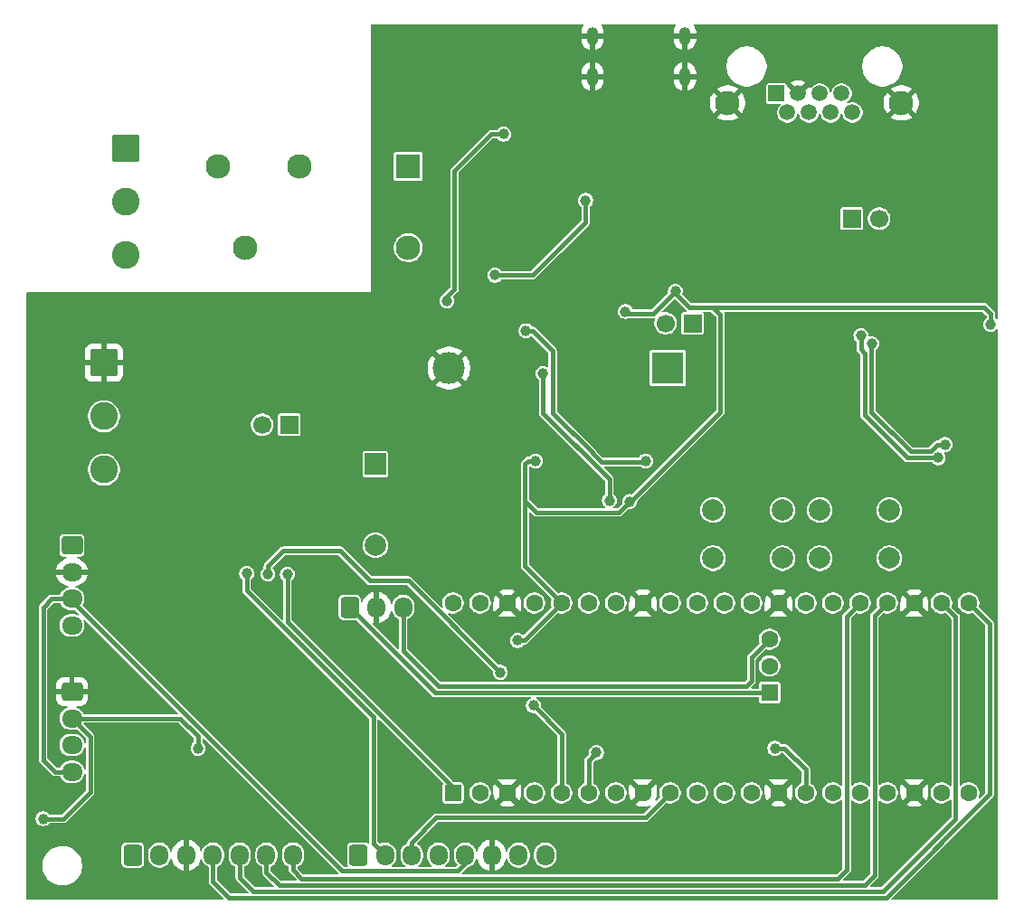
<source format=gbr>
%TF.GenerationSoftware,KiCad,Pcbnew,9.0.6-rc2*%
%TF.CreationDate,2025-10-26T22:09:15+01:00*%
%TF.ProjectId,CAN,43414e2e-6b69-4636-9164-5f7063625858,rev?*%
%TF.SameCoordinates,Original*%
%TF.FileFunction,Copper,L2,Bot*%
%TF.FilePolarity,Positive*%
%FSLAX46Y46*%
G04 Gerber Fmt 4.6, Leading zero omitted, Abs format (unit mm)*
G04 Created by KiCad (PCBNEW 9.0.6-rc2) date 2025-10-26 22:09:15*
%MOMM*%
%LPD*%
G01*
G04 APERTURE LIST*
G04 Aperture macros list*
%AMRoundRect*
0 Rectangle with rounded corners*
0 $1 Rounding radius*
0 $2 $3 $4 $5 $6 $7 $8 $9 X,Y pos of 4 corners*
0 Add a 4 corners polygon primitive as box body*
4,1,4,$2,$3,$4,$5,$6,$7,$8,$9,$2,$3,0*
0 Add four circle primitives for the rounded corners*
1,1,$1+$1,$2,$3*
1,1,$1+$1,$4,$5*
1,1,$1+$1,$6,$7*
1,1,$1+$1,$8,$9*
0 Add four rect primitives between the rounded corners*
20,1,$1+$1,$2,$3,$4,$5,0*
20,1,$1+$1,$4,$5,$6,$7,0*
20,1,$1+$1,$6,$7,$8,$9,0*
20,1,$1+$1,$8,$9,$2,$3,0*%
%AMFreePoly0*
4,1,37,0.603843,0.796157,0.639018,0.796157,0.711114,0.766294,0.766294,0.711114,0.796157,0.639018,0.796157,0.603843,0.800000,0.600000,0.800000,-0.600000,0.796157,-0.603843,0.796157,-0.639018,0.766294,-0.711114,0.711114,-0.766294,0.639018,-0.796157,0.603843,-0.796157,0.600000,-0.800000,0.000000,-0.800000,0.000000,-0.796148,-0.078414,-0.796148,-0.232228,-0.765552,-0.377117,-0.705537,
-0.507515,-0.618408,-0.618408,-0.507515,-0.705537,-0.377117,-0.765552,-0.232228,-0.796148,-0.078414,-0.796148,0.078414,-0.765552,0.232228,-0.705537,0.377117,-0.618408,0.507515,-0.507515,0.618408,-0.377117,0.705537,-0.232228,0.765552,-0.078414,0.796148,0.000000,0.796148,0.000000,0.800000,0.600000,0.800000,0.603843,0.796157,0.603843,0.796157,$1*%
%AMFreePoly1*
4,1,37,0.000000,0.796148,0.078414,0.796148,0.232228,0.765552,0.377117,0.705537,0.507515,0.618408,0.618408,0.507515,0.705537,0.377117,0.765552,0.232228,0.796148,0.078414,0.796148,-0.078414,0.765552,-0.232228,0.705537,-0.377117,0.618408,-0.507515,0.507515,-0.618408,0.377117,-0.705537,0.232228,-0.765552,0.078414,-0.796148,0.000000,-0.796148,0.000000,-0.800000,-0.600000,-0.800000,
-0.603843,-0.796157,-0.639018,-0.796157,-0.711114,-0.766294,-0.766294,-0.711114,-0.796157,-0.639018,-0.796157,-0.603843,-0.800000,-0.600000,-0.800000,0.600000,-0.796157,0.603843,-0.796157,0.639018,-0.766294,0.711114,-0.711114,0.766294,-0.639018,0.796157,-0.603843,0.796157,-0.600000,0.800000,0.000000,0.800000,0.000000,0.796148,0.000000,0.796148,$1*%
G04 Aperture macros list end*
%TA.AperFunction,ComponentPad*%
%ADD10RoundRect,0.200000X0.600000X-0.600000X0.600000X0.600000X-0.600000X0.600000X-0.600000X-0.600000X0*%
%TD*%
%TA.AperFunction,ComponentPad*%
%ADD11C,1.600000*%
%TD*%
%TA.AperFunction,ComponentPad*%
%ADD12FreePoly0,90.000000*%
%TD*%
%TA.AperFunction,ComponentPad*%
%ADD13FreePoly1,90.000000*%
%TD*%
%TA.AperFunction,ComponentPad*%
%ADD14R,1.600000X1.600000*%
%TD*%
%TA.AperFunction,ComponentPad*%
%ADD15RoundRect,0.250000X-1.050000X1.050000X-1.050000X-1.050000X1.050000X-1.050000X1.050000X1.050000X0*%
%TD*%
%TA.AperFunction,ComponentPad*%
%ADD16C,2.600000*%
%TD*%
%TA.AperFunction,ComponentPad*%
%ADD17C,2.000000*%
%TD*%
%TA.AperFunction,HeatsinkPad*%
%ADD18O,1.100000X1.700000*%
%TD*%
%TA.AperFunction,ComponentPad*%
%ADD19RoundRect,0.250000X-0.600000X-0.725000X0.600000X-0.725000X0.600000X0.725000X-0.600000X0.725000X0*%
%TD*%
%TA.AperFunction,ComponentPad*%
%ADD20O,1.700000X1.950000*%
%TD*%
%TA.AperFunction,ComponentPad*%
%ADD21R,1.700000X1.700000*%
%TD*%
%TA.AperFunction,ComponentPad*%
%ADD22C,1.700000*%
%TD*%
%TA.AperFunction,ComponentPad*%
%ADD23RoundRect,0.250000X-0.725000X0.600000X-0.725000X-0.600000X0.725000X-0.600000X0.725000X0.600000X0*%
%TD*%
%TA.AperFunction,ComponentPad*%
%ADD24O,1.950000X1.700000*%
%TD*%
%TA.AperFunction,ComponentPad*%
%ADD25R,1.500000X1.500000*%
%TD*%
%TA.AperFunction,ComponentPad*%
%ADD26C,1.500000*%
%TD*%
%TA.AperFunction,ComponentPad*%
%ADD27C,2.300000*%
%TD*%
%TA.AperFunction,ComponentPad*%
%ADD28R,2.300000X2.300000*%
%TD*%
%TA.AperFunction,ComponentPad*%
%ADD29C,5.600000*%
%TD*%
%TA.AperFunction,ComponentPad*%
%ADD30R,2.000000X2.000000*%
%TD*%
%TA.AperFunction,ComponentPad*%
%ADD31R,3.000000X3.000000*%
%TD*%
%TA.AperFunction,ComponentPad*%
%ADD32C,3.000000*%
%TD*%
%TA.AperFunction,ViaPad*%
%ADD33C,1.000000*%
%TD*%
%TA.AperFunction,Conductor*%
%ADD34C,0.400000*%
%TD*%
G04 APERTURE END LIST*
D10*
%TO.P,A1,1,GPIO0*%
%TO.N,UART0_TX*%
X159570000Y-119080000D03*
D11*
%TO.P,A1,2,GPIO1*%
%TO.N,UART0_RX*%
X162110000Y-119080000D03*
D12*
%TO.P,A1,3,GND*%
%TO.N,GND*%
X164650000Y-119080000D03*
D11*
%TO.P,A1,4,GPIO2*%
%TO.N,GPIO2*%
X167190000Y-119080000D03*
%TO.P,A1,5,GPIO3*%
%TO.N,GPIO3*%
X169730000Y-119080000D03*
%TO.P,A1,6,GPIO4*%
%TO.N,I2C0_SDA*%
X172270000Y-119080000D03*
%TO.P,A1,7,GPIO5*%
%TO.N,I2C0_SCL*%
X174810000Y-119080000D03*
D12*
%TO.P,A1,8,GND*%
%TO.N,GND*%
X177350000Y-119080000D03*
D11*
%TO.P,A1,9,GPIO6*%
%TO.N,GPIO6*%
X179890000Y-119080000D03*
%TO.P,A1,10,GPIO7*%
%TO.N,GPIO7*%
X182430000Y-119080000D03*
%TO.P,A1,11,GPIO8*%
%TO.N,GPIO8*%
X184970000Y-119080000D03*
%TO.P,A1,12,GPIO9*%
%TO.N,GPIO9*%
X187510000Y-119080000D03*
D12*
%TO.P,A1,13,GND*%
%TO.N,GND*%
X190050000Y-119080000D03*
D11*
%TO.P,A1,14,GPIO10*%
%TO.N,GPIO10*%
X192590000Y-119080000D03*
%TO.P,A1,15,GPIO11*%
%TO.N,GPIO11*%
X195130000Y-119080000D03*
%TO.P,A1,16,GPIO12*%
%TO.N,GPIO12*%
X197670000Y-119080000D03*
%TO.P,A1,17,GPIO13*%
%TO.N,GPIO13*%
X200210000Y-119080000D03*
D12*
%TO.P,A1,18,GND*%
%TO.N,GND*%
X202750000Y-119080000D03*
D11*
%TO.P,A1,19,GPIO14*%
%TO.N,GPIO14*%
X205290000Y-119080000D03*
%TO.P,A1,20,GPIO15*%
%TO.N,GPIO15*%
X207830000Y-119080000D03*
%TO.P,A1,21,GPIO16*%
%TO.N,SPI0_MISO*%
X207830000Y-101300000D03*
%TO.P,A1,22,GPIO17*%
%TO.N,SPI0_CS*%
X205290000Y-101300000D03*
D13*
%TO.P,A1,23,GND*%
%TO.N,GND*%
X202750000Y-101300000D03*
D11*
%TO.P,A1,24,GPIO18*%
%TO.N,SPI0_SCK*%
X200210000Y-101300000D03*
%TO.P,A1,25,GPIO19*%
%TO.N,SPI0_MOSI*%
X197670000Y-101300000D03*
%TO.P,A1,26,GPIO20*%
%TO.N,GPIO20*%
X195130000Y-101300000D03*
%TO.P,A1,27,GPIO21*%
%TO.N,GPIO21*%
X192590000Y-101300000D03*
D13*
%TO.P,A1,28,GND*%
%TO.N,GND*%
X190050000Y-101300000D03*
D11*
%TO.P,A1,29,GPIO22*%
%TO.N,GPIO22*%
X187510000Y-101300000D03*
%TO.P,A1,30,RUN*%
%TO.N,RUN*%
X184970000Y-101300000D03*
%TO.P,A1,31,GPIO26_ADC0*%
%TO.N,ADC0*%
X182430000Y-101300000D03*
%TO.P,A1,32,GPIO27_ADC1*%
%TO.N,ADC1*%
X179890000Y-101300000D03*
D13*
%TO.P,A1,33,AGND*%
%TO.N,GND*%
X177350000Y-101300000D03*
D11*
%TO.P,A1,34,GPIO28_ADC2*%
%TO.N,ADC2*%
X174810000Y-101300000D03*
%TO.P,A1,35,ADC_VREF*%
%TO.N,ADC_REF*%
X172270000Y-101300000D03*
%TO.P,A1,36,3V3*%
%TO.N,3V3*%
X169730000Y-101300000D03*
%TO.P,A1,37,3V3_EN*%
%TO.N,3V3_EN*%
X167190000Y-101300000D03*
D13*
%TO.P,A1,38,GND*%
%TO.N,GND*%
X164650000Y-101300000D03*
D11*
%TO.P,A1,39,VSYS*%
%TO.N,+3V3*%
X162110000Y-101300000D03*
%TO.P,A1,40,VBUS*%
%TO.N,K1_Pin5*%
X159570000Y-101300000D03*
D14*
%TO.P,A1,D1,SWCLK*%
%TO.N,SWCLK*%
X189200000Y-109690000D03*
D11*
%TO.P,A1,D3,SWDIO*%
%TO.N,SWDIO*%
X189200000Y-104690000D03*
%TO.P,A1,GND*%
%TO.N,N/C*%
X189200000Y-107190000D03*
%TD*%
D15*
%TO.P,J9,1,Pin_1*%
%TO.N,GND*%
X126900000Y-78800000D03*
D16*
%TO.P,J9,2,Pin_2*%
%TO.N,RS485_A*%
X126900000Y-83800000D03*
%TO.P,J9,3,Pin_3*%
%TO.N,RS485_B*%
X126900000Y-88800000D03*
%TD*%
D17*
%TO.P,SW1,1,1*%
%TO.N,Net-(C15-Pad1)*%
X193900000Y-92600000D03*
X200400000Y-92600000D03*
%TO.P,SW1,2,2*%
%TO.N,GPIO21*%
X193900000Y-97100000D03*
X200400000Y-97100000D03*
%TD*%
D18*
%TO.P,J1,S1,SHIELD*%
%TO.N,GND*%
X181270000Y-52000000D03*
X181270000Y-48200000D03*
X172630000Y-52000000D03*
X172630000Y-48200000D03*
%TD*%
D17*
%TO.P,SW2,1,1*%
%TO.N,Net-(C16-Pad1)*%
X183900000Y-92600000D03*
X190400000Y-92600000D03*
%TO.P,SW2,2,2*%
%TO.N,GPIO22*%
X183900000Y-97100000D03*
X190400000Y-97100000D03*
%TD*%
D19*
%TO.P,J5,1,Pin_1*%
%TO.N,K1_Pin5*%
X129600000Y-124900000D03*
D20*
%TO.P,J5,2,Pin_2*%
%TO.N,3V3*%
X132100000Y-124900000D03*
%TO.P,J5,3,Pin_3*%
%TO.N,GND*%
X134600000Y-124900000D03*
%TO.P,J5,4,Pin_4*%
%TO.N,SPI0_MISO*%
X137100000Y-124900000D03*
%TO.P,J5,5,Pin_5*%
%TO.N,SPI0_CS*%
X139600000Y-124900000D03*
%TO.P,J5,6,Pin_6*%
%TO.N,SPI0_SCK*%
X142100000Y-124900000D03*
%TO.P,J5,7,Pin_7*%
%TO.N,SPI0_MOSI*%
X144600000Y-124900000D03*
%TD*%
D21*
%TO.P,JP3,1,A*%
%TO.N,+BATT*%
X182000000Y-75100000D03*
D22*
%TO.P,JP3,2,B*%
%TO.N,Net-(BT1-+)*%
X179460000Y-75100000D03*
%TD*%
D23*
%TO.P,J2,1,Pin_1*%
%TO.N,3V3*%
X123900000Y-95900000D03*
D24*
%TO.P,J2,2,Pin_2*%
%TO.N,GND*%
X123900000Y-98400000D03*
%TO.P,J2,3,Pin_3*%
%TO.N,I2C0_SCL*%
X123900000Y-100900000D03*
%TO.P,J2,4,Pin_4*%
%TO.N,I2C0_SDA*%
X123900000Y-103400000D03*
%TD*%
D21*
%TO.P,JP2,1,A*%
%TO.N,Net-(D3-A2)*%
X144240000Y-84600000D03*
D22*
%TO.P,JP2,2,B*%
%TO.N,Net-(JP2-B)*%
X141700000Y-84600000D03*
%TD*%
D25*
%TO.P,J6,1*%
%TO.N,CANH*%
X189840000Y-53590000D03*
D26*
%TO.P,J6,2*%
%TO.N,CANL*%
X190856000Y-55370000D03*
%TO.P,J6,3*%
%TO.N,GND*%
X191872000Y-53590000D03*
%TO.P,J6,4*%
%TO.N,K1_Pin5*%
X192888000Y-55370000D03*
%TO.P,J6,5*%
%TO.N,unconnected-(J6-Pad5)*%
X193904000Y-53590000D03*
%TO.P,J6,6*%
%TO.N,unconnected-(J6-Pad6)*%
X194920000Y-55370000D03*
%TO.P,J6,7*%
%TO.N,unconnected-(J6-Pad7)*%
X195936000Y-53590000D03*
%TO.P,J6,8*%
%TO.N,unconnected-(J6-Pad8)*%
X196952000Y-55370000D03*
D27*
%TO.P,J6,SH*%
%TO.N,GND*%
X185270000Y-54480000D03*
X201530000Y-54480000D03*
%TD*%
D23*
%TO.P,J3,1,Pin_1*%
%TO.N,GND*%
X123900000Y-109600000D03*
D24*
%TO.P,J3,2,Pin_2*%
%TO.N,K1_Pin5*%
X123900000Y-112100000D03*
%TO.P,J3,3,Pin_3*%
%TO.N,I2C0_SDA*%
X123900000Y-114600000D03*
%TO.P,J3,4,Pin_4*%
%TO.N,I2C0_SCL*%
X123900000Y-117100000D03*
%TD*%
D21*
%TO.P,JP1,1,A*%
%TO.N,CANH*%
X196900000Y-65300000D03*
D22*
%TO.P,JP1,2,B*%
%TO.N,Net-(JP1-B)*%
X199440000Y-65300000D03*
%TD*%
D28*
%TO.P,K1,1*%
%TO.N,K1_Pin1*%
X155375000Y-60400000D03*
D27*
%TO.P,K1,2*%
%TO.N,K1_Pin2*%
X145215000Y-60400000D03*
%TO.P,K1,3*%
%TO.N,K1_Pin3*%
X137595000Y-60400000D03*
%TO.P,K1,4*%
%TO.N,K1_Pin4*%
X140135000Y-68020000D03*
%TO.P,K1,5*%
%TO.N,K1_Pin5*%
X155375000Y-68020000D03*
%TD*%
D19*
%TO.P,J7,1,Pin_1*%
%TO.N,SWCLK*%
X149900000Y-101700000D03*
D20*
%TO.P,J7,2,Pin_2*%
%TO.N,GND*%
X152400000Y-101700000D03*
%TO.P,J7,3,Pin_3*%
%TO.N,SWDIO*%
X154900000Y-101700000D03*
%TD*%
D29*
%TO.P,H2,1,1*%
%TO.N,GND*%
X207500000Y-50100000D03*
%TD*%
D19*
%TO.P,J4,1,Pin_1*%
%TO.N,UART0_TX*%
X150700000Y-124900000D03*
D20*
%TO.P,J4,2,Pin_2*%
%TO.N,UART0_RX*%
X153200000Y-124900000D03*
%TO.P,J4,3,Pin_3*%
%TO.N,GPIO6*%
X155700000Y-124900000D03*
%TO.P,J4,4,Pin_4*%
%TO.N,I2C0_SDA*%
X158200000Y-124900000D03*
%TO.P,J4,5,Pin_5*%
%TO.N,I2C0_SCL*%
X160700000Y-124900000D03*
%TO.P,J4,6,Pin_6*%
%TO.N,GND*%
X163200000Y-124900000D03*
%TO.P,J4,7,Pin_7*%
%TO.N,3V3*%
X165700000Y-124900000D03*
%TO.P,J4,8,Pin_8*%
%TO.N,K1_Pin5*%
X168200000Y-124900000D03*
%TD*%
D30*
%TO.P,BZ1,1,+*%
%TO.N,K1_Pin5*%
X152300000Y-88300000D03*
D17*
%TO.P,BZ1,2,-*%
%TO.N,Net-(BZ1--)*%
X152300000Y-95900000D03*
%TD*%
D15*
%TO.P,J8,1,Pin_1*%
%TO.N,K1_Pin3*%
X128927500Y-58700000D03*
D16*
%TO.P,J8,2,Pin_2*%
%TO.N,K1_Pin2*%
X128927500Y-63700000D03*
%TO.P,J8,3,Pin_3*%
%TO.N,K1_Pin4*%
X128927500Y-68700000D03*
%TD*%
D29*
%TO.P,H1,1,1*%
%TO.N,GND*%
X207500000Y-126100000D03*
%TD*%
D31*
%TO.P,BT1,1,+*%
%TO.N,Net-(BT1-+)*%
X179670000Y-79295001D03*
D32*
%TO.P,BT1,2,-*%
%TO.N,GND*%
X159180000Y-79295001D03*
%TD*%
D33*
%TO.N,GND*%
X207900000Y-103300000D03*
X154000000Y-103500000D03*
%TO.N,GPIO3*%
X164000000Y-107800000D03*
X167100000Y-110900000D03*
%TO.N,K1_Pin5*%
X164300000Y-57400000D03*
X159000000Y-73000000D03*
X121200000Y-121500000D03*
X135700000Y-114900000D03*
%TO.N,GND*%
X181700000Y-108000000D03*
X145400000Y-102200000D03*
X208000000Y-107700000D03*
X205000000Y-62000000D03*
X163000000Y-97800000D03*
X201800000Y-67700000D03*
X165800000Y-111700000D03*
X173300000Y-125900000D03*
X187600000Y-123100000D03*
X169700000Y-75900000D03*
X179670000Y-50700000D03*
X194600000Y-77800000D03*
X186250000Y-69000000D03*
X143700000Y-94000000D03*
X201800000Y-65800000D03*
X197800000Y-125900000D03*
X170700000Y-91400000D03*
X166000000Y-82800000D03*
X128100000Y-73200000D03*
X209400000Y-122400000D03*
X176900000Y-113400000D03*
X197900000Y-108500000D03*
X208000000Y-110500000D03*
X181700000Y-106900000D03*
X153800000Y-108900000D03*
X143000000Y-113000000D03*
X183800000Y-125900000D03*
X202800000Y-105200000D03*
X168900000Y-66300000D03*
X130300000Y-73200000D03*
X129900000Y-104000000D03*
X145400000Y-97600000D03*
X175700000Y-113400000D03*
X177200000Y-48200000D03*
X156700000Y-117700000D03*
X143000000Y-111800000D03*
X178600000Y-91400000D03*
X179900000Y-81800000D03*
X205000000Y-63400000D03*
X201700000Y-84500000D03*
X139000000Y-119900000D03*
X187100000Y-94800000D03*
X153800000Y-107700000D03*
X167700000Y-89200000D03*
X125900000Y-120800000D03*
X189000000Y-123100000D03*
X202800000Y-106700000D03*
X128500000Y-120000000D03*
X161400000Y-97800000D03*
X156700000Y-118800000D03*
X179200000Y-48200000D03*
X179900000Y-91400000D03*
X171900000Y-125900000D03*
X169900000Y-98100000D03*
X190300000Y-59100000D03*
X140400000Y-119900000D03*
X188500000Y-59100000D03*
X176300000Y-80800000D03*
X176600000Y-89200000D03*
X197200000Y-94800000D03*
X173500000Y-73700000D03*
X174900000Y-99000000D03*
X174370000Y-50700000D03*
X182700000Y-104100000D03*
X194600000Y-76300000D03*
X125900000Y-122700000D03*
X142000000Y-94000000D03*
X128500000Y-118500000D03*
X171600000Y-98100000D03*
X176400000Y-93300000D03*
X129900000Y-102600000D03*
X165800000Y-112900000D03*
%TO.N,GPIO11*%
X174200000Y-91700000D03*
X168000000Y-79800000D03*
%TO.N,UART0_TX*%
X144070000Y-98600000D03*
%TO.N,I2C0_SDA*%
X173000000Y-115300000D03*
%TO.N,GPIO3*%
X142240000Y-98600000D03*
%TO.N,UART0_RX*%
X140260000Y-98520000D03*
%TO.N,3V3*%
X165600000Y-104800000D03*
X209900000Y-75200000D03*
X167300000Y-88000000D03*
X180375000Y-72125000D03*
X175700000Y-74000000D03*
X176100000Y-91800000D03*
%TO.N,GPIO10*%
X189700000Y-114900000D03*
X177600000Y-88000000D03*
X166400000Y-75800000D03*
%TO.N,Net-(U1-SO)*%
X205625000Y-86450000D03*
X198750000Y-77000000D03*
%TO.N,SPI0_CS_CAN*%
X197750000Y-76250000D03*
X204975000Y-87700000D03*
%TO.N,Net-(R28-Pad2)*%
X171970000Y-63600000D03*
X163500000Y-70600000D03*
%TD*%
D34*
%TO.N,SWDIO*%
X186990000Y-109110000D02*
X158210000Y-109110000D01*
X158210000Y-109110000D02*
X154900000Y-105800000D01*
X187500000Y-108600000D02*
X186990000Y-109110000D01*
X187500000Y-106400000D02*
X187500000Y-108600000D01*
X189190000Y-104710000D02*
X187500000Y-106400000D01*
X154900000Y-105800000D02*
X154900000Y-101700000D01*
%TO.N,SWCLK*%
X157910000Y-109710000D02*
X149900000Y-101700000D01*
X189190000Y-109710000D02*
X157910000Y-109710000D01*
%TO.N,GPIO3*%
X142240000Y-97860000D02*
X142240000Y-98600000D01*
X151800000Y-99200000D02*
X149000000Y-96400000D01*
X164000000Y-107800000D02*
X155400000Y-99200000D01*
X149000000Y-96400000D02*
X143700000Y-96400000D01*
X155400000Y-99200000D02*
X151800000Y-99200000D01*
X143700000Y-96400000D02*
X142240000Y-97860000D01*
X169740000Y-113540000D02*
X169740000Y-119080000D01*
X167100000Y-110900000D02*
X169740000Y-113540000D01*
%TO.N,K1_Pin5*%
X123900000Y-112100000D02*
X125600000Y-113800000D01*
X125600000Y-119000000D02*
X123100000Y-121500000D01*
X123100000Y-121500000D02*
X121200000Y-121500000D01*
X159000000Y-72600000D02*
X159700000Y-71900000D01*
X123900000Y-112100000D02*
X134051472Y-112100000D01*
X159000000Y-73000000D02*
X159000000Y-72600000D01*
X159700000Y-60800000D02*
X163100000Y-57400000D01*
X135700000Y-113748528D02*
X135700000Y-114900000D01*
X159700000Y-71900000D02*
X159700000Y-60800000D01*
X135625736Y-113674264D02*
X135700000Y-113748528D01*
X163100000Y-57400000D02*
X164300000Y-57400000D01*
X125600000Y-113800000D02*
X125600000Y-119000000D01*
X134051472Y-112100000D02*
X135625736Y-113674264D01*
%TO.N,GPIO11*%
X174200000Y-91700000D02*
X174200000Y-89700000D01*
X168000000Y-83500000D02*
X168000000Y-79800000D01*
X174200000Y-89700000D02*
X168000000Y-83500000D01*
%TO.N,SPI0_CS*%
X140900000Y-128300000D02*
X139600000Y-127000000D01*
X206600000Y-102600000D02*
X206600000Y-121500000D01*
X205300000Y-101300000D02*
X206600000Y-102600000D01*
X206600000Y-121500000D02*
X199800000Y-128300000D01*
X139600000Y-127000000D02*
X139600000Y-124900000D01*
X199800000Y-128300000D02*
X140900000Y-128300000D01*
%TO.N,UART0_TX*%
X144070000Y-103070000D02*
X159580000Y-118580000D01*
X144070000Y-98600000D02*
X144070000Y-103070000D01*
X159580000Y-118580000D02*
X159580000Y-119080000D01*
%TO.N,I2C0_SDA*%
X172280000Y-116020000D02*
X172280000Y-119080000D01*
X173000000Y-115300000D02*
X172280000Y-116020000D01*
%TO.N,SPI0_SCK*%
X198100000Y-127700000D02*
X143300000Y-127700000D01*
X142100000Y-126500000D02*
X142100000Y-124900000D01*
X200220000Y-101300000D02*
X199000000Y-102520000D01*
X143300000Y-127700000D02*
X142100000Y-126500000D01*
X199000000Y-126800000D02*
X198100000Y-127700000D01*
X199000000Y-102520000D02*
X199000000Y-126800000D01*
%TO.N,SPI0_MOSI*%
X145400000Y-127100000D02*
X144600000Y-126300000D01*
X196400000Y-102580000D02*
X196400000Y-126300000D01*
X196400000Y-126300000D02*
X195600000Y-127100000D01*
X144600000Y-126300000D02*
X144600000Y-124900000D01*
X197680000Y-101300000D02*
X196400000Y-102580000D01*
X195600000Y-127100000D02*
X145400000Y-127100000D01*
%TO.N,I2C0_SCL*%
X160700000Y-125700000D02*
X160700000Y-124900000D01*
X123900000Y-101100000D02*
X149200000Y-126400000D01*
X121200000Y-101700000D02*
X121200000Y-116000000D01*
X123900000Y-100900000D02*
X123900000Y-101100000D01*
X122000000Y-100900000D02*
X121200000Y-101700000D01*
X160000000Y-126400000D02*
X160700000Y-125700000D01*
X149200000Y-126400000D02*
X160000000Y-126400000D01*
X121200000Y-116000000D02*
X122300000Y-117100000D01*
X123900000Y-100900000D02*
X122000000Y-100900000D01*
X122300000Y-117100000D02*
X123900000Y-117100000D01*
%TO.N,GPIO6*%
X177580000Y-121400000D02*
X158000000Y-121400000D01*
X158000000Y-121400000D02*
X155700000Y-123700000D01*
X179900000Y-119080000D02*
X177580000Y-121400000D01*
X155700000Y-123700000D02*
X155700000Y-124900000D01*
%TO.N,SPI0_MISO*%
X137100000Y-127400000D02*
X137100000Y-124900000D01*
X209800000Y-103260000D02*
X209800000Y-119200000D01*
X209800000Y-119200000D02*
X200100000Y-128900000D01*
X200100000Y-128900000D02*
X138600000Y-128900000D01*
X207840000Y-101300000D02*
X209800000Y-103260000D01*
X138600000Y-128900000D02*
X137100000Y-127400000D01*
%TO.N,UART0_RX*%
X152100000Y-112000000D02*
X152100000Y-123800000D01*
X140260000Y-98520000D02*
X140260000Y-100160000D01*
X152100000Y-123800000D02*
X153200000Y-124900000D01*
X140260000Y-100160000D02*
X152100000Y-112000000D01*
%TO.N,3V3*%
X209300000Y-73600000D02*
X181700000Y-73600000D01*
X165600000Y-104800000D02*
X166240000Y-104800000D01*
X184600000Y-74300000D02*
X184600000Y-83400000D01*
X166240000Y-104800000D02*
X169740000Y-101300000D01*
X176200000Y-91800000D02*
X176100000Y-91800000D01*
X166300000Y-91700000D02*
X167400000Y-92800000D01*
X180375000Y-72125000D02*
X178300000Y-74200000D01*
X183200000Y-73600000D02*
X183900000Y-73600000D01*
X169740000Y-101300000D02*
X166300000Y-97860000D01*
X166300000Y-88300000D02*
X166300000Y-91700000D01*
X166300000Y-97860000D02*
X166300000Y-91700000D01*
X184600000Y-83400000D02*
X176200000Y-91800000D01*
X183900000Y-73600000D02*
X184600000Y-74300000D01*
X167300000Y-88000000D02*
X166600000Y-88000000D01*
X181700000Y-73600000D02*
X180500000Y-72400000D01*
X167400000Y-92800000D02*
X175100000Y-92800000D01*
X166600000Y-88000000D02*
X166300000Y-88300000D01*
X180500000Y-72400000D02*
X180500000Y-72250000D01*
X175100000Y-92800000D02*
X176100000Y-91800000D01*
X180500000Y-72250000D02*
X180375000Y-72125000D01*
X178300000Y-74200000D02*
X175900000Y-74200000D01*
X209900000Y-75200000D02*
X209900000Y-74200000D01*
X209900000Y-74200000D02*
X209300000Y-73600000D01*
X175900000Y-74200000D02*
X175700000Y-74000000D01*
%TO.N,GPIO10*%
X166400000Y-75800000D02*
X167000000Y-75800000D01*
X167000000Y-75800000D02*
X168900000Y-77700000D01*
X173448528Y-88100000D02*
X177500000Y-88100000D01*
X192600000Y-116900000D02*
X192600000Y-119080000D01*
X189700000Y-114900000D02*
X190600000Y-114900000D01*
X172600000Y-87200000D02*
X172600000Y-87251472D01*
X168900000Y-83500000D02*
X172600000Y-87200000D01*
X177500000Y-88100000D02*
X177600000Y-88000000D01*
X172600000Y-87251472D02*
X173448528Y-88100000D01*
X168900000Y-77700000D02*
X168900000Y-83500000D01*
X190600000Y-114900000D02*
X192600000Y-116900000D01*
%TO.N,Net-(U1-SO)*%
X204300000Y-87100000D02*
X202400000Y-87100000D01*
X205575000Y-86500000D02*
X204900000Y-86500000D01*
X202400000Y-87100000D02*
X198700000Y-83400000D01*
X205625000Y-86450000D02*
X205787500Y-86287500D01*
X198700000Y-77050000D02*
X198750000Y-77000000D01*
X205625000Y-86450000D02*
X205575000Y-86500000D01*
X198700000Y-83400000D02*
X198700000Y-77050000D01*
X204900000Y-86500000D02*
X204300000Y-87100000D01*
%TO.N,SPI0_CS_CAN*%
X197750000Y-77550000D02*
X197750000Y-76250000D01*
X198100000Y-77900000D02*
X197750000Y-77550000D01*
X202100000Y-87700000D02*
X198100000Y-83700000D01*
X198100000Y-83700000D02*
X198100000Y-77900000D01*
X204975000Y-87700000D02*
X202100000Y-87700000D01*
%TO.N,Net-(R28-Pad2)*%
X171970000Y-65630000D02*
X167000000Y-70600000D01*
X167000000Y-70600000D02*
X163500000Y-70600000D01*
X171970000Y-63600000D02*
X171970000Y-65630000D01*
%TD*%
%TA.AperFunction,Conductor*%
%TO.N,GND*%
G36*
X153852891Y-102039120D02*
G01*
X153880657Y-102085103D01*
X153889869Y-102131421D01*
X153889870Y-102131422D01*
X153969056Y-102322592D01*
X153969059Y-102322598D01*
X154084021Y-102494653D01*
X154084027Y-102494660D01*
X154230339Y-102640972D01*
X154230346Y-102640978D01*
X154262934Y-102662752D01*
X154402402Y-102755941D01*
X154426426Y-102765892D01*
X154450732Y-102775960D01*
X154490574Y-102812468D01*
X154499500Y-102848946D01*
X154499500Y-105542385D01*
X154481018Y-105593165D01*
X154434218Y-105620185D01*
X154381000Y-105610801D01*
X154364639Y-105598246D01*
X152047004Y-103280611D01*
X152024166Y-103231635D01*
X152038152Y-103179437D01*
X152082418Y-103148442D01*
X152115224Y-103146723D01*
X152149999Y-103152231D01*
X152150000Y-103152230D01*
X152150000Y-102104145D01*
X152216657Y-102142630D01*
X152337465Y-102175000D01*
X152462535Y-102175000D01*
X152583343Y-102142630D01*
X152650000Y-102104145D01*
X152650000Y-103152230D01*
X152650001Y-103152231D01*
X152716115Y-103141760D01*
X152716138Y-103141754D01*
X152918214Y-103076096D01*
X152918230Y-103076089D01*
X153107554Y-102979622D01*
X153107560Y-102979618D01*
X153279458Y-102854727D01*
X153279476Y-102854712D01*
X153429712Y-102704476D01*
X153429727Y-102704458D01*
X153554618Y-102532560D01*
X153554622Y-102532554D01*
X153651089Y-102343230D01*
X153651096Y-102343214D01*
X153716754Y-102141138D01*
X153716760Y-102141115D01*
X153725148Y-102088157D01*
X153751346Y-102040893D01*
X153801796Y-102021527D01*
X153852891Y-102039120D01*
G37*
%TD.AperFunction*%
%TA.AperFunction,Conductor*%
G36*
X171804982Y-47118982D02*
G01*
X171832002Y-47165782D01*
X171822618Y-47219000D01*
X171815272Y-47229614D01*
X171814412Y-47230661D01*
X171699502Y-47402637D01*
X171699499Y-47402643D01*
X171620352Y-47593718D01*
X171620350Y-47593724D01*
X171580000Y-47796585D01*
X171580000Y-47950000D01*
X172330000Y-47950000D01*
X172330000Y-48450000D01*
X171580000Y-48450000D01*
X171580000Y-48603414D01*
X171620350Y-48806275D01*
X171620352Y-48806281D01*
X171699499Y-48997356D01*
X171699502Y-48997362D01*
X171814409Y-49169334D01*
X171814415Y-49169341D01*
X171960658Y-49315584D01*
X171960665Y-49315590D01*
X172132637Y-49430497D01*
X172132643Y-49430500D01*
X172323721Y-49509648D01*
X172323727Y-49509650D01*
X172379999Y-49520843D01*
X172380000Y-49520842D01*
X172380000Y-48666988D01*
X172389940Y-48684205D01*
X172445795Y-48740060D01*
X172514204Y-48779556D01*
X172590504Y-48800000D01*
X172669496Y-48800000D01*
X172745796Y-48779556D01*
X172814205Y-48740060D01*
X172870060Y-48684205D01*
X172880000Y-48666988D01*
X172880000Y-49520843D01*
X172936272Y-49509650D01*
X172936278Y-49509648D01*
X173127356Y-49430500D01*
X173127362Y-49430497D01*
X173299334Y-49315590D01*
X173299341Y-49315584D01*
X173445584Y-49169341D01*
X173445590Y-49169334D01*
X173560497Y-48997362D01*
X173560500Y-48997356D01*
X173639647Y-48806281D01*
X173639649Y-48806275D01*
X173680000Y-48603414D01*
X173680000Y-48450000D01*
X172930000Y-48450000D01*
X172930000Y-47950000D01*
X173680000Y-47950000D01*
X173680000Y-47796585D01*
X173639649Y-47593724D01*
X173639647Y-47593718D01*
X173560500Y-47402643D01*
X173560497Y-47402637D01*
X173445587Y-47230661D01*
X173444728Y-47229614D01*
X173444550Y-47229109D01*
X173443433Y-47227437D01*
X173443861Y-47227150D01*
X173426803Y-47178635D01*
X173445840Y-47128060D01*
X173492933Y-47101555D01*
X173505798Y-47100500D01*
X180394202Y-47100500D01*
X180444982Y-47118982D01*
X180472002Y-47165782D01*
X180462618Y-47219000D01*
X180455272Y-47229614D01*
X180454412Y-47230661D01*
X180339502Y-47402637D01*
X180339499Y-47402643D01*
X180260352Y-47593718D01*
X180260350Y-47593724D01*
X180220000Y-47796585D01*
X180220000Y-47950000D01*
X180970000Y-47950000D01*
X180970000Y-48450000D01*
X180220000Y-48450000D01*
X180220000Y-48603414D01*
X180260350Y-48806275D01*
X180260352Y-48806281D01*
X180339499Y-48997356D01*
X180339502Y-48997362D01*
X180454409Y-49169334D01*
X180454415Y-49169341D01*
X180600658Y-49315584D01*
X180600665Y-49315590D01*
X180772637Y-49430497D01*
X180772643Y-49430500D01*
X180963721Y-49509648D01*
X180963727Y-49509650D01*
X181019999Y-49520843D01*
X181020000Y-49520842D01*
X181020000Y-48666988D01*
X181029940Y-48684205D01*
X181085795Y-48740060D01*
X181154204Y-48779556D01*
X181230504Y-48800000D01*
X181309496Y-48800000D01*
X181385796Y-48779556D01*
X181454205Y-48740060D01*
X181510060Y-48684205D01*
X181520000Y-48666988D01*
X181520000Y-49520843D01*
X181576272Y-49509650D01*
X181576278Y-49509648D01*
X181767356Y-49430500D01*
X181767362Y-49430497D01*
X181939334Y-49315590D01*
X181939341Y-49315584D01*
X182085584Y-49169341D01*
X182085590Y-49169334D01*
X182200497Y-48997362D01*
X182200500Y-48997356D01*
X182279647Y-48806281D01*
X182279649Y-48806275D01*
X182320000Y-48603414D01*
X182320000Y-48450000D01*
X181570000Y-48450000D01*
X181570000Y-47950000D01*
X182320000Y-47950000D01*
X182320000Y-47796585D01*
X182279649Y-47593724D01*
X182279647Y-47593718D01*
X182200500Y-47402643D01*
X182200497Y-47402637D01*
X182085587Y-47230661D01*
X182084728Y-47229614D01*
X182084550Y-47229109D01*
X182083433Y-47227437D01*
X182083861Y-47227150D01*
X182066803Y-47178635D01*
X182085840Y-47128060D01*
X182132933Y-47101555D01*
X182145798Y-47100500D01*
X210470500Y-47100500D01*
X210521280Y-47118982D01*
X210548300Y-47165782D01*
X210549500Y-47179500D01*
X210549500Y-74668121D01*
X210541784Y-74689320D01*
X210536662Y-74711290D01*
X210532708Y-74714255D01*
X210531018Y-74718901D01*
X210511479Y-74730181D01*
X210493434Y-74743719D01*
X210488498Y-74743449D01*
X210484218Y-74745921D01*
X210462000Y-74742003D01*
X210439475Y-74740774D01*
X210433987Y-74737063D01*
X210431000Y-74736537D01*
X210416497Y-74725781D01*
X210415551Y-74724895D01*
X210346542Y-74655886D01*
X210330228Y-74644985D01*
X210325497Y-74640554D01*
X210316033Y-74621881D01*
X210303655Y-74604998D01*
X210302156Y-74594499D01*
X210301068Y-74592352D01*
X210301553Y-74590271D01*
X210300500Y-74582894D01*
X210300500Y-74147275D01*
X210300499Y-74147270D01*
X210300001Y-74145413D01*
X210283285Y-74083026D01*
X210275899Y-74055459D01*
X210274302Y-74049500D01*
X210273207Y-74045413D01*
X210273207Y-74045412D01*
X210220480Y-73954087D01*
X210220479Y-73954086D01*
X210220478Y-73954084D01*
X209545915Y-73279521D01*
X209454589Y-73226793D01*
X209454585Y-73226792D01*
X209352729Y-73199500D01*
X209352727Y-73199500D01*
X181898615Y-73199500D01*
X181847835Y-73181018D01*
X181842754Y-73176361D01*
X181069669Y-72403276D01*
X181046831Y-72354300D01*
X181048048Y-72332003D01*
X181075500Y-72193992D01*
X181075500Y-72056007D01*
X181048580Y-71920671D01*
X181048579Y-71920669D01*
X180995777Y-71793194D01*
X180995774Y-71793188D01*
X180971758Y-71757246D01*
X180956298Y-71734107D01*
X180919115Y-71678459D01*
X180919109Y-71678452D01*
X180821547Y-71580890D01*
X180821540Y-71580884D01*
X180706811Y-71504225D01*
X180706805Y-71504222D01*
X180579330Y-71451420D01*
X180579328Y-71451419D01*
X180443993Y-71424500D01*
X180306007Y-71424500D01*
X180170671Y-71451419D01*
X180170669Y-71451420D01*
X180043194Y-71504222D01*
X180043188Y-71504225D01*
X179928459Y-71580884D01*
X179928452Y-71580890D01*
X179830890Y-71678452D01*
X179830884Y-71678459D01*
X179754225Y-71793188D01*
X179754222Y-71793194D01*
X179701420Y-71920669D01*
X179701419Y-71920671D01*
X179674500Y-72056007D01*
X179674500Y-72193992D01*
X179677065Y-72206888D01*
X179668844Y-72260298D01*
X179655444Y-72278161D01*
X178157246Y-73776361D01*
X178108270Y-73799199D01*
X178101385Y-73799500D01*
X176427952Y-73799500D01*
X176377172Y-73781018D01*
X176354966Y-73750732D01*
X176320777Y-73668194D01*
X176320774Y-73668188D01*
X176244115Y-73553459D01*
X176244109Y-73553452D01*
X176146547Y-73455890D01*
X176146540Y-73455884D01*
X176031811Y-73379225D01*
X176031805Y-73379222D01*
X175904330Y-73326420D01*
X175904328Y-73326419D01*
X175768993Y-73299500D01*
X175631007Y-73299500D01*
X175495671Y-73326419D01*
X175495669Y-73326420D01*
X175368194Y-73379222D01*
X175368188Y-73379225D01*
X175253459Y-73455884D01*
X175253452Y-73455890D01*
X175155890Y-73553452D01*
X175155884Y-73553459D01*
X175079225Y-73668188D01*
X175079222Y-73668194D01*
X175026420Y-73795669D01*
X175026419Y-73795671D01*
X175002756Y-73914639D01*
X174999500Y-73931007D01*
X174999500Y-74068993D01*
X175000656Y-74074805D01*
X175026419Y-74204328D01*
X175026420Y-74204330D01*
X175079222Y-74331805D01*
X175079225Y-74331811D01*
X175155884Y-74446540D01*
X175155890Y-74446547D01*
X175253452Y-74544109D01*
X175253458Y-74544114D01*
X175368189Y-74620775D01*
X175368194Y-74620777D01*
X175495669Y-74673579D01*
X175495671Y-74673580D01*
X175631007Y-74700500D01*
X175768993Y-74700500D01*
X175904328Y-74673580D01*
X175904330Y-74673579D01*
X175947040Y-74655888D01*
X176031811Y-74620775D01*
X176042230Y-74613812D01*
X176086119Y-74600500D01*
X178352725Y-74600500D01*
X178352727Y-74600500D01*
X178397223Y-74588577D01*
X178451054Y-74593286D01*
X178489266Y-74631497D01*
X178493976Y-74685331D01*
X178490655Y-74695117D01*
X178449869Y-74793582D01*
X178409500Y-74996535D01*
X178409500Y-75203464D01*
X178449869Y-75406420D01*
X178449870Y-75406422D01*
X178529056Y-75597592D01*
X178529059Y-75597598D01*
X178644021Y-75769653D01*
X178644027Y-75769660D01*
X178790339Y-75915972D01*
X178790346Y-75915978D01*
X178793663Y-75918194D01*
X178962402Y-76030941D01*
X178962407Y-76030943D01*
X179153577Y-76110129D01*
X179153579Y-76110130D01*
X179356535Y-76150500D01*
X179563465Y-76150500D01*
X179766420Y-76110130D01*
X179766422Y-76110129D01*
X179804028Y-76094552D01*
X179957598Y-76030941D01*
X180129655Y-75915977D01*
X180275977Y-75769655D01*
X180390941Y-75597598D01*
X180470130Y-75406420D01*
X180510500Y-75203465D01*
X180510500Y-74996535D01*
X180484970Y-74868188D01*
X180470130Y-74793579D01*
X180470129Y-74793577D01*
X180400352Y-74625121D01*
X180390941Y-74602402D01*
X180286803Y-74446547D01*
X180275978Y-74430346D01*
X180275972Y-74430339D01*
X180129660Y-74284027D01*
X180129653Y-74284021D01*
X179957598Y-74169059D01*
X179957592Y-74169056D01*
X179766422Y-74089870D01*
X179766420Y-74089869D01*
X179563465Y-74049500D01*
X179356535Y-74049500D01*
X179187982Y-74083026D01*
X179134571Y-74074805D01*
X179098941Y-74034176D01*
X179097763Y-73980150D01*
X179116707Y-73949684D01*
X180221837Y-72844554D01*
X180240314Y-72835938D01*
X180256977Y-72824182D01*
X180266209Y-72823863D01*
X180270812Y-72821717D01*
X180284300Y-72821692D01*
X180288734Y-72822063D01*
X180306007Y-72825500D01*
X180329698Y-72825500D01*
X180332988Y-72825776D01*
X180354694Y-72835803D01*
X180377165Y-72843982D01*
X180382009Y-72848422D01*
X180382046Y-72848439D01*
X180382059Y-72848468D01*
X180382246Y-72848639D01*
X181448245Y-73914639D01*
X181471083Y-73963615D01*
X181457097Y-74015813D01*
X181412831Y-74046808D01*
X181392384Y-74049500D01*
X181130252Y-74049500D01*
X181071769Y-74061132D01*
X181005448Y-74105448D01*
X180961132Y-74171769D01*
X180949500Y-74230252D01*
X180949500Y-75969747D01*
X180961132Y-76028230D01*
X180961133Y-76028231D01*
X181005448Y-76094552D01*
X181071769Y-76138867D01*
X181071768Y-76138867D01*
X181130252Y-76150500D01*
X182869748Y-76150500D01*
X182928231Y-76138867D01*
X182994552Y-76094552D01*
X183038867Y-76028231D01*
X183050500Y-75969748D01*
X183050500Y-74230252D01*
X183038867Y-74171769D01*
X183006540Y-74123390D01*
X182993696Y-74070900D01*
X183017597Y-74022434D01*
X183067059Y-74000669D01*
X183072227Y-74000500D01*
X183147273Y-74000500D01*
X183701385Y-74000500D01*
X183752165Y-74018982D01*
X183757246Y-74023639D01*
X184176361Y-74442754D01*
X184199199Y-74491730D01*
X184199500Y-74498615D01*
X184199500Y-83201384D01*
X184181018Y-83252164D01*
X184176361Y-83257245D01*
X176336570Y-91097035D01*
X176287594Y-91119873D01*
X176265297Y-91118656D01*
X176168993Y-91099500D01*
X176031007Y-91099500D01*
X175895671Y-91126419D01*
X175895669Y-91126420D01*
X175768194Y-91179222D01*
X175768188Y-91179225D01*
X175653459Y-91255884D01*
X175653452Y-91255890D01*
X175555890Y-91353452D01*
X175555884Y-91353459D01*
X175479225Y-91468188D01*
X175479222Y-91468194D01*
X175426420Y-91595669D01*
X175426419Y-91595671D01*
X175399500Y-91731007D01*
X175399500Y-91868993D01*
X175402065Y-91881890D01*
X175393844Y-91935300D01*
X175380445Y-91953162D01*
X174957245Y-92376361D01*
X174908270Y-92399199D01*
X174901385Y-92399500D01*
X174674419Y-92399500D01*
X174623639Y-92381018D01*
X174596619Y-92334218D01*
X174606003Y-92281000D01*
X174630528Y-92254814D01*
X174646542Y-92244114D01*
X174744114Y-92146542D01*
X174820775Y-92031811D01*
X174873580Y-91904328D01*
X174900500Y-91768993D01*
X174900500Y-91631007D01*
X174876086Y-91508270D01*
X174873580Y-91495671D01*
X174873579Y-91495669D01*
X174820777Y-91368194D01*
X174820774Y-91368188D01*
X174810932Y-91353459D01*
X174745739Y-91255890D01*
X174744115Y-91253459D01*
X174744109Y-91253452D01*
X174646545Y-91155888D01*
X174646539Y-91155883D01*
X174635608Y-91148579D01*
X174603655Y-91104998D01*
X174600500Y-91082894D01*
X174600500Y-89647275D01*
X174600499Y-89647270D01*
X174575899Y-89555459D01*
X174573207Y-89545413D01*
X174573207Y-89545412D01*
X174520480Y-89454087D01*
X174520479Y-89454086D01*
X174520478Y-89454084D01*
X173701754Y-88635361D01*
X173678916Y-88586385D01*
X173692902Y-88534188D01*
X173737168Y-88503192D01*
X173757615Y-88500500D01*
X177077122Y-88500500D01*
X177127902Y-88518982D01*
X177132973Y-88523629D01*
X177153458Y-88544114D01*
X177268189Y-88620775D01*
X177268194Y-88620777D01*
X177395669Y-88673579D01*
X177395671Y-88673580D01*
X177531007Y-88700500D01*
X177668993Y-88700500D01*
X177804328Y-88673580D01*
X177804330Y-88673579D01*
X177931811Y-88620775D01*
X178046542Y-88544114D01*
X178144114Y-88446542D01*
X178220775Y-88331811D01*
X178273580Y-88204328D01*
X178300500Y-88068993D01*
X178300500Y-87931007D01*
X178278916Y-87822497D01*
X178273580Y-87795671D01*
X178273579Y-87795669D01*
X178220777Y-87668194D01*
X178220774Y-87668188D01*
X178218236Y-87664390D01*
X178144114Y-87553458D01*
X178144109Y-87553452D01*
X178046547Y-87455890D01*
X178046540Y-87455884D01*
X177931811Y-87379225D01*
X177931805Y-87379222D01*
X177804330Y-87326420D01*
X177804328Y-87326419D01*
X177668993Y-87299500D01*
X177531007Y-87299500D01*
X177395671Y-87326419D01*
X177395669Y-87326420D01*
X177268194Y-87379222D01*
X177268188Y-87379225D01*
X177153459Y-87455884D01*
X177153452Y-87455890D01*
X177055890Y-87553452D01*
X177055884Y-87553459D01*
X177006886Y-87626792D01*
X176981762Y-87664390D01*
X176938185Y-87696344D01*
X176916078Y-87699500D01*
X173647143Y-87699500D01*
X173596363Y-87681018D01*
X173591282Y-87676361D01*
X172992887Y-87077966D01*
X172976536Y-87049636D01*
X172975188Y-87050195D01*
X172973206Y-87045410D01*
X172920478Y-86954084D01*
X169323639Y-83357245D01*
X169300801Y-83308269D01*
X169300500Y-83301384D01*
X169300500Y-77775253D01*
X177969500Y-77775253D01*
X177969500Y-80814748D01*
X177981132Y-80873231D01*
X177981133Y-80873232D01*
X178025448Y-80939553D01*
X178091769Y-80983868D01*
X178091768Y-80983868D01*
X178150252Y-80995501D01*
X181189748Y-80995501D01*
X181248231Y-80983868D01*
X181314552Y-80939553D01*
X181358867Y-80873232D01*
X181370500Y-80814749D01*
X181370500Y-77775253D01*
X181358867Y-77716770D01*
X181314552Y-77650449D01*
X181248231Y-77606134D01*
X181248230Y-77606133D01*
X181248231Y-77606133D01*
X181189748Y-77594501D01*
X178150252Y-77594501D01*
X178091769Y-77606133D01*
X178025448Y-77650449D01*
X177981132Y-77716770D01*
X177969500Y-77775253D01*
X169300500Y-77775253D01*
X169300500Y-77647275D01*
X169300499Y-77647270D01*
X169277944Y-77563092D01*
X169273207Y-77545413D01*
X169273207Y-77545412D01*
X169245413Y-77497273D01*
X169220480Y-77454087D01*
X169145913Y-77379520D01*
X169145910Y-77379518D01*
X169143154Y-77376761D01*
X169143148Y-77376756D01*
X167245915Y-75479521D01*
X167154589Y-75426793D01*
X167154585Y-75426792D01*
X167052729Y-75399500D01*
X167052727Y-75399500D01*
X167017105Y-75399500D01*
X166966325Y-75381018D01*
X166951419Y-75364391D01*
X166944114Y-75353458D01*
X166944111Y-75353455D01*
X166944109Y-75353452D01*
X166846547Y-75255890D01*
X166846540Y-75255884D01*
X166731811Y-75179225D01*
X166731805Y-75179222D01*
X166604330Y-75126420D01*
X166604328Y-75126419D01*
X166468993Y-75099500D01*
X166331007Y-75099500D01*
X166195671Y-75126419D01*
X166195669Y-75126420D01*
X166068194Y-75179222D01*
X166068188Y-75179225D01*
X165953459Y-75255884D01*
X165953452Y-75255890D01*
X165855890Y-75353452D01*
X165855884Y-75353459D01*
X165779225Y-75468188D01*
X165779222Y-75468194D01*
X165726420Y-75595669D01*
X165726419Y-75595671D01*
X165710438Y-75676018D01*
X165699500Y-75731007D01*
X165699500Y-75868993D01*
X165703966Y-75891445D01*
X165726419Y-76004328D01*
X165726420Y-76004330D01*
X165779222Y-76131805D01*
X165779225Y-76131811D01*
X165855884Y-76246540D01*
X165855890Y-76246547D01*
X165953452Y-76344109D01*
X165953458Y-76344114D01*
X166068189Y-76420775D01*
X166068194Y-76420777D01*
X166195669Y-76473579D01*
X166195671Y-76473580D01*
X166331007Y-76500500D01*
X166468993Y-76500500D01*
X166604328Y-76473580D01*
X166604330Y-76473579D01*
X166731811Y-76420775D01*
X166846542Y-76344114D01*
X166856270Y-76334385D01*
X166905243Y-76311547D01*
X166957441Y-76325531D01*
X166967992Y-76334385D01*
X168476361Y-77842753D01*
X168499199Y-77891729D01*
X168499500Y-77898614D01*
X168499500Y-79143472D01*
X168481018Y-79194252D01*
X168434218Y-79221272D01*
X168381000Y-79211888D01*
X168376611Y-79209159D01*
X168350273Y-79191561D01*
X168331811Y-79179225D01*
X168331809Y-79179224D01*
X168331805Y-79179222D01*
X168204330Y-79126420D01*
X168204328Y-79126419D01*
X168068993Y-79099500D01*
X167931007Y-79099500D01*
X167795671Y-79126419D01*
X167795669Y-79126420D01*
X167668194Y-79179222D01*
X167668188Y-79179225D01*
X167553459Y-79255884D01*
X167553452Y-79255890D01*
X167455890Y-79353452D01*
X167455884Y-79353459D01*
X167379225Y-79468188D01*
X167379222Y-79468194D01*
X167326420Y-79595669D01*
X167326419Y-79595671D01*
X167299500Y-79731007D01*
X167299500Y-79868992D01*
X167326419Y-80004328D01*
X167326420Y-80004330D01*
X167379222Y-80131805D01*
X167379225Y-80131811D01*
X167455884Y-80246540D01*
X167455890Y-80246547D01*
X167553453Y-80344110D01*
X167553456Y-80344112D01*
X167553458Y-80344114D01*
X167564389Y-80351418D01*
X167596343Y-80394995D01*
X167599500Y-80417104D01*
X167599500Y-83552729D01*
X167626792Y-83654585D01*
X167626793Y-83654589D01*
X167679521Y-83745915D01*
X173776361Y-89842754D01*
X173799199Y-89891730D01*
X173799500Y-89898615D01*
X173799500Y-91082894D01*
X173781018Y-91133674D01*
X173764392Y-91148579D01*
X173753460Y-91155883D01*
X173753454Y-91155888D01*
X173655890Y-91253452D01*
X173655884Y-91253459D01*
X173579225Y-91368188D01*
X173579222Y-91368194D01*
X173526420Y-91495669D01*
X173526419Y-91495671D01*
X173499500Y-91631007D01*
X173499500Y-91768992D01*
X173526419Y-91904328D01*
X173526420Y-91904330D01*
X173579222Y-92031805D01*
X173579225Y-92031811D01*
X173655884Y-92146540D01*
X173655890Y-92146547D01*
X173753452Y-92244109D01*
X173753455Y-92244111D01*
X173753458Y-92244114D01*
X173769472Y-92254814D01*
X173801425Y-92298394D01*
X173797890Y-92352318D01*
X173760521Y-92391353D01*
X173725581Y-92399500D01*
X167598615Y-92399500D01*
X167547835Y-92381018D01*
X167542754Y-92376361D01*
X166723639Y-91557246D01*
X166700801Y-91508270D01*
X166700500Y-91501385D01*
X166700500Y-88581879D01*
X166718982Y-88531099D01*
X166765782Y-88504079D01*
X166819000Y-88513463D01*
X166835361Y-88526018D01*
X166853452Y-88544109D01*
X166853458Y-88544114D01*
X166968189Y-88620775D01*
X166968194Y-88620777D01*
X167095669Y-88673579D01*
X167095671Y-88673580D01*
X167231007Y-88700500D01*
X167368993Y-88700500D01*
X167504328Y-88673580D01*
X167504330Y-88673579D01*
X167631811Y-88620775D01*
X167746542Y-88544114D01*
X167844114Y-88446542D01*
X167920775Y-88331811D01*
X167973580Y-88204328D01*
X168000500Y-88068993D01*
X168000500Y-87931007D01*
X167978916Y-87822497D01*
X167973580Y-87795671D01*
X167973579Y-87795669D01*
X167920777Y-87668194D01*
X167920774Y-87668188D01*
X167918236Y-87664390D01*
X167844114Y-87553458D01*
X167844109Y-87553452D01*
X167746547Y-87455890D01*
X167746540Y-87455884D01*
X167631811Y-87379225D01*
X167631805Y-87379222D01*
X167504330Y-87326420D01*
X167504328Y-87326419D01*
X167368993Y-87299500D01*
X167231007Y-87299500D01*
X167095671Y-87326419D01*
X167095669Y-87326420D01*
X166968194Y-87379222D01*
X166968188Y-87379225D01*
X166853459Y-87455884D01*
X166853452Y-87455890D01*
X166755890Y-87553452D01*
X166755888Y-87553455D01*
X166748581Y-87564391D01*
X166705001Y-87596344D01*
X166682895Y-87599500D01*
X166547270Y-87599500D01*
X166445414Y-87626792D01*
X166445410Y-87626793D01*
X166354084Y-87679521D01*
X165979521Y-88054084D01*
X165926793Y-88145410D01*
X165926792Y-88145414D01*
X165911007Y-88204327D01*
X165899500Y-88247270D01*
X165899500Y-97912729D01*
X165926792Y-98014585D01*
X165926793Y-98014589D01*
X165979521Y-98105915D01*
X168763961Y-100890353D01*
X168786799Y-100939329D01*
X168781087Y-100976445D01*
X168767948Y-101008165D01*
X168729500Y-101201459D01*
X168729500Y-101398540D01*
X168767948Y-101591835D01*
X168767949Y-101591836D01*
X168781086Y-101623554D01*
X168783442Y-101677542D01*
X168763960Y-101709645D01*
X166187992Y-104285613D01*
X166139016Y-104308451D01*
X166086818Y-104294465D01*
X166076270Y-104285613D01*
X166046547Y-104255890D01*
X166046540Y-104255884D01*
X165931811Y-104179225D01*
X165931805Y-104179222D01*
X165804330Y-104126420D01*
X165804328Y-104126419D01*
X165668993Y-104099500D01*
X165531007Y-104099500D01*
X165395671Y-104126419D01*
X165395669Y-104126420D01*
X165268194Y-104179222D01*
X165268188Y-104179225D01*
X165153459Y-104255884D01*
X165153452Y-104255890D01*
X165055890Y-104353452D01*
X165055884Y-104353459D01*
X164979225Y-104468188D01*
X164979222Y-104468194D01*
X164926420Y-104595669D01*
X164926419Y-104595671D01*
X164899500Y-104731007D01*
X164899500Y-104868992D01*
X164926419Y-105004328D01*
X164926420Y-105004330D01*
X164979222Y-105131805D01*
X164979225Y-105131811D01*
X165055884Y-105246540D01*
X165055890Y-105246547D01*
X165153452Y-105344109D01*
X165153458Y-105344114D01*
X165268189Y-105420775D01*
X165268194Y-105420777D01*
X165395669Y-105473579D01*
X165395671Y-105473580D01*
X165531007Y-105500500D01*
X165668993Y-105500500D01*
X165804328Y-105473580D01*
X165804330Y-105473579D01*
X165931811Y-105420775D01*
X166046542Y-105344114D01*
X166144114Y-105246542D01*
X166151419Y-105235608D01*
X166194999Y-105203656D01*
X166217105Y-105200500D01*
X166292725Y-105200500D01*
X166292727Y-105200500D01*
X166394588Y-105173207D01*
X166485913Y-105120480D01*
X169334496Y-102271895D01*
X169383471Y-102249058D01*
X169420588Y-102254771D01*
X169438162Y-102262050D01*
X169438164Y-102262051D01*
X169631459Y-102300500D01*
X169828541Y-102300500D01*
X170021835Y-102262051D01*
X170021837Y-102262050D01*
X170203914Y-102186632D01*
X170367782Y-102077139D01*
X170507139Y-101937782D01*
X170616632Y-101773914D01*
X170692051Y-101591835D01*
X170730500Y-101398541D01*
X170730500Y-101201459D01*
X171269500Y-101201459D01*
X171269500Y-101398540D01*
X171307948Y-101591835D01*
X171307949Y-101591837D01*
X171383366Y-101773910D01*
X171383369Y-101773915D01*
X171492859Y-101937780D01*
X171492865Y-101937787D01*
X171632212Y-102077134D01*
X171632219Y-102077140D01*
X171686840Y-102113636D01*
X171796086Y-102186632D01*
X171803213Y-102189584D01*
X171978162Y-102262050D01*
X171978164Y-102262051D01*
X172171459Y-102300500D01*
X172368541Y-102300500D01*
X172561835Y-102262051D01*
X172561837Y-102262050D01*
X172743914Y-102186632D01*
X172907782Y-102077139D01*
X173047139Y-101937782D01*
X173156632Y-101773914D01*
X173232051Y-101591835D01*
X173270500Y-101398541D01*
X173270500Y-101201459D01*
X173809500Y-101201459D01*
X173809500Y-101398540D01*
X173847948Y-101591835D01*
X173847949Y-101591837D01*
X173923366Y-101773910D01*
X173923369Y-101773915D01*
X174032859Y-101937780D01*
X174032865Y-101937787D01*
X174172212Y-102077134D01*
X174172219Y-102077140D01*
X174226840Y-102113636D01*
X174336086Y-102186632D01*
X174343213Y-102189584D01*
X174518162Y-102262050D01*
X174518164Y-102262051D01*
X174711459Y-102300500D01*
X174908541Y-102300500D01*
X175101835Y-102262051D01*
X175101837Y-102262050D01*
X175283914Y-102186632D01*
X175447782Y-102077139D01*
X175587139Y-101937782D01*
X175696632Y-101773914D01*
X175772051Y-101591835D01*
X175810500Y-101398541D01*
X175810500Y-101221207D01*
X176045000Y-101221207D01*
X176045000Y-101939771D01*
X176047893Y-101993762D01*
X176047893Y-101993765D01*
X176083439Y-102133030D01*
X176106863Y-102189584D01*
X176867037Y-101429410D01*
X176884075Y-101492993D01*
X176949901Y-101607007D01*
X177042993Y-101700099D01*
X177157007Y-101765925D01*
X177220588Y-101782962D01*
X176460414Y-102543135D01*
X176460415Y-102543136D01*
X176516955Y-102566556D01*
X176516966Y-102566560D01*
X176567945Y-102584544D01*
X176710221Y-102605000D01*
X177989772Y-102605000D01*
X178043762Y-102602106D01*
X178043765Y-102602106D01*
X178183030Y-102566560D01*
X178183042Y-102566556D01*
X178239583Y-102543136D01*
X178239584Y-102543135D01*
X177479411Y-101782962D01*
X177542993Y-101765925D01*
X177657007Y-101700099D01*
X177750099Y-101607007D01*
X177815925Y-101492993D01*
X177832962Y-101429411D01*
X178593135Y-102189584D01*
X178593136Y-102189583D01*
X178616556Y-102133044D01*
X178616560Y-102133033D01*
X178634544Y-102082054D01*
X178655000Y-101939779D01*
X178655000Y-101221201D01*
X178654999Y-101221199D01*
X178653437Y-101205341D01*
X178653435Y-101205321D01*
X178653055Y-101201459D01*
X178889500Y-101201459D01*
X178889500Y-101398540D01*
X178927948Y-101591835D01*
X178927949Y-101591837D01*
X179003366Y-101773910D01*
X179003369Y-101773915D01*
X179112859Y-101937780D01*
X179112865Y-101937787D01*
X179252212Y-102077134D01*
X179252219Y-102077140D01*
X179306840Y-102113636D01*
X179416086Y-102186632D01*
X179423213Y-102189584D01*
X179598162Y-102262050D01*
X179598164Y-102262051D01*
X179791459Y-102300500D01*
X179988541Y-102300500D01*
X180181835Y-102262051D01*
X180181837Y-102262050D01*
X180363914Y-102186632D01*
X180527782Y-102077139D01*
X180667139Y-101937782D01*
X180776632Y-101773914D01*
X180852051Y-101591835D01*
X180890500Y-101398541D01*
X180890500Y-101201459D01*
X181429500Y-101201459D01*
X181429500Y-101398540D01*
X181467948Y-101591835D01*
X181467949Y-101591837D01*
X181543366Y-101773910D01*
X181543369Y-101773915D01*
X181652859Y-101937780D01*
X181652865Y-101937787D01*
X181792212Y-102077134D01*
X181792219Y-102077140D01*
X181846840Y-102113636D01*
X181956086Y-102186632D01*
X181963213Y-102189584D01*
X182138162Y-102262050D01*
X182138164Y-102262051D01*
X182331459Y-102300500D01*
X182528541Y-102300500D01*
X182721835Y-102262051D01*
X182721837Y-102262050D01*
X182903914Y-102186632D01*
X183067782Y-102077139D01*
X183207139Y-101937782D01*
X183316632Y-101773914D01*
X183392051Y-101591835D01*
X183430500Y-101398541D01*
X183430500Y-101201459D01*
X183969500Y-101201459D01*
X183969500Y-101398540D01*
X184007948Y-101591835D01*
X184007949Y-101591837D01*
X184083366Y-101773910D01*
X184083369Y-101773915D01*
X184192859Y-101937780D01*
X184192865Y-101937787D01*
X184332212Y-102077134D01*
X184332219Y-102077140D01*
X184386840Y-102113636D01*
X184496086Y-102186632D01*
X184503213Y-102189584D01*
X184678162Y-102262050D01*
X184678164Y-102262051D01*
X184871459Y-102300500D01*
X185068541Y-102300500D01*
X185261835Y-102262051D01*
X185261837Y-102262050D01*
X185443914Y-102186632D01*
X185607782Y-102077139D01*
X185747139Y-101937782D01*
X185856632Y-101773914D01*
X185932051Y-101591835D01*
X185970500Y-101398541D01*
X185970500Y-101201459D01*
X186509500Y-101201459D01*
X186509500Y-101398540D01*
X186547948Y-101591835D01*
X186547949Y-101591837D01*
X186623366Y-101773910D01*
X186623369Y-101773915D01*
X186732859Y-101937780D01*
X186732865Y-101937787D01*
X186872212Y-102077134D01*
X186872219Y-102077140D01*
X186926840Y-102113636D01*
X187036086Y-102186632D01*
X187043213Y-102189584D01*
X187218162Y-102262050D01*
X187218164Y-102262051D01*
X187411459Y-102300500D01*
X187608541Y-102300500D01*
X187801835Y-102262051D01*
X187801837Y-102262050D01*
X187983914Y-102186632D01*
X188147782Y-102077139D01*
X188287139Y-101937782D01*
X188396632Y-101773914D01*
X188472051Y-101591835D01*
X188510500Y-101398541D01*
X188510500Y-101221207D01*
X188745000Y-101221207D01*
X188745000Y-101939771D01*
X188747893Y-101993762D01*
X188747893Y-101993765D01*
X188783439Y-102133030D01*
X188806863Y-102189584D01*
X189567037Y-101429410D01*
X189584075Y-101492993D01*
X189649901Y-101607007D01*
X189742993Y-101700099D01*
X189857007Y-101765925D01*
X189920588Y-101782962D01*
X189160414Y-102543135D01*
X189160415Y-102543136D01*
X189216955Y-102566556D01*
X189216966Y-102566560D01*
X189267945Y-102584544D01*
X189410221Y-102605000D01*
X190689772Y-102605000D01*
X190743762Y-102602106D01*
X190743765Y-102602106D01*
X190883030Y-102566560D01*
X190883042Y-102566556D01*
X190939583Y-102543136D01*
X190939584Y-102543135D01*
X190179411Y-101782962D01*
X190242993Y-101765925D01*
X190357007Y-101700099D01*
X190450099Y-101607007D01*
X190515925Y-101492993D01*
X190532962Y-101429411D01*
X191293135Y-102189584D01*
X191293136Y-102189583D01*
X191316556Y-102133044D01*
X191316560Y-102133033D01*
X191334544Y-102082054D01*
X191355000Y-101939779D01*
X191355000Y-101221201D01*
X191354999Y-101221199D01*
X191353437Y-101205341D01*
X191353435Y-101205321D01*
X191353055Y-101201459D01*
X191589500Y-101201459D01*
X191589500Y-101398540D01*
X191627948Y-101591835D01*
X191627949Y-101591837D01*
X191703366Y-101773910D01*
X191703369Y-101773915D01*
X191812859Y-101937780D01*
X191812865Y-101937787D01*
X191952212Y-102077134D01*
X191952219Y-102077140D01*
X192006840Y-102113636D01*
X192116086Y-102186632D01*
X192123213Y-102189584D01*
X192298162Y-102262050D01*
X192298164Y-102262051D01*
X192491459Y-102300500D01*
X192688541Y-102300500D01*
X192881835Y-102262051D01*
X192881837Y-102262050D01*
X193063914Y-102186632D01*
X193227782Y-102077139D01*
X193367139Y-101937782D01*
X193476632Y-101773914D01*
X193552051Y-101591835D01*
X193590500Y-101398541D01*
X193590500Y-101201459D01*
X194129500Y-101201459D01*
X194129500Y-101398540D01*
X194167948Y-101591835D01*
X194167949Y-101591837D01*
X194243366Y-101773910D01*
X194243369Y-101773915D01*
X194352859Y-101937780D01*
X194352865Y-101937787D01*
X194492212Y-102077134D01*
X194492219Y-102077140D01*
X194546840Y-102113636D01*
X194656086Y-102186632D01*
X194663213Y-102189584D01*
X194838162Y-102262050D01*
X194838164Y-102262051D01*
X195031459Y-102300500D01*
X195228541Y-102300500D01*
X195421835Y-102262051D01*
X195421837Y-102262050D01*
X195603914Y-102186632D01*
X195767782Y-102077139D01*
X195907139Y-101937782D01*
X196016632Y-101773914D01*
X196092051Y-101591835D01*
X196130500Y-101398541D01*
X196130500Y-101201459D01*
X196092051Y-101008165D01*
X196016632Y-100826086D01*
X195907139Y-100662218D01*
X195907134Y-100662212D01*
X195767787Y-100522865D01*
X195767780Y-100522859D01*
X195658536Y-100449865D01*
X195603914Y-100413368D01*
X195603911Y-100413367D01*
X195603910Y-100413366D01*
X195421837Y-100337949D01*
X195421835Y-100337948D01*
X195228541Y-100299500D01*
X195031459Y-100299500D01*
X194838164Y-100337948D01*
X194838162Y-100337949D01*
X194656089Y-100413366D01*
X194656084Y-100413369D01*
X194492219Y-100522859D01*
X194492212Y-100522865D01*
X194352865Y-100662212D01*
X194352859Y-100662219D01*
X194243369Y-100826084D01*
X194243366Y-100826089D01*
X194167949Y-101008162D01*
X194167948Y-101008164D01*
X194129500Y-101201459D01*
X193590500Y-101201459D01*
X193552051Y-101008165D01*
X193476632Y-100826086D01*
X193367139Y-100662218D01*
X193367134Y-100662212D01*
X193227787Y-100522865D01*
X193227780Y-100522859D01*
X193118536Y-100449865D01*
X193063914Y-100413368D01*
X193063911Y-100413367D01*
X193063910Y-100413366D01*
X192881837Y-100337949D01*
X192881835Y-100337948D01*
X192688541Y-100299500D01*
X192491459Y-100299500D01*
X192298164Y-100337948D01*
X192298162Y-100337949D01*
X192116089Y-100413366D01*
X192116084Y-100413369D01*
X191952219Y-100522859D01*
X191952212Y-100522865D01*
X191812865Y-100662212D01*
X191812859Y-100662219D01*
X191703369Y-100826084D01*
X191703366Y-100826089D01*
X191627949Y-101008162D01*
X191627948Y-101008164D01*
X191589500Y-101201459D01*
X191353055Y-101201459D01*
X191345297Y-101122691D01*
X191314554Y-100968133D01*
X191285818Y-100873400D01*
X191285806Y-100873367D01*
X191225513Y-100727809D01*
X191178838Y-100640488D01*
X191132465Y-100571086D01*
X191132463Y-100571086D01*
X190532961Y-101170587D01*
X190515925Y-101107007D01*
X190450099Y-100992993D01*
X190357007Y-100899901D01*
X190242993Y-100834075D01*
X190179410Y-100817037D01*
X190778912Y-100217535D01*
X190778912Y-100217533D01*
X190709510Y-100171161D01*
X190709512Y-100171161D01*
X190622190Y-100124486D01*
X190622191Y-100124486D01*
X190476632Y-100064193D01*
X190476599Y-100064181D01*
X190381866Y-100035445D01*
X190227308Y-100004702D01*
X190128792Y-99995000D01*
X189971208Y-99995000D01*
X189872691Y-100004702D01*
X189718133Y-100035445D01*
X189623400Y-100064181D01*
X189623367Y-100064193D01*
X189477808Y-100124486D01*
X189477800Y-100124490D01*
X189390497Y-100171155D01*
X189321086Y-100217533D01*
X189321086Y-100217535D01*
X189920588Y-100817037D01*
X189857007Y-100834075D01*
X189742993Y-100899901D01*
X189649901Y-100992993D01*
X189584075Y-101107007D01*
X189567037Y-101170588D01*
X188967535Y-100571086D01*
X188967533Y-100571086D01*
X188921155Y-100640497D01*
X188874490Y-100727800D01*
X188874486Y-100727808D01*
X188814193Y-100873367D01*
X188814181Y-100873400D01*
X188785445Y-100968133D01*
X188754702Y-101122691D01*
X188745000Y-101221207D01*
X188510500Y-101221207D01*
X188510500Y-101201459D01*
X188472051Y-101008165D01*
X188396632Y-100826086D01*
X188287139Y-100662218D01*
X188287134Y-100662212D01*
X188147787Y-100522865D01*
X188147780Y-100522859D01*
X188038536Y-100449865D01*
X187983914Y-100413368D01*
X187983911Y-100413367D01*
X187983910Y-100413366D01*
X187801837Y-100337949D01*
X187801835Y-100337948D01*
X187734008Y-100324457D01*
X187608541Y-100299500D01*
X187411459Y-100299500D01*
X187218164Y-100337948D01*
X187218162Y-100337949D01*
X187036089Y-100413366D01*
X187036084Y-100413369D01*
X186872219Y-100522859D01*
X186872212Y-100522865D01*
X186732865Y-100662212D01*
X186732859Y-100662219D01*
X186623369Y-100826084D01*
X186623366Y-100826089D01*
X186547949Y-101008162D01*
X186547948Y-101008164D01*
X186509500Y-101201459D01*
X185970500Y-101201459D01*
X185932051Y-101008165D01*
X185856632Y-100826086D01*
X185747139Y-100662218D01*
X185747134Y-100662212D01*
X185607787Y-100522865D01*
X185607780Y-100522859D01*
X185498536Y-100449865D01*
X185443914Y-100413368D01*
X185443911Y-100413367D01*
X185443910Y-100413366D01*
X185261837Y-100337949D01*
X185261835Y-100337948D01*
X185068541Y-100299500D01*
X184871459Y-100299500D01*
X184678164Y-100337948D01*
X184678162Y-100337949D01*
X184496089Y-100413366D01*
X184496084Y-100413369D01*
X184332219Y-100522859D01*
X184332212Y-100522865D01*
X184192865Y-100662212D01*
X184192859Y-100662219D01*
X184083369Y-100826084D01*
X184083366Y-100826089D01*
X184007949Y-101008162D01*
X184007948Y-101008164D01*
X183969500Y-101201459D01*
X183430500Y-101201459D01*
X183392051Y-101008165D01*
X183316632Y-100826086D01*
X183207139Y-100662218D01*
X183207134Y-100662212D01*
X183067787Y-100522865D01*
X183067780Y-100522859D01*
X182958536Y-100449865D01*
X182903914Y-100413368D01*
X182903911Y-100413367D01*
X182903910Y-100413366D01*
X182721837Y-100337949D01*
X182721835Y-100337948D01*
X182528541Y-100299500D01*
X182331459Y-100299500D01*
X182138164Y-100337948D01*
X182138162Y-100337949D01*
X181956089Y-100413366D01*
X181956084Y-100413369D01*
X181792219Y-100522859D01*
X181792212Y-100522865D01*
X181652865Y-100662212D01*
X181652859Y-100662219D01*
X181543369Y-100826084D01*
X181543366Y-100826089D01*
X181467949Y-101008162D01*
X181467948Y-101008164D01*
X181429500Y-101201459D01*
X180890500Y-101201459D01*
X180852051Y-101008165D01*
X180776632Y-100826086D01*
X180667139Y-100662218D01*
X180667134Y-100662212D01*
X180527787Y-100522865D01*
X180527780Y-100522859D01*
X180418536Y-100449865D01*
X180363914Y-100413368D01*
X180363911Y-100413367D01*
X180363910Y-100413366D01*
X180181837Y-100337949D01*
X180181835Y-100337948D01*
X179988541Y-100299500D01*
X179791459Y-100299500D01*
X179598164Y-100337948D01*
X179598162Y-100337949D01*
X179416089Y-100413366D01*
X179416084Y-100413369D01*
X179252219Y-100522859D01*
X179252212Y-100522865D01*
X179112865Y-100662212D01*
X179112859Y-100662219D01*
X179003369Y-100826084D01*
X179003366Y-100826089D01*
X178927949Y-101008162D01*
X178927948Y-101008164D01*
X178889500Y-101201459D01*
X178653055Y-101201459D01*
X178645297Y-101122691D01*
X178614554Y-100968133D01*
X178585818Y-100873400D01*
X178585806Y-100873367D01*
X178525513Y-100727809D01*
X178478838Y-100640488D01*
X178432465Y-100571086D01*
X178432463Y-100571086D01*
X177832961Y-101170587D01*
X177815925Y-101107007D01*
X177750099Y-100992993D01*
X177657007Y-100899901D01*
X177542993Y-100834075D01*
X177479410Y-100817037D01*
X178078912Y-100217535D01*
X178078912Y-100217533D01*
X178009510Y-100171161D01*
X178009512Y-100171161D01*
X177922190Y-100124486D01*
X177922191Y-100124486D01*
X177776632Y-100064193D01*
X177776599Y-100064181D01*
X177681866Y-100035445D01*
X177527308Y-100004702D01*
X177428792Y-99995000D01*
X177271208Y-99995000D01*
X177172691Y-100004702D01*
X177018133Y-100035445D01*
X176923400Y-100064181D01*
X176923367Y-100064193D01*
X176777808Y-100124486D01*
X176777800Y-100124490D01*
X176690497Y-100171155D01*
X176621086Y-100217533D01*
X176621086Y-100217535D01*
X177220588Y-100817037D01*
X177157007Y-100834075D01*
X177042993Y-100899901D01*
X176949901Y-100992993D01*
X176884075Y-101107007D01*
X176867037Y-101170588D01*
X176267535Y-100571086D01*
X176267533Y-100571086D01*
X176221155Y-100640497D01*
X176174490Y-100727800D01*
X176174486Y-100727808D01*
X176114193Y-100873367D01*
X176114181Y-100873400D01*
X176085445Y-100968133D01*
X176054702Y-101122691D01*
X176045000Y-101221207D01*
X175810500Y-101221207D01*
X175810500Y-101201459D01*
X175772051Y-101008165D01*
X175696632Y-100826086D01*
X175587139Y-100662218D01*
X175587134Y-100662212D01*
X175447787Y-100522865D01*
X175447780Y-100522859D01*
X175338536Y-100449865D01*
X175283914Y-100413368D01*
X175283911Y-100413367D01*
X175283910Y-100413366D01*
X175101837Y-100337949D01*
X175101835Y-100337948D01*
X175034008Y-100324457D01*
X174908541Y-100299500D01*
X174711459Y-100299500D01*
X174518164Y-100337948D01*
X174518162Y-100337949D01*
X174336089Y-100413366D01*
X174336084Y-100413369D01*
X174172219Y-100522859D01*
X174172212Y-100522865D01*
X174032865Y-100662212D01*
X174032859Y-100662219D01*
X173923369Y-100826084D01*
X173923366Y-100826089D01*
X173847949Y-101008162D01*
X173847948Y-101008164D01*
X173809500Y-101201459D01*
X173270500Y-101201459D01*
X173232051Y-101008165D01*
X173156632Y-100826086D01*
X173047139Y-100662218D01*
X173047134Y-100662212D01*
X172907787Y-100522865D01*
X172907780Y-100522859D01*
X172798536Y-100449865D01*
X172743914Y-100413368D01*
X172743911Y-100413367D01*
X172743910Y-100413366D01*
X172561837Y-100337949D01*
X172561835Y-100337948D01*
X172368541Y-100299500D01*
X172171459Y-100299500D01*
X171978164Y-100337948D01*
X171978162Y-100337949D01*
X171796089Y-100413366D01*
X171796084Y-100413369D01*
X171632219Y-100522859D01*
X171632212Y-100522865D01*
X171492865Y-100662212D01*
X171492859Y-100662219D01*
X171383369Y-100826084D01*
X171383366Y-100826089D01*
X171307949Y-101008162D01*
X171307948Y-101008164D01*
X171269500Y-101201459D01*
X170730500Y-101201459D01*
X170692051Y-101008165D01*
X170616632Y-100826086D01*
X170507139Y-100662218D01*
X170507134Y-100662212D01*
X170367787Y-100522865D01*
X170367780Y-100522859D01*
X170258536Y-100449865D01*
X170203914Y-100413368D01*
X170203911Y-100413367D01*
X170203910Y-100413366D01*
X170021837Y-100337949D01*
X170021835Y-100337948D01*
X169828541Y-100299500D01*
X169631459Y-100299500D01*
X169438166Y-100337948D01*
X169420585Y-100345230D01*
X169366597Y-100347585D01*
X169334495Y-100328103D01*
X166723639Y-97717246D01*
X166700801Y-97668270D01*
X166700500Y-97661385D01*
X166700500Y-97005516D01*
X182699500Y-97005516D01*
X182699500Y-97194483D01*
X182729057Y-97381107D01*
X182729062Y-97381126D01*
X182787452Y-97560829D01*
X182787459Y-97560847D01*
X182873237Y-97729194D01*
X182873244Y-97729205D01*
X182958406Y-97846420D01*
X182984310Y-97882073D01*
X182984314Y-97882077D01*
X182984319Y-97882083D01*
X183117916Y-98015680D01*
X183117922Y-98015685D01*
X183117927Y-98015690D01*
X183270801Y-98126760D01*
X183270805Y-98126762D01*
X183439152Y-98212540D01*
X183439161Y-98212543D01*
X183439168Y-98212547D01*
X183618882Y-98270940D01*
X183618888Y-98270940D01*
X183618892Y-98270942D01*
X183805516Y-98300500D01*
X183805519Y-98300500D01*
X183994484Y-98300500D01*
X184181107Y-98270942D01*
X184181109Y-98270941D01*
X184181118Y-98270940D01*
X184360832Y-98212547D01*
X184360841Y-98212542D01*
X184360847Y-98212540D01*
X184476801Y-98153458D01*
X184529199Y-98126760D01*
X184682073Y-98015690D01*
X184815690Y-97882073D01*
X184926760Y-97729199D01*
X184966219Y-97651754D01*
X185012540Y-97560847D01*
X185012542Y-97560841D01*
X185012547Y-97560832D01*
X185070940Y-97381118D01*
X185070942Y-97381107D01*
X185100500Y-97194483D01*
X185100500Y-97005516D01*
X189199500Y-97005516D01*
X189199500Y-97194483D01*
X189229057Y-97381107D01*
X189229062Y-97381126D01*
X189287452Y-97560829D01*
X189287459Y-97560847D01*
X189373237Y-97729194D01*
X189373244Y-97729205D01*
X189458406Y-97846420D01*
X189484310Y-97882073D01*
X189484314Y-97882077D01*
X189484319Y-97882083D01*
X189617916Y-98015680D01*
X189617922Y-98015685D01*
X189617927Y-98015690D01*
X189770801Y-98126760D01*
X189770805Y-98126762D01*
X189939152Y-98212540D01*
X189939161Y-98212543D01*
X189939168Y-98212547D01*
X190118882Y-98270940D01*
X190118888Y-98270940D01*
X190118892Y-98270942D01*
X190305516Y-98300500D01*
X190305519Y-98300500D01*
X190494484Y-98300500D01*
X190681107Y-98270942D01*
X190681109Y-98270941D01*
X190681118Y-98270940D01*
X190860832Y-98212547D01*
X190860841Y-98212542D01*
X190860847Y-98212540D01*
X190976801Y-98153458D01*
X191029199Y-98126760D01*
X191182073Y-98015690D01*
X191315690Y-97882073D01*
X191426760Y-97729199D01*
X191466219Y-97651754D01*
X191512540Y-97560847D01*
X191512542Y-97560841D01*
X191512547Y-97560832D01*
X191570940Y-97381118D01*
X191570942Y-97381107D01*
X191600500Y-97194483D01*
X191600500Y-97005516D01*
X192699500Y-97005516D01*
X192699500Y-97194483D01*
X192729057Y-97381107D01*
X192729062Y-97381126D01*
X192787452Y-97560829D01*
X192787459Y-97560847D01*
X192873237Y-97729194D01*
X192873244Y-97729205D01*
X192958406Y-97846420D01*
X192984310Y-97882073D01*
X192984314Y-97882077D01*
X192984319Y-97882083D01*
X193117916Y-98015680D01*
X193117922Y-98015685D01*
X193117927Y-98015690D01*
X193270801Y-98126760D01*
X193270805Y-98126762D01*
X193439152Y-98212540D01*
X193439161Y-98212543D01*
X193439168Y-98212547D01*
X193618882Y-98270940D01*
X193618888Y-98270940D01*
X193618892Y-98270942D01*
X193805516Y-98300500D01*
X193805519Y-98300500D01*
X193994484Y-98300500D01*
X194181107Y-98270942D01*
X194181109Y-98270941D01*
X194181118Y-98270940D01*
X194360832Y-98212547D01*
X194360841Y-98212542D01*
X194360847Y-98212540D01*
X194476801Y-98153458D01*
X194529199Y-98126760D01*
X194682073Y-98015690D01*
X194815690Y-97882073D01*
X194926760Y-97729199D01*
X194966219Y-97651754D01*
X195012540Y-97560847D01*
X195012542Y-97560841D01*
X195012547Y-97560832D01*
X195070940Y-97381118D01*
X195070942Y-97381107D01*
X195100500Y-97194483D01*
X195100500Y-97005516D01*
X199199500Y-97005516D01*
X199199500Y-97194483D01*
X199229057Y-97381107D01*
X199229062Y-97381126D01*
X199287452Y-97560829D01*
X199287459Y-97560847D01*
X199373237Y-97729194D01*
X199373244Y-97729205D01*
X199458406Y-97846420D01*
X199484310Y-97882073D01*
X199484314Y-97882077D01*
X199484319Y-97882083D01*
X199617916Y-98015680D01*
X199617922Y-98015685D01*
X199617927Y-98015690D01*
X199770801Y-98126760D01*
X199770805Y-98126762D01*
X199939152Y-98212540D01*
X199939161Y-98212543D01*
X199939168Y-98212547D01*
X200118882Y-98270940D01*
X200118888Y-98270940D01*
X200118892Y-98270942D01*
X200305516Y-98300500D01*
X200305519Y-98300500D01*
X200494484Y-98300500D01*
X200681107Y-98270942D01*
X200681109Y-98270941D01*
X200681118Y-98270940D01*
X200860832Y-98212547D01*
X200860841Y-98212542D01*
X200860847Y-98212540D01*
X200976801Y-98153458D01*
X201029199Y-98126760D01*
X201182073Y-98015690D01*
X201315690Y-97882073D01*
X201426760Y-97729199D01*
X201466219Y-97651754D01*
X201512540Y-97560847D01*
X201512542Y-97560841D01*
X201512547Y-97560832D01*
X201570940Y-97381118D01*
X201570942Y-97381107D01*
X201600500Y-97194483D01*
X201600500Y-97005516D01*
X201570942Y-96818892D01*
X201570940Y-96818888D01*
X201570940Y-96818882D01*
X201512547Y-96639168D01*
X201512543Y-96639161D01*
X201512540Y-96639152D01*
X201426762Y-96470805D01*
X201426760Y-96470801D01*
X201315690Y-96317927D01*
X201315685Y-96317922D01*
X201315680Y-96317916D01*
X201182083Y-96184319D01*
X201182077Y-96184314D01*
X201182073Y-96184310D01*
X201177680Y-96181118D01*
X201029205Y-96073244D01*
X201029194Y-96073237D01*
X200860847Y-95987459D01*
X200860829Y-95987452D01*
X200681126Y-95929062D01*
X200681107Y-95929057D01*
X200494484Y-95899500D01*
X200494481Y-95899500D01*
X200305519Y-95899500D01*
X200305516Y-95899500D01*
X200118892Y-95929057D01*
X200118873Y-95929062D01*
X199939170Y-95987452D01*
X199939152Y-95987459D01*
X199770805Y-96073237D01*
X199770794Y-96073244D01*
X199617934Y-96184304D01*
X199617916Y-96184319D01*
X199484319Y-96317916D01*
X199484304Y-96317934D01*
X199373244Y-96470794D01*
X199373237Y-96470805D01*
X199287459Y-96639152D01*
X199287452Y-96639170D01*
X199229062Y-96818873D01*
X199229057Y-96818892D01*
X199199500Y-97005516D01*
X195100500Y-97005516D01*
X195070942Y-96818892D01*
X195070940Y-96818888D01*
X195070940Y-96818882D01*
X195012547Y-96639168D01*
X195012543Y-96639161D01*
X195012540Y-96639152D01*
X194926762Y-96470805D01*
X194926760Y-96470801D01*
X194815690Y-96317927D01*
X194815685Y-96317922D01*
X194815680Y-96317916D01*
X194682083Y-96184319D01*
X194682077Y-96184314D01*
X194682073Y-96184310D01*
X194677680Y-96181118D01*
X194529205Y-96073244D01*
X194529194Y-96073237D01*
X194360847Y-95987459D01*
X194360829Y-95987452D01*
X194181126Y-95929062D01*
X194181107Y-95929057D01*
X193994484Y-95899500D01*
X193994481Y-95899500D01*
X193805519Y-95899500D01*
X193805516Y-95899500D01*
X193618892Y-95929057D01*
X193618873Y-95929062D01*
X193439170Y-95987452D01*
X193439152Y-95987459D01*
X193270805Y-96073237D01*
X193270794Y-96073244D01*
X193117934Y-96184304D01*
X193117916Y-96184319D01*
X192984319Y-96317916D01*
X192984304Y-96317934D01*
X192873244Y-96470794D01*
X192873237Y-96470805D01*
X192787459Y-96639152D01*
X192787452Y-96639170D01*
X192729062Y-96818873D01*
X192729057Y-96818892D01*
X192699500Y-97005516D01*
X191600500Y-97005516D01*
X191570942Y-96818892D01*
X191570940Y-96818888D01*
X191570940Y-96818882D01*
X191512547Y-96639168D01*
X191512543Y-96639161D01*
X191512540Y-96639152D01*
X191426762Y-96470805D01*
X191426760Y-96470801D01*
X191315690Y-96317927D01*
X191315685Y-96317922D01*
X191315680Y-96317916D01*
X191182083Y-96184319D01*
X191182077Y-96184314D01*
X191182073Y-96184310D01*
X191177680Y-96181118D01*
X191029205Y-96073244D01*
X191029194Y-96073237D01*
X190860847Y-95987459D01*
X190860829Y-95987452D01*
X190681126Y-95929062D01*
X190681107Y-95929057D01*
X190494484Y-95899500D01*
X190494481Y-95899500D01*
X190305519Y-95899500D01*
X190305516Y-95899500D01*
X190118892Y-95929057D01*
X190118873Y-95929062D01*
X189939170Y-95987452D01*
X189939152Y-95987459D01*
X189770805Y-96073237D01*
X189770794Y-96073244D01*
X189617934Y-96184304D01*
X189617916Y-96184319D01*
X189484319Y-96317916D01*
X189484304Y-96317934D01*
X189373244Y-96470794D01*
X189373237Y-96470805D01*
X189287459Y-96639152D01*
X189287452Y-96639170D01*
X189229062Y-96818873D01*
X189229057Y-96818892D01*
X189199500Y-97005516D01*
X185100500Y-97005516D01*
X185070942Y-96818892D01*
X185070940Y-96818888D01*
X185070940Y-96818882D01*
X185012547Y-96639168D01*
X185012543Y-96639161D01*
X185012540Y-96639152D01*
X184926762Y-96470805D01*
X184926760Y-96470801D01*
X184815690Y-96317927D01*
X184815685Y-96317922D01*
X184815680Y-96317916D01*
X184682083Y-96184319D01*
X184682077Y-96184314D01*
X184682073Y-96184310D01*
X184677680Y-96181118D01*
X184529205Y-96073244D01*
X184529194Y-96073237D01*
X184360847Y-95987459D01*
X184360829Y-95987452D01*
X184181126Y-95929062D01*
X184181107Y-95929057D01*
X183994484Y-95899500D01*
X183994481Y-95899500D01*
X183805519Y-95899500D01*
X183805516Y-95899500D01*
X183618892Y-95929057D01*
X183618873Y-95929062D01*
X183439170Y-95987452D01*
X183439152Y-95987459D01*
X183270805Y-96073237D01*
X183270794Y-96073244D01*
X183117934Y-96184304D01*
X183117916Y-96184319D01*
X182984319Y-96317916D01*
X182984304Y-96317934D01*
X182873244Y-96470794D01*
X182873237Y-96470805D01*
X182787459Y-96639152D01*
X182787452Y-96639170D01*
X182729062Y-96818873D01*
X182729057Y-96818892D01*
X182699500Y-97005516D01*
X166700500Y-97005516D01*
X166700500Y-92857615D01*
X166718982Y-92806835D01*
X166765782Y-92779815D01*
X166819000Y-92789199D01*
X166835357Y-92801750D01*
X167154087Y-93120480D01*
X167245412Y-93173207D01*
X167347273Y-93200500D01*
X167347275Y-93200500D01*
X175152725Y-93200500D01*
X175152727Y-93200500D01*
X175254588Y-93173207D01*
X175345913Y-93120480D01*
X175946837Y-92519554D01*
X175976942Y-92505516D01*
X182699500Y-92505516D01*
X182699500Y-92694483D01*
X182729057Y-92881107D01*
X182729062Y-92881126D01*
X182787452Y-93060829D01*
X182787459Y-93060847D01*
X182858617Y-93200500D01*
X182873240Y-93229199D01*
X182984310Y-93382073D01*
X182984314Y-93382077D01*
X182984319Y-93382083D01*
X183117916Y-93515680D01*
X183117922Y-93515685D01*
X183117927Y-93515690D01*
X183270801Y-93626760D01*
X183270805Y-93626762D01*
X183439152Y-93712540D01*
X183439161Y-93712543D01*
X183439168Y-93712547D01*
X183618882Y-93770940D01*
X183618888Y-93770940D01*
X183618892Y-93770942D01*
X183805516Y-93800500D01*
X183805519Y-93800500D01*
X183994484Y-93800500D01*
X184181107Y-93770942D01*
X184181109Y-93770941D01*
X184181118Y-93770940D01*
X184360832Y-93712547D01*
X184360841Y-93712542D01*
X184360847Y-93712540D01*
X184451754Y-93666219D01*
X184529199Y-93626760D01*
X184682073Y-93515690D01*
X184815690Y-93382073D01*
X184926760Y-93229199D01*
X184982155Y-93120480D01*
X185012540Y-93060847D01*
X185012542Y-93060841D01*
X185012547Y-93060832D01*
X185070940Y-92881118D01*
X185070942Y-92881107D01*
X185100500Y-92694483D01*
X185100500Y-92505516D01*
X189199500Y-92505516D01*
X189199500Y-92694483D01*
X189229057Y-92881107D01*
X189229062Y-92881126D01*
X189287452Y-93060829D01*
X189287459Y-93060847D01*
X189358617Y-93200500D01*
X189373240Y-93229199D01*
X189484310Y-93382073D01*
X189484314Y-93382077D01*
X189484319Y-93382083D01*
X189617916Y-93515680D01*
X189617922Y-93515685D01*
X189617927Y-93515690D01*
X189770801Y-93626760D01*
X189770805Y-93626762D01*
X189939152Y-93712540D01*
X189939161Y-93712543D01*
X189939168Y-93712547D01*
X190118882Y-93770940D01*
X190118888Y-93770940D01*
X190118892Y-93770942D01*
X190305516Y-93800500D01*
X190305519Y-93800500D01*
X190494484Y-93800500D01*
X190681107Y-93770942D01*
X190681109Y-93770941D01*
X190681118Y-93770940D01*
X190860832Y-93712547D01*
X190860841Y-93712542D01*
X190860847Y-93712540D01*
X190951754Y-93666219D01*
X191029199Y-93626760D01*
X191182073Y-93515690D01*
X191315690Y-93382073D01*
X191426760Y-93229199D01*
X191482155Y-93120480D01*
X191512540Y-93060847D01*
X191512542Y-93060841D01*
X191512547Y-93060832D01*
X191570940Y-92881118D01*
X191570942Y-92881107D01*
X191600500Y-92694483D01*
X191600500Y-92505516D01*
X192699500Y-92505516D01*
X192699500Y-92694483D01*
X192729057Y-92881107D01*
X192729062Y-92881126D01*
X192787452Y-93060829D01*
X192787459Y-93060847D01*
X192858617Y-93200500D01*
X192873240Y-93229199D01*
X192984310Y-93382073D01*
X192984314Y-93382077D01*
X192984319Y-93382083D01*
X193117916Y-93515680D01*
X193117922Y-93515685D01*
X193117927Y-93515690D01*
X193270801Y-93626760D01*
X193270805Y-93626762D01*
X193439152Y-93712540D01*
X193439161Y-93712543D01*
X193439168Y-93712547D01*
X193618882Y-93770940D01*
X193618888Y-93770940D01*
X193618892Y-93770942D01*
X193805516Y-93800500D01*
X193805519Y-93800500D01*
X193994484Y-93800500D01*
X194181107Y-93770942D01*
X194181109Y-93770941D01*
X194181118Y-93770940D01*
X194360832Y-93712547D01*
X194360841Y-93712542D01*
X194360847Y-93712540D01*
X194451754Y-93666219D01*
X194529199Y-93626760D01*
X194682073Y-93515690D01*
X194815690Y-93382073D01*
X194926760Y-93229199D01*
X194982155Y-93120480D01*
X195012540Y-93060847D01*
X195012542Y-93060841D01*
X195012547Y-93060832D01*
X195070940Y-92881118D01*
X195070942Y-92881107D01*
X195100500Y-92694483D01*
X195100500Y-92505516D01*
X199199500Y-92505516D01*
X199199500Y-92694483D01*
X199229057Y-92881107D01*
X199229062Y-92881126D01*
X199287452Y-93060829D01*
X199287459Y-93060847D01*
X199358617Y-93200500D01*
X199373240Y-93229199D01*
X199484310Y-93382073D01*
X199484314Y-93382077D01*
X199484319Y-93382083D01*
X199617916Y-93515680D01*
X199617922Y-93515685D01*
X199617927Y-93515690D01*
X199770801Y-93626760D01*
X199770805Y-93626762D01*
X199939152Y-93712540D01*
X199939161Y-93712543D01*
X199939168Y-93712547D01*
X200118882Y-93770940D01*
X200118888Y-93770940D01*
X200118892Y-93770942D01*
X200305516Y-93800500D01*
X200305519Y-93800500D01*
X200494484Y-93800500D01*
X200681107Y-93770942D01*
X200681109Y-93770941D01*
X200681118Y-93770940D01*
X200860832Y-93712547D01*
X200860841Y-93712542D01*
X200860847Y-93712540D01*
X200951754Y-93666219D01*
X201029199Y-93626760D01*
X201182073Y-93515690D01*
X201315690Y-93382073D01*
X201426760Y-93229199D01*
X201482155Y-93120480D01*
X201512540Y-93060847D01*
X201512542Y-93060841D01*
X201512547Y-93060832D01*
X201570940Y-92881118D01*
X201570942Y-92881107D01*
X201600500Y-92694483D01*
X201600500Y-92505516D01*
X201570942Y-92318892D01*
X201570940Y-92318888D01*
X201570940Y-92318882D01*
X201512547Y-92139168D01*
X201512543Y-92139161D01*
X201512540Y-92139152D01*
X201426762Y-91970805D01*
X201426760Y-91970801D01*
X201413944Y-91953162D01*
X201315695Y-91817934D01*
X201315690Y-91817927D01*
X201315685Y-91817922D01*
X201315680Y-91817916D01*
X201182083Y-91684319D01*
X201182077Y-91684314D01*
X201182073Y-91684310D01*
X201182065Y-91684304D01*
X201029205Y-91573244D01*
X201029194Y-91573237D01*
X200860847Y-91487459D01*
X200860829Y-91487452D01*
X200681126Y-91429062D01*
X200681107Y-91429057D01*
X200494484Y-91399500D01*
X200494481Y-91399500D01*
X200305519Y-91399500D01*
X200305516Y-91399500D01*
X200118892Y-91429057D01*
X200118873Y-91429062D01*
X199939170Y-91487452D01*
X199939152Y-91487459D01*
X199770805Y-91573237D01*
X199770794Y-91573244D01*
X199617934Y-91684304D01*
X199617916Y-91684319D01*
X199484319Y-91817916D01*
X199484304Y-91817934D01*
X199373244Y-91970794D01*
X199373237Y-91970805D01*
X199287459Y-92139152D01*
X199287452Y-92139170D01*
X199229062Y-92318873D01*
X199229057Y-92318892D01*
X199199500Y-92505516D01*
X195100500Y-92505516D01*
X195070942Y-92318892D01*
X195070940Y-92318888D01*
X195070940Y-92318882D01*
X195012547Y-92139168D01*
X195012543Y-92139161D01*
X195012540Y-92139152D01*
X194926762Y-91970805D01*
X194926760Y-91970801D01*
X194913944Y-91953162D01*
X194815695Y-91817934D01*
X194815690Y-91817927D01*
X194815685Y-91817922D01*
X194815680Y-91817916D01*
X194682083Y-91684319D01*
X194682077Y-91684314D01*
X194682073Y-91684310D01*
X194682065Y-91684304D01*
X194529205Y-91573244D01*
X194529194Y-91573237D01*
X194360847Y-91487459D01*
X194360829Y-91487452D01*
X194181126Y-91429062D01*
X194181107Y-91429057D01*
X193994484Y-91399500D01*
X193994481Y-91399500D01*
X193805519Y-91399500D01*
X193805516Y-91399500D01*
X193618892Y-91429057D01*
X193618873Y-91429062D01*
X193439170Y-91487452D01*
X193439152Y-91487459D01*
X193270805Y-91573237D01*
X193270794Y-91573244D01*
X193117934Y-91684304D01*
X193117916Y-91684319D01*
X192984319Y-91817916D01*
X192984304Y-91817934D01*
X192873244Y-91970794D01*
X192873237Y-91970805D01*
X192787459Y-92139152D01*
X192787452Y-92139170D01*
X192729062Y-92318873D01*
X192729057Y-92318892D01*
X192699500Y-92505516D01*
X191600500Y-92505516D01*
X191570942Y-92318892D01*
X191570940Y-92318888D01*
X191570940Y-92318882D01*
X191512547Y-92139168D01*
X191512543Y-92139161D01*
X191512540Y-92139152D01*
X191426762Y-91970805D01*
X191426760Y-91970801D01*
X191413944Y-91953162D01*
X191315695Y-91817934D01*
X191315690Y-91817927D01*
X191315685Y-91817922D01*
X191315680Y-91817916D01*
X191182083Y-91684319D01*
X191182077Y-91684314D01*
X191182073Y-91684310D01*
X191182065Y-91684304D01*
X191029205Y-91573244D01*
X191029194Y-91573237D01*
X190860847Y-91487459D01*
X190860829Y-91487452D01*
X190681126Y-91429062D01*
X190681107Y-91429057D01*
X190494484Y-91399500D01*
X190494481Y-91399500D01*
X190305519Y-91399500D01*
X190305516Y-91399500D01*
X190118892Y-91429057D01*
X190118873Y-91429062D01*
X189939170Y-91487452D01*
X189939152Y-91487459D01*
X189770805Y-91573237D01*
X189770794Y-91573244D01*
X189617934Y-91684304D01*
X189617916Y-91684319D01*
X189484319Y-91817916D01*
X189484304Y-91817934D01*
X189373244Y-91970794D01*
X189373237Y-91970805D01*
X189287459Y-92139152D01*
X189287452Y-92139170D01*
X189229062Y-92318873D01*
X189229057Y-92318892D01*
X189199500Y-92505516D01*
X185100500Y-92505516D01*
X185070942Y-92318892D01*
X185070940Y-92318888D01*
X185070940Y-92318882D01*
X185012547Y-92139168D01*
X185012543Y-92139161D01*
X185012540Y-92139152D01*
X184926762Y-91970805D01*
X184926760Y-91970801D01*
X184913944Y-91953162D01*
X184815695Y-91817934D01*
X184815690Y-91817927D01*
X184815685Y-91817922D01*
X184815680Y-91817916D01*
X184682083Y-91684319D01*
X184682077Y-91684314D01*
X184682073Y-91684310D01*
X184682065Y-91684304D01*
X184529205Y-91573244D01*
X184529194Y-91573237D01*
X184360847Y-91487459D01*
X184360829Y-91487452D01*
X184181126Y-91429062D01*
X184181107Y-91429057D01*
X183994484Y-91399500D01*
X183994481Y-91399500D01*
X183805519Y-91399500D01*
X183805516Y-91399500D01*
X183618892Y-91429057D01*
X183618873Y-91429062D01*
X183439170Y-91487452D01*
X183439152Y-91487459D01*
X183270805Y-91573237D01*
X183270794Y-91573244D01*
X183117934Y-91684304D01*
X183117916Y-91684319D01*
X182984319Y-91817916D01*
X182984304Y-91817934D01*
X182873244Y-91970794D01*
X182873237Y-91970805D01*
X182787459Y-92139152D01*
X182787452Y-92139170D01*
X182729062Y-92318873D01*
X182729057Y-92318892D01*
X182699500Y-92505516D01*
X175976942Y-92505516D01*
X175995812Y-92496717D01*
X176018106Y-92497933D01*
X176031007Y-92500500D01*
X176031010Y-92500500D01*
X176168993Y-92500500D01*
X176304328Y-92473580D01*
X176304330Y-92473579D01*
X176431811Y-92420775D01*
X176546542Y-92344114D01*
X176644114Y-92246542D01*
X176720775Y-92131811D01*
X176773580Y-92004328D01*
X176800500Y-91868993D01*
X176800500Y-91798615D01*
X176818982Y-91747835D01*
X176823639Y-91742754D01*
X184920478Y-83645915D01*
X184920480Y-83645913D01*
X184973207Y-83554588D01*
X185000500Y-83452727D01*
X185000500Y-83347273D01*
X185000500Y-76181007D01*
X197049500Y-76181007D01*
X197049500Y-76318993D01*
X197052562Y-76334385D01*
X197076419Y-76454328D01*
X197076420Y-76454330D01*
X197129222Y-76581805D01*
X197129225Y-76581811D01*
X197205884Y-76696540D01*
X197205890Y-76696547D01*
X197303453Y-76794110D01*
X197303456Y-76794112D01*
X197303458Y-76794114D01*
X197314389Y-76801418D01*
X197346343Y-76844995D01*
X197349500Y-76867104D01*
X197349500Y-77602729D01*
X197376792Y-77704585D01*
X197376793Y-77704589D01*
X197429520Y-77795913D01*
X197676361Y-78042753D01*
X197699199Y-78091730D01*
X197699500Y-78098615D01*
X197699500Y-83752729D01*
X197726792Y-83854585D01*
X197726793Y-83854589D01*
X197779521Y-83945915D01*
X201854084Y-88020478D01*
X201854086Y-88020479D01*
X201854087Y-88020480D01*
X201945412Y-88073207D01*
X202047273Y-88100500D01*
X204357895Y-88100500D01*
X204408675Y-88118982D01*
X204423580Y-88135608D01*
X204430886Y-88146542D01*
X204430888Y-88146544D01*
X204430890Y-88146547D01*
X204528452Y-88244109D01*
X204528459Y-88244115D01*
X204585823Y-88282444D01*
X204643189Y-88320775D01*
X204643194Y-88320777D01*
X204770669Y-88373579D01*
X204770671Y-88373580D01*
X204906007Y-88400500D01*
X205043993Y-88400500D01*
X205179328Y-88373580D01*
X205179330Y-88373579D01*
X205306811Y-88320775D01*
X205421542Y-88244114D01*
X205519114Y-88146542D01*
X205595775Y-88031811D01*
X205648580Y-87904328D01*
X205675500Y-87768993D01*
X205675500Y-87631007D01*
X205660075Y-87553459D01*
X205648580Y-87495671D01*
X205648579Y-87495669D01*
X205595777Y-87368194D01*
X205595774Y-87368188D01*
X205584625Y-87351503D01*
X205532431Y-87273389D01*
X205519588Y-87220900D01*
X205543488Y-87172433D01*
X205592951Y-87150669D01*
X205598118Y-87150500D01*
X205693993Y-87150500D01*
X205829328Y-87123580D01*
X205829330Y-87123579D01*
X205956811Y-87070775D01*
X206071542Y-86994114D01*
X206169114Y-86896542D01*
X206245775Y-86781811D01*
X206298580Y-86654328D01*
X206325500Y-86518993D01*
X206325500Y-86381007D01*
X206298580Y-86245672D01*
X206271179Y-86179521D01*
X206245777Y-86118194D01*
X206245774Y-86118188D01*
X206231178Y-86096344D01*
X206169114Y-86003458D01*
X206169109Y-86003452D01*
X206071547Y-85905890D01*
X206071540Y-85905884D01*
X205956811Y-85829225D01*
X205956805Y-85829222D01*
X205829330Y-85776420D01*
X205829328Y-85776419D01*
X205693993Y-85749500D01*
X205556007Y-85749500D01*
X205420671Y-85776419D01*
X205420669Y-85776420D01*
X205293194Y-85829222D01*
X205293188Y-85829225D01*
X205178459Y-85905884D01*
X205178452Y-85905890D01*
X205080890Y-86003452D01*
X205080885Y-86003459D01*
X205040173Y-86064390D01*
X204996594Y-86096344D01*
X204974487Y-86099500D01*
X204847270Y-86099500D01*
X204745414Y-86126792D01*
X204745410Y-86126793D01*
X204654084Y-86179521D01*
X204157246Y-86676361D01*
X204108270Y-86699199D01*
X204101385Y-86699500D01*
X202598615Y-86699500D01*
X202547835Y-86681018D01*
X202542754Y-86676361D01*
X199123639Y-83257246D01*
X199100801Y-83208270D01*
X199100500Y-83201385D01*
X199100500Y-77650513D01*
X199118982Y-77599733D01*
X199135610Y-77584827D01*
X199196542Y-77544114D01*
X199294114Y-77446542D01*
X199370775Y-77331811D01*
X199423580Y-77204328D01*
X199450500Y-77068993D01*
X199450500Y-76931007D01*
X199433391Y-76844995D01*
X199423580Y-76795671D01*
X199423579Y-76795669D01*
X199370777Y-76668194D01*
X199370774Y-76668188D01*
X199294115Y-76553459D01*
X199294109Y-76553452D01*
X199196547Y-76455890D01*
X199196540Y-76455884D01*
X199081811Y-76379225D01*
X199081805Y-76379222D01*
X198954330Y-76326420D01*
X198954328Y-76326419D01*
X198818993Y-76299500D01*
X198681007Y-76299500D01*
X198544912Y-76326571D01*
X198491502Y-76318350D01*
X198455871Y-76277722D01*
X198450500Y-76249089D01*
X198450500Y-76181007D01*
X198423580Y-76045671D01*
X198423579Y-76045669D01*
X198370777Y-75918194D01*
X198370774Y-75918188D01*
X198369297Y-75915978D01*
X198294114Y-75803458D01*
X198294109Y-75803452D01*
X198196547Y-75705890D01*
X198196540Y-75705884D01*
X198081811Y-75629225D01*
X198081805Y-75629222D01*
X197954330Y-75576420D01*
X197954328Y-75576419D01*
X197818993Y-75549500D01*
X197681007Y-75549500D01*
X197545671Y-75576419D01*
X197545669Y-75576420D01*
X197418194Y-75629222D01*
X197418188Y-75629225D01*
X197303459Y-75705884D01*
X197303452Y-75705890D01*
X197205890Y-75803452D01*
X197205884Y-75803459D01*
X197129225Y-75918188D01*
X197129222Y-75918194D01*
X197076420Y-76045669D01*
X197076419Y-76045671D01*
X197057882Y-76138867D01*
X197049500Y-76181007D01*
X185000500Y-76181007D01*
X185000500Y-74247273D01*
X184973207Y-74145413D01*
X184973204Y-74145407D01*
X184957958Y-74118999D01*
X184948574Y-74065781D01*
X184975594Y-74018982D01*
X185026374Y-74000500D01*
X209101385Y-74000500D01*
X209152165Y-74018982D01*
X209157246Y-74023639D01*
X209476361Y-74342754D01*
X209499199Y-74391730D01*
X209499500Y-74398615D01*
X209499500Y-74582894D01*
X209481018Y-74633674D01*
X209464392Y-74648579D01*
X209453460Y-74655883D01*
X209453454Y-74655888D01*
X209355890Y-74753452D01*
X209355884Y-74753459D01*
X209279225Y-74868188D01*
X209279222Y-74868194D01*
X209226420Y-74995669D01*
X209226419Y-74995671D01*
X209199500Y-75131007D01*
X209199500Y-75268992D01*
X209226419Y-75404328D01*
X209226420Y-75404330D01*
X209279222Y-75531805D01*
X209279225Y-75531811D01*
X209355884Y-75646540D01*
X209355890Y-75646547D01*
X209453452Y-75744109D01*
X209453458Y-75744114D01*
X209568189Y-75820775D01*
X209568194Y-75820777D01*
X209695669Y-75873579D01*
X209695671Y-75873580D01*
X209831007Y-75900500D01*
X209968993Y-75900500D01*
X210104328Y-75873580D01*
X210104330Y-75873579D01*
X210115404Y-75868992D01*
X210231811Y-75820775D01*
X210346542Y-75744114D01*
X210379224Y-75711432D01*
X210414639Y-75676018D01*
X210463615Y-75653180D01*
X210515813Y-75667166D01*
X210546808Y-75711432D01*
X210549500Y-75731879D01*
X210549500Y-129020500D01*
X210531018Y-129071280D01*
X210484218Y-129098300D01*
X210470500Y-129099500D01*
X200657615Y-129099500D01*
X200606835Y-129081018D01*
X200579815Y-129034218D01*
X200589199Y-128981000D01*
X200601754Y-128964639D01*
X202124457Y-127441936D01*
X210039405Y-119526985D01*
X210039415Y-119526978D01*
X210120478Y-119445915D01*
X210120480Y-119445913D01*
X210173207Y-119354587D01*
X210188125Y-119298913D01*
X210200501Y-119252727D01*
X210200501Y-119147273D01*
X210200501Y-119142438D01*
X210200500Y-119142420D01*
X210200500Y-103319101D01*
X210200501Y-103319088D01*
X210200501Y-103207274D01*
X210200501Y-103207273D01*
X210173207Y-103105413D01*
X210166375Y-103093580D01*
X210120480Y-103014087D01*
X210045913Y-102939520D01*
X210045910Y-102939518D01*
X210043154Y-102936762D01*
X210043154Y-102936761D01*
X210043148Y-102936756D01*
X208801895Y-101695503D01*
X208779057Y-101646527D01*
X208784770Y-101609412D01*
X208792051Y-101591835D01*
X208830500Y-101398541D01*
X208830500Y-101201459D01*
X208792051Y-101008165D01*
X208716632Y-100826086D01*
X208607139Y-100662218D01*
X208607134Y-100662212D01*
X208467787Y-100522865D01*
X208467780Y-100522859D01*
X208358536Y-100449865D01*
X208303914Y-100413368D01*
X208303911Y-100413367D01*
X208303910Y-100413366D01*
X208121837Y-100337949D01*
X208121835Y-100337948D01*
X207928541Y-100299500D01*
X207731459Y-100299500D01*
X207538164Y-100337948D01*
X207538162Y-100337949D01*
X207356089Y-100413366D01*
X207356084Y-100413369D01*
X207192219Y-100522859D01*
X207192212Y-100522865D01*
X207052865Y-100662212D01*
X207052859Y-100662219D01*
X206943369Y-100826084D01*
X206943366Y-100826089D01*
X206867949Y-101008162D01*
X206867948Y-101008164D01*
X206829500Y-101201459D01*
X206829500Y-101398540D01*
X206867948Y-101591835D01*
X206867949Y-101591837D01*
X206943366Y-101773910D01*
X206943369Y-101773915D01*
X207052859Y-101937780D01*
X207052865Y-101937787D01*
X207192212Y-102077134D01*
X207192219Y-102077140D01*
X207246840Y-102113636D01*
X207356086Y-102186632D01*
X207363213Y-102189584D01*
X207538162Y-102262050D01*
X207538164Y-102262051D01*
X207731459Y-102300500D01*
X207928541Y-102300500D01*
X208121835Y-102262051D01*
X208153553Y-102248912D01*
X208207538Y-102246555D01*
X208239645Y-102266038D01*
X209376361Y-103402753D01*
X209399199Y-103451729D01*
X209399500Y-103458614D01*
X209399500Y-119001385D01*
X209381018Y-119052165D01*
X209376361Y-119057246D01*
X208882162Y-119551444D01*
X208833186Y-119574282D01*
X208780988Y-119560296D01*
X208749993Y-119516030D01*
X208753314Y-119465353D01*
X208792051Y-119371835D01*
X208830500Y-119178541D01*
X208830500Y-118981459D01*
X208792051Y-118788165D01*
X208716632Y-118606086D01*
X208633244Y-118481287D01*
X208607140Y-118442219D01*
X208607134Y-118442212D01*
X208467787Y-118302865D01*
X208467780Y-118302859D01*
X208303915Y-118193369D01*
X208303914Y-118193368D01*
X208303911Y-118193367D01*
X208303910Y-118193366D01*
X208121837Y-118117949D01*
X208121835Y-118117948D01*
X207928541Y-118079500D01*
X207731459Y-118079500D01*
X207538164Y-118117948D01*
X207538162Y-118117949D01*
X207356089Y-118193366D01*
X207356084Y-118193369D01*
X207192219Y-118302859D01*
X207192212Y-118302865D01*
X207135361Y-118359717D01*
X207086385Y-118382555D01*
X207034187Y-118368569D01*
X207003192Y-118324303D01*
X207000500Y-118303856D01*
X207000500Y-102659101D01*
X207000501Y-102659088D01*
X207000501Y-102547274D01*
X207000501Y-102547273D01*
X206977457Y-102461272D01*
X206973207Y-102445412D01*
X206931363Y-102372938D01*
X206927018Y-102365412D01*
X206920480Y-102354087D01*
X206845913Y-102279520D01*
X206845910Y-102279518D01*
X206261895Y-101695503D01*
X206239057Y-101646527D01*
X206244770Y-101609412D01*
X206252051Y-101591835D01*
X206290500Y-101398541D01*
X206290500Y-101201459D01*
X206252051Y-101008165D01*
X206176632Y-100826086D01*
X206067139Y-100662218D01*
X206067134Y-100662212D01*
X205927787Y-100522865D01*
X205927780Y-100522859D01*
X205818536Y-100449865D01*
X205763914Y-100413368D01*
X205763911Y-100413367D01*
X205763910Y-100413366D01*
X205581837Y-100337949D01*
X205581835Y-100337948D01*
X205388541Y-100299500D01*
X205191459Y-100299500D01*
X204998164Y-100337948D01*
X204998162Y-100337949D01*
X204816089Y-100413366D01*
X204816084Y-100413369D01*
X204652219Y-100522859D01*
X204652212Y-100522865D01*
X204512865Y-100662212D01*
X204512859Y-100662219D01*
X204403369Y-100826084D01*
X204403366Y-100826089D01*
X204327949Y-101008162D01*
X204327948Y-101008164D01*
X204289500Y-101201459D01*
X204289500Y-101398540D01*
X204327948Y-101591835D01*
X204327949Y-101591837D01*
X204403366Y-101773910D01*
X204403369Y-101773915D01*
X204512859Y-101937780D01*
X204512865Y-101937787D01*
X204652212Y-102077134D01*
X204652219Y-102077140D01*
X204706840Y-102113636D01*
X204816086Y-102186632D01*
X204823213Y-102189584D01*
X204998162Y-102262050D01*
X204998164Y-102262051D01*
X205191459Y-102300500D01*
X205388541Y-102300500D01*
X205581835Y-102262051D01*
X205613553Y-102248912D01*
X205667538Y-102246555D01*
X205699645Y-102266038D01*
X206176361Y-102742753D01*
X206199199Y-102791729D01*
X206199500Y-102798614D01*
X206199500Y-118383856D01*
X206181018Y-118434636D01*
X206134218Y-118461656D01*
X206081000Y-118452272D01*
X206064639Y-118439717D01*
X205927787Y-118302865D01*
X205927780Y-118302859D01*
X205763915Y-118193369D01*
X205763914Y-118193368D01*
X205763911Y-118193367D01*
X205763910Y-118193366D01*
X205581837Y-118117949D01*
X205581835Y-118117948D01*
X205388541Y-118079500D01*
X205191459Y-118079500D01*
X204998164Y-118117948D01*
X204998162Y-118117949D01*
X204816089Y-118193366D01*
X204816084Y-118193369D01*
X204652219Y-118302859D01*
X204652212Y-118302865D01*
X204512865Y-118442212D01*
X204512859Y-118442219D01*
X204403369Y-118606084D01*
X204403366Y-118606089D01*
X204327949Y-118788162D01*
X204327948Y-118788164D01*
X204289500Y-118981459D01*
X204289500Y-119178540D01*
X204327948Y-119371835D01*
X204327949Y-119371837D01*
X204392215Y-119526989D01*
X204403368Y-119553914D01*
X204420798Y-119580000D01*
X204512859Y-119717780D01*
X204512865Y-119717787D01*
X204652212Y-119857134D01*
X204652218Y-119857139D01*
X204816086Y-119966632D01*
X204898955Y-120000957D01*
X204998162Y-120042050D01*
X204998164Y-120042051D01*
X205191459Y-120080500D01*
X205388541Y-120080500D01*
X205581835Y-120042051D01*
X205581837Y-120042050D01*
X205763914Y-119966632D01*
X205927782Y-119857139D01*
X205993681Y-119791240D01*
X206064639Y-119720283D01*
X206113615Y-119697445D01*
X206165813Y-119711431D01*
X206196808Y-119755697D01*
X206199500Y-119776144D01*
X206199500Y-121301385D01*
X206181018Y-121352165D01*
X206176361Y-121357246D01*
X199657246Y-127876361D01*
X199608270Y-127899199D01*
X199601385Y-127899500D01*
X198657615Y-127899500D01*
X198606835Y-127881018D01*
X198579815Y-127834218D01*
X198589199Y-127781000D01*
X198601754Y-127764639D01*
X199320478Y-127045915D01*
X199320480Y-127045913D01*
X199373207Y-126954588D01*
X199400500Y-126852727D01*
X199400500Y-126747273D01*
X199400500Y-119876144D01*
X199418982Y-119825364D01*
X199465782Y-119798344D01*
X199519000Y-119807728D01*
X199535361Y-119820283D01*
X199572212Y-119857134D01*
X199572218Y-119857139D01*
X199736086Y-119966632D01*
X199818955Y-120000957D01*
X199918162Y-120042050D01*
X199918164Y-120042051D01*
X200111459Y-120080500D01*
X200308541Y-120080500D01*
X200434013Y-120055542D01*
X200501835Y-120042051D01*
X200501837Y-120042050D01*
X200683914Y-119966632D01*
X200847782Y-119857139D01*
X200987139Y-119717782D01*
X201096632Y-119553914D01*
X201172051Y-119371835D01*
X201210500Y-119178541D01*
X201210500Y-118981459D01*
X201172051Y-118788165D01*
X201096632Y-118606086D01*
X201000127Y-118461656D01*
X200987140Y-118442219D01*
X200987134Y-118442212D01*
X200985142Y-118440220D01*
X201445000Y-118440220D01*
X201445000Y-119158792D01*
X201454702Y-119257308D01*
X201485445Y-119411866D01*
X201514181Y-119506599D01*
X201514193Y-119506632D01*
X201574486Y-119652190D01*
X201621161Y-119739511D01*
X201667533Y-119808912D01*
X201667535Y-119808912D01*
X202267037Y-119209410D01*
X202284075Y-119272993D01*
X202349901Y-119387007D01*
X202442993Y-119480099D01*
X202557007Y-119545925D01*
X202620588Y-119562962D01*
X202021086Y-120162463D01*
X202021086Y-120162465D01*
X202090488Y-120208838D01*
X202177809Y-120255513D01*
X202177808Y-120255513D01*
X202323367Y-120315806D01*
X202323400Y-120315818D01*
X202418133Y-120344554D01*
X202572691Y-120375297D01*
X202671208Y-120385000D01*
X202828792Y-120385000D01*
X202927308Y-120375297D01*
X203081866Y-120344554D01*
X203176599Y-120315818D01*
X203176632Y-120315806D01*
X203322190Y-120255513D01*
X203409511Y-120208838D01*
X203478912Y-120162465D01*
X203478913Y-120162464D01*
X202879411Y-119562962D01*
X202942993Y-119545925D01*
X203057007Y-119480099D01*
X203150099Y-119387007D01*
X203215925Y-119272993D01*
X203232962Y-119209411D01*
X203832464Y-119808913D01*
X203832465Y-119808912D01*
X203878838Y-119739511D01*
X203925513Y-119652190D01*
X203985806Y-119506632D01*
X203985818Y-119506599D01*
X204014554Y-119411866D01*
X204045297Y-119257308D01*
X204055000Y-119158792D01*
X204055000Y-118440228D01*
X204052106Y-118386237D01*
X204052106Y-118386234D01*
X204016559Y-118246962D01*
X203993136Y-118190415D01*
X203993135Y-118190414D01*
X203232961Y-118950588D01*
X203215925Y-118887007D01*
X203150099Y-118772993D01*
X203057007Y-118679901D01*
X202942993Y-118614075D01*
X202879410Y-118597037D01*
X203639584Y-117836863D01*
X203583031Y-117813439D01*
X203583024Y-117813436D01*
X203532054Y-117795455D01*
X203389779Y-117775000D01*
X202110228Y-117775000D01*
X202056237Y-117777893D01*
X202056234Y-117777893D01*
X201916966Y-117813439D01*
X201860414Y-117836863D01*
X202620588Y-118597037D01*
X202557007Y-118614075D01*
X202442993Y-118679901D01*
X202349901Y-118772993D01*
X202284075Y-118887007D01*
X202267037Y-118950588D01*
X201506863Y-118190414D01*
X201483438Y-118246971D01*
X201465455Y-118297945D01*
X201445000Y-118440220D01*
X200985142Y-118440220D01*
X200847787Y-118302865D01*
X200847780Y-118302859D01*
X200683915Y-118193369D01*
X200683914Y-118193368D01*
X200683911Y-118193367D01*
X200683910Y-118193366D01*
X200501837Y-118117949D01*
X200501835Y-118117948D01*
X200308541Y-118079500D01*
X200111459Y-118079500D01*
X199918164Y-118117948D01*
X199918162Y-118117949D01*
X199736089Y-118193366D01*
X199736084Y-118193369D01*
X199572219Y-118302859D01*
X199572212Y-118302865D01*
X199535361Y-118339717D01*
X199486385Y-118362555D01*
X199434187Y-118348569D01*
X199403192Y-118304303D01*
X199400500Y-118283856D01*
X199400500Y-102718613D01*
X199418982Y-102667833D01*
X199423628Y-102662763D01*
X199814495Y-102271895D01*
X199863471Y-102249058D01*
X199900589Y-102254771D01*
X199912123Y-102259548D01*
X199918165Y-102262051D01*
X200111459Y-102300500D01*
X200308541Y-102300500D01*
X200501835Y-102262051D01*
X200501837Y-102262050D01*
X200683914Y-102186632D01*
X200847782Y-102077139D01*
X200987139Y-101937782D01*
X201096632Y-101773914D01*
X201172051Y-101591835D01*
X201210500Y-101398541D01*
X201210500Y-101221207D01*
X201445000Y-101221207D01*
X201445000Y-101939771D01*
X201447893Y-101993762D01*
X201447893Y-101993765D01*
X201483439Y-102133030D01*
X201506863Y-102189584D01*
X202267037Y-101429410D01*
X202284075Y-101492993D01*
X202349901Y-101607007D01*
X202442993Y-101700099D01*
X202557007Y-101765925D01*
X202620588Y-101782962D01*
X201860414Y-102543135D01*
X201860415Y-102543136D01*
X201916955Y-102566556D01*
X201916966Y-102566560D01*
X201967945Y-102584544D01*
X202110221Y-102605000D01*
X203389772Y-102605000D01*
X203443762Y-102602106D01*
X203443765Y-102602106D01*
X203583030Y-102566560D01*
X203583042Y-102566556D01*
X203639583Y-102543136D01*
X203639584Y-102543135D01*
X202879411Y-101782962D01*
X202942993Y-101765925D01*
X203057007Y-101700099D01*
X203150099Y-101607007D01*
X203215925Y-101492993D01*
X203232962Y-101429411D01*
X203993135Y-102189584D01*
X203993136Y-102189583D01*
X204016556Y-102133044D01*
X204016560Y-102133033D01*
X204034544Y-102082054D01*
X204055000Y-101939779D01*
X204055000Y-101221207D01*
X204045297Y-101122691D01*
X204014554Y-100968133D01*
X203985818Y-100873400D01*
X203985806Y-100873367D01*
X203925513Y-100727809D01*
X203878838Y-100640488D01*
X203832465Y-100571086D01*
X203832463Y-100571086D01*
X203232961Y-101170587D01*
X203215925Y-101107007D01*
X203150099Y-100992993D01*
X203057007Y-100899901D01*
X202942993Y-100834075D01*
X202879410Y-100817037D01*
X203478912Y-100217535D01*
X203478912Y-100217533D01*
X203409510Y-100171161D01*
X203409512Y-100171161D01*
X203322190Y-100124486D01*
X203322191Y-100124486D01*
X203176632Y-100064193D01*
X203176599Y-100064181D01*
X203081866Y-100035445D01*
X202927308Y-100004702D01*
X202828792Y-99995000D01*
X202671208Y-99995000D01*
X202572691Y-100004702D01*
X202418133Y-100035445D01*
X202323400Y-100064181D01*
X202323367Y-100064193D01*
X202177808Y-100124486D01*
X202177800Y-100124490D01*
X202090497Y-100171155D01*
X202021086Y-100217533D01*
X202021086Y-100217535D01*
X202620588Y-100817037D01*
X202557007Y-100834075D01*
X202442993Y-100899901D01*
X202349901Y-100992993D01*
X202284075Y-101107007D01*
X202267037Y-101170588D01*
X201667535Y-100571086D01*
X201667533Y-100571086D01*
X201621155Y-100640497D01*
X201574490Y-100727800D01*
X201574486Y-100727808D01*
X201514193Y-100873367D01*
X201514181Y-100873400D01*
X201485445Y-100968133D01*
X201454702Y-101122691D01*
X201445000Y-101221207D01*
X201210500Y-101221207D01*
X201210500Y-101201459D01*
X201172051Y-101008165D01*
X201096632Y-100826086D01*
X200987139Y-100662218D01*
X200987134Y-100662212D01*
X200847787Y-100522865D01*
X200847780Y-100522859D01*
X200738536Y-100449865D01*
X200683914Y-100413368D01*
X200683911Y-100413367D01*
X200683910Y-100413366D01*
X200501837Y-100337949D01*
X200501835Y-100337948D01*
X200434008Y-100324457D01*
X200308541Y-100299500D01*
X200111459Y-100299500D01*
X199918164Y-100337948D01*
X199918162Y-100337949D01*
X199736089Y-100413366D01*
X199736084Y-100413369D01*
X199572219Y-100522859D01*
X199572212Y-100522865D01*
X199432865Y-100662212D01*
X199432859Y-100662219D01*
X199323369Y-100826084D01*
X199323366Y-100826089D01*
X199247949Y-101008162D01*
X199247948Y-101008164D01*
X199209500Y-101201459D01*
X199209500Y-101398540D01*
X199247948Y-101591835D01*
X199247949Y-101591836D01*
X199261086Y-101623554D01*
X199263442Y-101677542D01*
X199243960Y-101709645D01*
X198679521Y-102274084D01*
X198626793Y-102365410D01*
X198626793Y-102365412D01*
X198610716Y-102425410D01*
X198610716Y-102425412D01*
X198599500Y-102467273D01*
X198599500Y-102467275D01*
X198599500Y-118409814D01*
X198581018Y-118460594D01*
X198534218Y-118487614D01*
X198481000Y-118478230D01*
X198454814Y-118453704D01*
X198447140Y-118442219D01*
X198447134Y-118442212D01*
X198307787Y-118302865D01*
X198307780Y-118302859D01*
X198143915Y-118193369D01*
X198143914Y-118193368D01*
X198143911Y-118193367D01*
X198143910Y-118193366D01*
X197961837Y-118117949D01*
X197961835Y-118117948D01*
X197768541Y-118079500D01*
X197571459Y-118079500D01*
X197378164Y-118117948D01*
X197378162Y-118117949D01*
X197196089Y-118193366D01*
X197196084Y-118193369D01*
X197032219Y-118302859D01*
X197032212Y-118302865D01*
X196935361Y-118399717D01*
X196886385Y-118422555D01*
X196834187Y-118408569D01*
X196803192Y-118364303D01*
X196800500Y-118343856D01*
X196800500Y-102778614D01*
X196818982Y-102727834D01*
X196823628Y-102722764D01*
X197274497Y-102271895D01*
X197323471Y-102249058D01*
X197360588Y-102254771D01*
X197378162Y-102262050D01*
X197378164Y-102262051D01*
X197571459Y-102300500D01*
X197768541Y-102300500D01*
X197961835Y-102262051D01*
X197961837Y-102262050D01*
X198143914Y-102186632D01*
X198307782Y-102077139D01*
X198447139Y-101937782D01*
X198556632Y-101773914D01*
X198632051Y-101591835D01*
X198670500Y-101398541D01*
X198670500Y-101201459D01*
X198632051Y-101008165D01*
X198556632Y-100826086D01*
X198447139Y-100662218D01*
X198447134Y-100662212D01*
X198307787Y-100522865D01*
X198307780Y-100522859D01*
X198198536Y-100449865D01*
X198143914Y-100413368D01*
X198143911Y-100413367D01*
X198143910Y-100413366D01*
X197961837Y-100337949D01*
X197961835Y-100337948D01*
X197768541Y-100299500D01*
X197571459Y-100299500D01*
X197378164Y-100337948D01*
X197378162Y-100337949D01*
X197196089Y-100413366D01*
X197196084Y-100413369D01*
X197032219Y-100522859D01*
X197032212Y-100522865D01*
X196892865Y-100662212D01*
X196892859Y-100662219D01*
X196783369Y-100826084D01*
X196783366Y-100826089D01*
X196707949Y-101008162D01*
X196707948Y-101008164D01*
X196669500Y-101201459D01*
X196669500Y-101398540D01*
X196707948Y-101591835D01*
X196707949Y-101591836D01*
X196721086Y-101623554D01*
X196723442Y-101677542D01*
X196703960Y-101709645D01*
X196079521Y-102334084D01*
X196026794Y-102425409D01*
X196026793Y-102425411D01*
X196026793Y-102425412D01*
X196021434Y-102445413D01*
X195999500Y-102527270D01*
X195999500Y-118343856D01*
X195981018Y-118394636D01*
X195934218Y-118421656D01*
X195881000Y-118412272D01*
X195864639Y-118399717D01*
X195767787Y-118302865D01*
X195767780Y-118302859D01*
X195603915Y-118193369D01*
X195603914Y-118193368D01*
X195603911Y-118193367D01*
X195603910Y-118193366D01*
X195421837Y-118117949D01*
X195421835Y-118117948D01*
X195228541Y-118079500D01*
X195031459Y-118079500D01*
X194838164Y-118117948D01*
X194838162Y-118117949D01*
X194656089Y-118193366D01*
X194656084Y-118193369D01*
X194492219Y-118302859D01*
X194492212Y-118302865D01*
X194352865Y-118442212D01*
X194352859Y-118442219D01*
X194243369Y-118606084D01*
X194243366Y-118606089D01*
X194167949Y-118788162D01*
X194167948Y-118788164D01*
X194129500Y-118981459D01*
X194129500Y-119178540D01*
X194167948Y-119371835D01*
X194167949Y-119371837D01*
X194232215Y-119526989D01*
X194243368Y-119553914D01*
X194260798Y-119580000D01*
X194352859Y-119717780D01*
X194352865Y-119717787D01*
X194492212Y-119857134D01*
X194492218Y-119857139D01*
X194656086Y-119966632D01*
X194738955Y-120000957D01*
X194838162Y-120042050D01*
X194838164Y-120042051D01*
X195031459Y-120080500D01*
X195228541Y-120080500D01*
X195421835Y-120042051D01*
X195421837Y-120042050D01*
X195603914Y-119966632D01*
X195767782Y-119857139D01*
X195816009Y-119808912D01*
X195864639Y-119760283D01*
X195913615Y-119737445D01*
X195965813Y-119751431D01*
X195996808Y-119795697D01*
X195999500Y-119816144D01*
X195999500Y-126101385D01*
X195981018Y-126152165D01*
X195976361Y-126157246D01*
X195457246Y-126676361D01*
X195408270Y-126699199D01*
X195401385Y-126699500D01*
X160457615Y-126699500D01*
X160406835Y-126681018D01*
X160379815Y-126634218D01*
X160389199Y-126581000D01*
X160401750Y-126564642D01*
X160895657Y-126070734D01*
X160936103Y-126049116D01*
X161006420Y-126035130D01*
X161197598Y-125955941D01*
X161369655Y-125840977D01*
X161515977Y-125694655D01*
X161630941Y-125522598D01*
X161710130Y-125331420D01*
X161719342Y-125285103D01*
X161747375Y-125238905D01*
X161798545Y-125221534D01*
X161848911Y-125241118D01*
X161874851Y-125288155D01*
X161883240Y-125341118D01*
X161883245Y-125341138D01*
X161948903Y-125543214D01*
X161948910Y-125543230D01*
X162045377Y-125732554D01*
X162045381Y-125732560D01*
X162170272Y-125904458D01*
X162170287Y-125904476D01*
X162320523Y-126054712D01*
X162320541Y-126054727D01*
X162492439Y-126179618D01*
X162492445Y-126179622D01*
X162681769Y-126276089D01*
X162681785Y-126276096D01*
X162883861Y-126341754D01*
X162883884Y-126341760D01*
X162949998Y-126352231D01*
X162950000Y-126352230D01*
X162950000Y-125304145D01*
X163016657Y-125342630D01*
X163137465Y-125375000D01*
X163262535Y-125375000D01*
X163383343Y-125342630D01*
X163450000Y-125304145D01*
X163450000Y-126352230D01*
X163450001Y-126352231D01*
X163516115Y-126341760D01*
X163516138Y-126341754D01*
X163718214Y-126276096D01*
X163718230Y-126276089D01*
X163907554Y-126179622D01*
X163907560Y-126179618D01*
X164079458Y-126054727D01*
X164079476Y-126054712D01*
X164229712Y-125904476D01*
X164229727Y-125904458D01*
X164354618Y-125732560D01*
X164354622Y-125732554D01*
X164451089Y-125543230D01*
X164451096Y-125543214D01*
X164516754Y-125341138D01*
X164516760Y-125341115D01*
X164525148Y-125288157D01*
X164551346Y-125240893D01*
X164601796Y-125221527D01*
X164652891Y-125239120D01*
X164680657Y-125285103D01*
X164689869Y-125331421D01*
X164689870Y-125331422D01*
X164769056Y-125522592D01*
X164769059Y-125522598D01*
X164884021Y-125694653D01*
X164884027Y-125694660D01*
X165030339Y-125840972D01*
X165030346Y-125840978D01*
X165052086Y-125855504D01*
X165202402Y-125955941D01*
X165202407Y-125955943D01*
X165393577Y-126035129D01*
X165393579Y-126035130D01*
X165596535Y-126075500D01*
X165803465Y-126075500D01*
X166006420Y-126035130D01*
X166006422Y-126035129D01*
X166197598Y-125955941D01*
X166369655Y-125840977D01*
X166515977Y-125694655D01*
X166630941Y-125522598D01*
X166710130Y-125331420D01*
X166750500Y-125128465D01*
X166750500Y-124671535D01*
X167149500Y-124671535D01*
X167149500Y-125128464D01*
X167189869Y-125331420D01*
X167189870Y-125331422D01*
X167269056Y-125522592D01*
X167269059Y-125522598D01*
X167384021Y-125694653D01*
X167384027Y-125694660D01*
X167530339Y-125840972D01*
X167530346Y-125840978D01*
X167552086Y-125855504D01*
X167702402Y-125955941D01*
X167702407Y-125955943D01*
X167893577Y-126035129D01*
X167893579Y-126035130D01*
X168096535Y-126075500D01*
X168303465Y-126075500D01*
X168506420Y-126035130D01*
X168506422Y-126035129D01*
X168697598Y-125955941D01*
X168869655Y-125840977D01*
X169015977Y-125694655D01*
X169130941Y-125522598D01*
X169210130Y-125331420D01*
X169250500Y-125128465D01*
X169250500Y-124671535D01*
X169228137Y-124559107D01*
X169210130Y-124468579D01*
X169210129Y-124468577D01*
X169130943Y-124277407D01*
X169130940Y-124277401D01*
X169117154Y-124256769D01*
X169041767Y-124143943D01*
X169015978Y-124105346D01*
X169015972Y-124105339D01*
X168869660Y-123959027D01*
X168869653Y-123959021D01*
X168697598Y-123844059D01*
X168697592Y-123844056D01*
X168506422Y-123764870D01*
X168506420Y-123764869D01*
X168303465Y-123724500D01*
X168096535Y-123724500D01*
X167893579Y-123764869D01*
X167893577Y-123764870D01*
X167702407Y-123844056D01*
X167702401Y-123844059D01*
X167530346Y-123959021D01*
X167530339Y-123959027D01*
X167384027Y-124105339D01*
X167384021Y-124105346D01*
X167269059Y-124277401D01*
X167269056Y-124277407D01*
X167189870Y-124468577D01*
X167189869Y-124468579D01*
X167149500Y-124671535D01*
X166750500Y-124671535D01*
X166728137Y-124559107D01*
X166710130Y-124468579D01*
X166710129Y-124468577D01*
X166630943Y-124277407D01*
X166630940Y-124277401D01*
X166617154Y-124256769D01*
X166541767Y-124143943D01*
X166515978Y-124105346D01*
X166515972Y-124105339D01*
X166369660Y-123959027D01*
X166369653Y-123959021D01*
X166197598Y-123844059D01*
X166197592Y-123844056D01*
X166006422Y-123764870D01*
X166006420Y-123764869D01*
X165803465Y-123724500D01*
X165596535Y-123724500D01*
X165393579Y-123764869D01*
X165393577Y-123764870D01*
X165202407Y-123844056D01*
X165202401Y-123844059D01*
X165030346Y-123959021D01*
X165030339Y-123959027D01*
X164884027Y-124105339D01*
X164884021Y-124105346D01*
X164769059Y-124277401D01*
X164769056Y-124277407D01*
X164689870Y-124468577D01*
X164689869Y-124468579D01*
X164680657Y-124514896D01*
X164652623Y-124561095D01*
X164601452Y-124578465D01*
X164551087Y-124558879D01*
X164525148Y-124511842D01*
X164516760Y-124458884D01*
X164516754Y-124458861D01*
X164451096Y-124256785D01*
X164451089Y-124256769D01*
X164354622Y-124067445D01*
X164354618Y-124067439D01*
X164229727Y-123895541D01*
X164229712Y-123895523D01*
X164079476Y-123745287D01*
X164079458Y-123745272D01*
X163907560Y-123620381D01*
X163907554Y-123620377D01*
X163718230Y-123523910D01*
X163718214Y-123523903D01*
X163516134Y-123458243D01*
X163516119Y-123458240D01*
X163450000Y-123447767D01*
X163450000Y-124495854D01*
X163383343Y-124457370D01*
X163262535Y-124425000D01*
X163137465Y-124425000D01*
X163016657Y-124457370D01*
X162950000Y-124495854D01*
X162950000Y-123447768D01*
X162949999Y-123447767D01*
X162883880Y-123458240D01*
X162883865Y-123458243D01*
X162681785Y-123523903D01*
X162681769Y-123523910D01*
X162492445Y-123620377D01*
X162492439Y-123620381D01*
X162320541Y-123745272D01*
X162320523Y-123745287D01*
X162170287Y-123895523D01*
X162170272Y-123895541D01*
X162045381Y-124067439D01*
X162045377Y-124067445D01*
X161948910Y-124256769D01*
X161948903Y-124256785D01*
X161883245Y-124458861D01*
X161883240Y-124458881D01*
X161874851Y-124511844D01*
X161848652Y-124559107D01*
X161798201Y-124578472D01*
X161747107Y-124560878D01*
X161719342Y-124514896D01*
X161710130Y-124468580D01*
X161692078Y-124425000D01*
X161630943Y-124277407D01*
X161630940Y-124277401D01*
X161617154Y-124256769D01*
X161541767Y-124143943D01*
X161515978Y-124105346D01*
X161515972Y-124105339D01*
X161369660Y-123959027D01*
X161369653Y-123959021D01*
X161197598Y-123844059D01*
X161197592Y-123844056D01*
X161006422Y-123764870D01*
X161006420Y-123764869D01*
X160803465Y-123724500D01*
X160596535Y-123724500D01*
X160393579Y-123764869D01*
X160393577Y-123764870D01*
X160202407Y-123844056D01*
X160202401Y-123844059D01*
X160030346Y-123959021D01*
X160030339Y-123959027D01*
X159884027Y-124105339D01*
X159884021Y-124105346D01*
X159769059Y-124277401D01*
X159769056Y-124277407D01*
X159689870Y-124468577D01*
X159689869Y-124468579D01*
X159649500Y-124671535D01*
X159649500Y-125128464D01*
X159689869Y-125331420D01*
X159689870Y-125331422D01*
X159769056Y-125522592D01*
X159769059Y-125522598D01*
X159884021Y-125694653D01*
X159884022Y-125694654D01*
X159884023Y-125694655D01*
X159955625Y-125766257D01*
X159964299Y-125784858D01*
X159976072Y-125801671D01*
X159975450Y-125808772D01*
X159978463Y-125815232D01*
X159973151Y-125835054D01*
X159971363Y-125855504D01*
X159965384Y-125864041D01*
X159964477Y-125867430D01*
X159955626Y-125877979D01*
X159857246Y-125976361D01*
X159808270Y-125999199D01*
X159801384Y-125999500D01*
X158892837Y-125999500D01*
X158842057Y-125981018D01*
X158815037Y-125934218D01*
X158824421Y-125881000D01*
X158848947Y-125854814D01*
X158860846Y-125846862D01*
X158869655Y-125840977D01*
X159015977Y-125694655D01*
X159130941Y-125522598D01*
X159210130Y-125331420D01*
X159250500Y-125128465D01*
X159250500Y-124671535D01*
X159228137Y-124559107D01*
X159210130Y-124468579D01*
X159210129Y-124468577D01*
X159130943Y-124277407D01*
X159130940Y-124277401D01*
X159117154Y-124256769D01*
X159041767Y-124143943D01*
X159015978Y-124105346D01*
X159015972Y-124105339D01*
X158869660Y-123959027D01*
X158869653Y-123959021D01*
X158697598Y-123844059D01*
X158697592Y-123844056D01*
X158506422Y-123764870D01*
X158506420Y-123764869D01*
X158303465Y-123724500D01*
X158096535Y-123724500D01*
X157893579Y-123764869D01*
X157893577Y-123764870D01*
X157702407Y-123844056D01*
X157702401Y-123844059D01*
X157530346Y-123959021D01*
X157530339Y-123959027D01*
X157384027Y-124105339D01*
X157384021Y-124105346D01*
X157269059Y-124277401D01*
X157269056Y-124277407D01*
X157189870Y-124468577D01*
X157189869Y-124468579D01*
X157149500Y-124671535D01*
X157149500Y-125128464D01*
X157189869Y-125331420D01*
X157189870Y-125331422D01*
X157269056Y-125522592D01*
X157269059Y-125522598D01*
X157384021Y-125694653D01*
X157384027Y-125694660D01*
X157530339Y-125840972D01*
X157530346Y-125840978D01*
X157551053Y-125854814D01*
X157583007Y-125898394D01*
X157579472Y-125952317D01*
X157542104Y-125991353D01*
X157507163Y-125999500D01*
X156392837Y-125999500D01*
X156342057Y-125981018D01*
X156315037Y-125934218D01*
X156324421Y-125881000D01*
X156348947Y-125854814D01*
X156360846Y-125846862D01*
X156369655Y-125840977D01*
X156515977Y-125694655D01*
X156630941Y-125522598D01*
X156710130Y-125331420D01*
X156750500Y-125128465D01*
X156750500Y-124671535D01*
X156728137Y-124559107D01*
X156710130Y-124468579D01*
X156710129Y-124468577D01*
X156630943Y-124277407D01*
X156630940Y-124277401D01*
X156617154Y-124256769D01*
X156541767Y-124143943D01*
X156515978Y-124105346D01*
X156515972Y-124105339D01*
X156369660Y-123959027D01*
X156369653Y-123959021D01*
X156232518Y-123867391D01*
X156200564Y-123823812D01*
X156204098Y-123769888D01*
X156220544Y-123745847D01*
X158142754Y-121823639D01*
X158191730Y-121800801D01*
X158198615Y-121800500D01*
X177632725Y-121800500D01*
X177632727Y-121800500D01*
X177734588Y-121773207D01*
X177825913Y-121720480D01*
X179494496Y-120051895D01*
X179543471Y-120029058D01*
X179580588Y-120034771D01*
X179598162Y-120042050D01*
X179598164Y-120042051D01*
X179791459Y-120080500D01*
X179988541Y-120080500D01*
X180181835Y-120042051D01*
X180181837Y-120042050D01*
X180363914Y-119966632D01*
X180527782Y-119857139D01*
X180667139Y-119717782D01*
X180776632Y-119553914D01*
X180852051Y-119371835D01*
X180890500Y-119178541D01*
X180890500Y-118981459D01*
X181429500Y-118981459D01*
X181429500Y-119178540D01*
X181467948Y-119371835D01*
X181467949Y-119371837D01*
X181532215Y-119526989D01*
X181543368Y-119553914D01*
X181560798Y-119580000D01*
X181652859Y-119717780D01*
X181652865Y-119717787D01*
X181792212Y-119857134D01*
X181792218Y-119857139D01*
X181956086Y-119966632D01*
X182038955Y-120000957D01*
X182138162Y-120042050D01*
X182138164Y-120042051D01*
X182331459Y-120080500D01*
X182528541Y-120080500D01*
X182721835Y-120042051D01*
X182721837Y-120042050D01*
X182903914Y-119966632D01*
X183067782Y-119857139D01*
X183207139Y-119717782D01*
X183316632Y-119553914D01*
X183392051Y-119371835D01*
X183430500Y-119178541D01*
X183430500Y-118981459D01*
X183969500Y-118981459D01*
X183969500Y-119178540D01*
X184007948Y-119371835D01*
X184007949Y-119371837D01*
X184072215Y-119526989D01*
X184083368Y-119553914D01*
X184100798Y-119580000D01*
X184192859Y-119717780D01*
X184192865Y-119717787D01*
X184332212Y-119857134D01*
X184332218Y-119857139D01*
X184496086Y-119966632D01*
X184578955Y-120000957D01*
X184678162Y-120042050D01*
X184678164Y-120042051D01*
X184871459Y-120080500D01*
X185068541Y-120080500D01*
X185261835Y-120042051D01*
X185261837Y-120042050D01*
X185443914Y-119966632D01*
X185607782Y-119857139D01*
X185747139Y-119717782D01*
X185856632Y-119553914D01*
X185932051Y-119371835D01*
X185970500Y-119178541D01*
X185970500Y-118981459D01*
X186509500Y-118981459D01*
X186509500Y-119178540D01*
X186547948Y-119371835D01*
X186547949Y-119371837D01*
X186612215Y-119526989D01*
X186623368Y-119553914D01*
X186640798Y-119580000D01*
X186732859Y-119717780D01*
X186732865Y-119717787D01*
X186872212Y-119857134D01*
X186872218Y-119857139D01*
X187036086Y-119966632D01*
X187118955Y-120000957D01*
X187218162Y-120042050D01*
X187218164Y-120042051D01*
X187411459Y-120080500D01*
X187608541Y-120080500D01*
X187734013Y-120055542D01*
X187801835Y-120042051D01*
X187801837Y-120042050D01*
X187983914Y-119966632D01*
X188147782Y-119857139D01*
X188287139Y-119717782D01*
X188396632Y-119553914D01*
X188472051Y-119371835D01*
X188510500Y-119178541D01*
X188510500Y-118981459D01*
X188472051Y-118788165D01*
X188396632Y-118606086D01*
X188300127Y-118461656D01*
X188287140Y-118442219D01*
X188287134Y-118442212D01*
X188285142Y-118440220D01*
X188745000Y-118440220D01*
X188745000Y-119158792D01*
X188754702Y-119257308D01*
X188785445Y-119411866D01*
X188814181Y-119506599D01*
X188814193Y-119506632D01*
X188874486Y-119652190D01*
X188921161Y-119739511D01*
X188967533Y-119808912D01*
X188967535Y-119808912D01*
X189567037Y-119209410D01*
X189584075Y-119272993D01*
X189649901Y-119387007D01*
X189742993Y-119480099D01*
X189857007Y-119545925D01*
X189920588Y-119562962D01*
X189321086Y-120162463D01*
X189321086Y-120162465D01*
X189390488Y-120208838D01*
X189477809Y-120255513D01*
X189477808Y-120255513D01*
X189623367Y-120315806D01*
X189623400Y-120315818D01*
X189718133Y-120344554D01*
X189872691Y-120375297D01*
X189971208Y-120385000D01*
X190128792Y-120385000D01*
X190227308Y-120375297D01*
X190381866Y-120344554D01*
X190476599Y-120315818D01*
X190476632Y-120315806D01*
X190622190Y-120255513D01*
X190709511Y-120208838D01*
X190778912Y-120162465D01*
X190778913Y-120162464D01*
X190179411Y-119562962D01*
X190242993Y-119545925D01*
X190357007Y-119480099D01*
X190450099Y-119387007D01*
X190515925Y-119272993D01*
X190532962Y-119209411D01*
X191132464Y-119808913D01*
X191132465Y-119808912D01*
X191178838Y-119739511D01*
X191225513Y-119652190D01*
X191285806Y-119506632D01*
X191285818Y-119506599D01*
X191314554Y-119411866D01*
X191345297Y-119257308D01*
X191355000Y-119158792D01*
X191355000Y-118440228D01*
X191352106Y-118386237D01*
X191352106Y-118386234D01*
X191316559Y-118246962D01*
X191293136Y-118190415D01*
X191293135Y-118190414D01*
X190532961Y-118950588D01*
X190515925Y-118887007D01*
X190450099Y-118772993D01*
X190357007Y-118679901D01*
X190242993Y-118614075D01*
X190179410Y-118597037D01*
X190939584Y-117836863D01*
X190883031Y-117813439D01*
X190883024Y-117813436D01*
X190832054Y-117795455D01*
X190689779Y-117775000D01*
X189410228Y-117775000D01*
X189356237Y-117777893D01*
X189356234Y-117777893D01*
X189216966Y-117813439D01*
X189160414Y-117836863D01*
X189920588Y-118597037D01*
X189857007Y-118614075D01*
X189742993Y-118679901D01*
X189649901Y-118772993D01*
X189584075Y-118887007D01*
X189567037Y-118950588D01*
X188806863Y-118190414D01*
X188783438Y-118246971D01*
X188765455Y-118297945D01*
X188745000Y-118440220D01*
X188285142Y-118440220D01*
X188147787Y-118302865D01*
X188147780Y-118302859D01*
X187983915Y-118193369D01*
X187983914Y-118193368D01*
X187983911Y-118193367D01*
X187983910Y-118193366D01*
X187801837Y-118117949D01*
X187801835Y-118117948D01*
X187608541Y-118079500D01*
X187411459Y-118079500D01*
X187218164Y-118117948D01*
X187218162Y-118117949D01*
X187036089Y-118193366D01*
X187036084Y-118193369D01*
X186872219Y-118302859D01*
X186872212Y-118302865D01*
X186732865Y-118442212D01*
X186732859Y-118442219D01*
X186623369Y-118606084D01*
X186623366Y-118606089D01*
X186547949Y-118788162D01*
X186547948Y-118788164D01*
X186509500Y-118981459D01*
X185970500Y-118981459D01*
X185932051Y-118788165D01*
X185856632Y-118606086D01*
X185773244Y-118481287D01*
X185747140Y-118442219D01*
X185747134Y-118442212D01*
X185607787Y-118302865D01*
X185607780Y-118302859D01*
X185443915Y-118193369D01*
X185443914Y-118193368D01*
X185443911Y-118193367D01*
X185443910Y-118193366D01*
X185261837Y-118117949D01*
X185261835Y-118117948D01*
X185068541Y-118079500D01*
X184871459Y-118079500D01*
X184678164Y-118117948D01*
X184678162Y-118117949D01*
X184496089Y-118193366D01*
X184496084Y-118193369D01*
X184332219Y-118302859D01*
X184332212Y-118302865D01*
X184192865Y-118442212D01*
X184192859Y-118442219D01*
X184083369Y-118606084D01*
X184083366Y-118606089D01*
X184007949Y-118788162D01*
X184007948Y-118788164D01*
X183969500Y-118981459D01*
X183430500Y-118981459D01*
X183392051Y-118788165D01*
X183316632Y-118606086D01*
X183233244Y-118481287D01*
X183207140Y-118442219D01*
X183207134Y-118442212D01*
X183067787Y-118302865D01*
X183067780Y-118302859D01*
X182903915Y-118193369D01*
X182903914Y-118193368D01*
X182903911Y-118193367D01*
X182903910Y-118193366D01*
X182721837Y-118117949D01*
X182721835Y-118117948D01*
X182528541Y-118079500D01*
X182331459Y-118079500D01*
X182138164Y-118117948D01*
X182138162Y-118117949D01*
X181956089Y-118193366D01*
X181956084Y-118193369D01*
X181792219Y-118302859D01*
X181792212Y-118302865D01*
X181652865Y-118442212D01*
X181652859Y-118442219D01*
X181543369Y-118606084D01*
X181543366Y-118606089D01*
X181467949Y-118788162D01*
X181467948Y-118788164D01*
X181429500Y-118981459D01*
X180890500Y-118981459D01*
X180852051Y-118788165D01*
X180776632Y-118606086D01*
X180693244Y-118481287D01*
X180667140Y-118442219D01*
X180667134Y-118442212D01*
X180527787Y-118302865D01*
X180527780Y-118302859D01*
X180363915Y-118193369D01*
X180363914Y-118193368D01*
X180363911Y-118193367D01*
X180363910Y-118193366D01*
X180181837Y-118117949D01*
X180181835Y-118117948D01*
X179988541Y-118079500D01*
X179791459Y-118079500D01*
X179598164Y-118117948D01*
X179598162Y-118117949D01*
X179416089Y-118193366D01*
X179416084Y-118193369D01*
X179252219Y-118302859D01*
X179252212Y-118302865D01*
X179112865Y-118442212D01*
X179112859Y-118442219D01*
X179003369Y-118606084D01*
X179003366Y-118606089D01*
X178927949Y-118788162D01*
X178927948Y-118788164D01*
X178889500Y-118981459D01*
X178889500Y-119178540D01*
X178927948Y-119371835D01*
X178927949Y-119371836D01*
X178941086Y-119403554D01*
X178943442Y-119457542D01*
X178923960Y-119489645D01*
X178631217Y-119782388D01*
X178582242Y-119805226D01*
X178530045Y-119791240D01*
X178499049Y-119746974D01*
X178503759Y-119693140D01*
X178505686Y-119689286D01*
X178525505Y-119652206D01*
X178525513Y-119652191D01*
X178585806Y-119506632D01*
X178585818Y-119506599D01*
X178614554Y-119411866D01*
X178645297Y-119257308D01*
X178655000Y-119158792D01*
X178655000Y-118440228D01*
X178652106Y-118386237D01*
X178652106Y-118386234D01*
X178616559Y-118246962D01*
X178593136Y-118190415D01*
X178593135Y-118190414D01*
X177832962Y-118950589D01*
X177815925Y-118887007D01*
X177750099Y-118772993D01*
X177657007Y-118679901D01*
X177542993Y-118614075D01*
X177479410Y-118597037D01*
X178239584Y-117836863D01*
X178183031Y-117813439D01*
X178183024Y-117813436D01*
X178132054Y-117795455D01*
X177989779Y-117775000D01*
X176710228Y-117775000D01*
X176656237Y-117777893D01*
X176656234Y-117777893D01*
X176516966Y-117813439D01*
X176460414Y-117836863D01*
X177220588Y-118597037D01*
X177157007Y-118614075D01*
X177042993Y-118679901D01*
X176949901Y-118772993D01*
X176884075Y-118887007D01*
X176867037Y-118950588D01*
X176106863Y-118190414D01*
X176083438Y-118246971D01*
X176065455Y-118297945D01*
X176045000Y-118440220D01*
X176045000Y-119158792D01*
X176054702Y-119257308D01*
X176085445Y-119411866D01*
X176114181Y-119506599D01*
X176114193Y-119506632D01*
X176174486Y-119652190D01*
X176221161Y-119739511D01*
X176267533Y-119808912D01*
X176267535Y-119808912D01*
X176867037Y-119209410D01*
X176884075Y-119272993D01*
X176949901Y-119387007D01*
X177042993Y-119480099D01*
X177157007Y-119545925D01*
X177220588Y-119562962D01*
X176621086Y-120162463D01*
X176621086Y-120162465D01*
X176690488Y-120208838D01*
X176777809Y-120255513D01*
X176777808Y-120255513D01*
X176923367Y-120315806D01*
X176923400Y-120315818D01*
X177018133Y-120344554D01*
X177172691Y-120375297D01*
X177271208Y-120385000D01*
X177428792Y-120385000D01*
X177527308Y-120375297D01*
X177681866Y-120344554D01*
X177776599Y-120315818D01*
X177776632Y-120315806D01*
X177922191Y-120255513D01*
X177922197Y-120255510D01*
X177959285Y-120235685D01*
X178012781Y-120228046D01*
X178058672Y-120256581D01*
X178075485Y-120307938D01*
X178055352Y-120358087D01*
X178052389Y-120361217D01*
X177826873Y-120586732D01*
X177437245Y-120976361D01*
X177388270Y-120999199D01*
X177381385Y-120999500D01*
X157947270Y-120999500D01*
X157845414Y-121026792D01*
X157845410Y-121026793D01*
X157754084Y-121079521D01*
X155379521Y-123454084D01*
X155326793Y-123545411D01*
X155324101Y-123555459D01*
X155299500Y-123647270D01*
X155299500Y-123751053D01*
X155281018Y-123801833D01*
X155250733Y-123824039D01*
X155202404Y-123844057D01*
X155202401Y-123844059D01*
X155030346Y-123959021D01*
X155030339Y-123959027D01*
X154884027Y-124105339D01*
X154884021Y-124105346D01*
X154769059Y-124277401D01*
X154769056Y-124277407D01*
X154689870Y-124468577D01*
X154689869Y-124468579D01*
X154649500Y-124671535D01*
X154649500Y-125128464D01*
X154689869Y-125331420D01*
X154689870Y-125331422D01*
X154769056Y-125522592D01*
X154769059Y-125522598D01*
X154884021Y-125694653D01*
X154884027Y-125694660D01*
X155030339Y-125840972D01*
X155030346Y-125840978D01*
X155051053Y-125854814D01*
X155083007Y-125898394D01*
X155079472Y-125952317D01*
X155042104Y-125991353D01*
X155007163Y-125999500D01*
X153892837Y-125999500D01*
X153842057Y-125981018D01*
X153815037Y-125934218D01*
X153824421Y-125881000D01*
X153848947Y-125854814D01*
X153860846Y-125846862D01*
X153869655Y-125840977D01*
X154015977Y-125694655D01*
X154130941Y-125522598D01*
X154210130Y-125331420D01*
X154250500Y-125128465D01*
X154250500Y-124671535D01*
X154228137Y-124559107D01*
X154210130Y-124468579D01*
X154210129Y-124468577D01*
X154130943Y-124277407D01*
X154130940Y-124277401D01*
X154117154Y-124256769D01*
X154041767Y-124143943D01*
X154015978Y-124105346D01*
X154015972Y-124105339D01*
X153869660Y-123959027D01*
X153869653Y-123959021D01*
X153697598Y-123844059D01*
X153697592Y-123844056D01*
X153506422Y-123764870D01*
X153506420Y-123764869D01*
X153303465Y-123724500D01*
X153096535Y-123724500D01*
X152893582Y-123764869D01*
X152756861Y-123821501D01*
X152702873Y-123823858D01*
X152670768Y-123804375D01*
X152523639Y-123657246D01*
X152500801Y-123608270D01*
X152500500Y-123601385D01*
X152500500Y-112257615D01*
X152518982Y-112206835D01*
X152565782Y-112179815D01*
X152619000Y-112189199D01*
X152635361Y-112201754D01*
X158612609Y-118179002D01*
X158635447Y-118227978D01*
X158627138Y-118270728D01*
X158584352Y-118354698D01*
X158569501Y-118448469D01*
X158569500Y-118448485D01*
X158569500Y-119711515D01*
X158575625Y-119750185D01*
X158581570Y-119787728D01*
X158584354Y-119805302D01*
X158584353Y-119805302D01*
X158641951Y-119918344D01*
X158731656Y-120008049D01*
X158731659Y-120008051D01*
X158844693Y-120065645D01*
X158844695Y-120065645D01*
X158844696Y-120065646D01*
X158938481Y-120080500D01*
X160201518Y-120080499D01*
X160295304Y-120065646D01*
X160408342Y-120008050D01*
X160498050Y-119918342D01*
X160555646Y-119805304D01*
X160570500Y-119711519D01*
X160570499Y-118981459D01*
X161109500Y-118981459D01*
X161109500Y-119178540D01*
X161147948Y-119371835D01*
X161147949Y-119371837D01*
X161212215Y-119526989D01*
X161223368Y-119553914D01*
X161240798Y-119580000D01*
X161332859Y-119717780D01*
X161332865Y-119717787D01*
X161472212Y-119857134D01*
X161472218Y-119857139D01*
X161636086Y-119966632D01*
X161718955Y-120000957D01*
X161818162Y-120042050D01*
X161818164Y-120042051D01*
X162011459Y-120080500D01*
X162208541Y-120080500D01*
X162334013Y-120055542D01*
X162401835Y-120042051D01*
X162401837Y-120042050D01*
X162583914Y-119966632D01*
X162747782Y-119857139D01*
X162887139Y-119717782D01*
X162996632Y-119553914D01*
X163072051Y-119371835D01*
X163110500Y-119178541D01*
X163110500Y-118981459D01*
X163072051Y-118788165D01*
X162996632Y-118606086D01*
X162900127Y-118461656D01*
X162887140Y-118442219D01*
X162887134Y-118442212D01*
X162885142Y-118440220D01*
X163345000Y-118440220D01*
X163345000Y-119158792D01*
X163354702Y-119257308D01*
X163385445Y-119411866D01*
X163414181Y-119506599D01*
X163414193Y-119506632D01*
X163474486Y-119652190D01*
X163521161Y-119739511D01*
X163567533Y-119808912D01*
X163567535Y-119808912D01*
X164167037Y-119209410D01*
X164184075Y-119272993D01*
X164249901Y-119387007D01*
X164342993Y-119480099D01*
X164457007Y-119545925D01*
X164520588Y-119562962D01*
X163921086Y-120162463D01*
X163921086Y-120162465D01*
X163990488Y-120208838D01*
X164077809Y-120255513D01*
X164077808Y-120255513D01*
X164223367Y-120315806D01*
X164223400Y-120315818D01*
X164318133Y-120344554D01*
X164472691Y-120375297D01*
X164571208Y-120385000D01*
X164728792Y-120385000D01*
X164827308Y-120375297D01*
X164981866Y-120344554D01*
X165076599Y-120315818D01*
X165076632Y-120315806D01*
X165222190Y-120255513D01*
X165309511Y-120208838D01*
X165378912Y-120162465D01*
X165378913Y-120162464D01*
X164779411Y-119562962D01*
X164842993Y-119545925D01*
X164957007Y-119480099D01*
X165050099Y-119387007D01*
X165115925Y-119272993D01*
X165132962Y-119209411D01*
X165732464Y-119808913D01*
X165732465Y-119808912D01*
X165778838Y-119739511D01*
X165825513Y-119652190D01*
X165885806Y-119506632D01*
X165885818Y-119506599D01*
X165914554Y-119411866D01*
X165945297Y-119257308D01*
X165955000Y-119158792D01*
X165955000Y-118981459D01*
X166189500Y-118981459D01*
X166189500Y-119178540D01*
X166227948Y-119371835D01*
X166227949Y-119371837D01*
X166292215Y-119526989D01*
X166303368Y-119553914D01*
X166320798Y-119580000D01*
X166412859Y-119717780D01*
X166412865Y-119717787D01*
X166552212Y-119857134D01*
X166552218Y-119857139D01*
X166716086Y-119966632D01*
X166798955Y-120000957D01*
X166898162Y-120042050D01*
X166898164Y-120042051D01*
X167091459Y-120080500D01*
X167288541Y-120080500D01*
X167481835Y-120042051D01*
X167481837Y-120042050D01*
X167663914Y-119966632D01*
X167827782Y-119857139D01*
X167967139Y-119717782D01*
X168076632Y-119553914D01*
X168152051Y-119371835D01*
X168190500Y-119178541D01*
X168190500Y-118981459D01*
X168152051Y-118788165D01*
X168076632Y-118606086D01*
X167993244Y-118481287D01*
X167967140Y-118442219D01*
X167967134Y-118442212D01*
X167827787Y-118302865D01*
X167827780Y-118302859D01*
X167663915Y-118193369D01*
X167663914Y-118193368D01*
X167663911Y-118193367D01*
X167663910Y-118193366D01*
X167481837Y-118117949D01*
X167481835Y-118117948D01*
X167288541Y-118079500D01*
X167091459Y-118079500D01*
X166898164Y-118117948D01*
X166898162Y-118117949D01*
X166716089Y-118193366D01*
X166716084Y-118193369D01*
X166552219Y-118302859D01*
X166552212Y-118302865D01*
X166412865Y-118442212D01*
X166412859Y-118442219D01*
X166303369Y-118606084D01*
X166303366Y-118606089D01*
X166227949Y-118788162D01*
X166227948Y-118788164D01*
X166189500Y-118981459D01*
X165955000Y-118981459D01*
X165955000Y-118440228D01*
X165952106Y-118386237D01*
X165952106Y-118386234D01*
X165916559Y-118246962D01*
X165893136Y-118190415D01*
X165893135Y-118190414D01*
X165132961Y-118950588D01*
X165115925Y-118887007D01*
X165050099Y-118772993D01*
X164957007Y-118679901D01*
X164842993Y-118614075D01*
X164779410Y-118597037D01*
X165539584Y-117836863D01*
X165483031Y-117813439D01*
X165483024Y-117813436D01*
X165432054Y-117795455D01*
X165289779Y-117775000D01*
X164010228Y-117775000D01*
X163956237Y-117777893D01*
X163956234Y-117777893D01*
X163816966Y-117813439D01*
X163760414Y-117836863D01*
X164520588Y-118597037D01*
X164457007Y-118614075D01*
X164342993Y-118679901D01*
X164249901Y-118772993D01*
X164184075Y-118887007D01*
X164167037Y-118950588D01*
X163406863Y-118190414D01*
X163383438Y-118246971D01*
X163365455Y-118297945D01*
X163345000Y-118440220D01*
X162885142Y-118440220D01*
X162747787Y-118302865D01*
X162747780Y-118302859D01*
X162583915Y-118193369D01*
X162583914Y-118193368D01*
X162583911Y-118193367D01*
X162583910Y-118193366D01*
X162401837Y-118117949D01*
X162401835Y-118117948D01*
X162208541Y-118079500D01*
X162011459Y-118079500D01*
X161818164Y-118117948D01*
X161818162Y-118117949D01*
X161636089Y-118193366D01*
X161636084Y-118193369D01*
X161472219Y-118302859D01*
X161472212Y-118302865D01*
X161332865Y-118442212D01*
X161332859Y-118442219D01*
X161223369Y-118606084D01*
X161223366Y-118606089D01*
X161147949Y-118788162D01*
X161147948Y-118788164D01*
X161109500Y-118981459D01*
X160570499Y-118981459D01*
X160570499Y-118448482D01*
X160555646Y-118354696D01*
X160498050Y-118241658D01*
X160498049Y-118241657D01*
X160498048Y-118241655D01*
X160408343Y-118151950D01*
X160408340Y-118151948D01*
X160295306Y-118094354D01*
X160295302Y-118094353D01*
X160201530Y-118079501D01*
X160201522Y-118079500D01*
X160201519Y-118079500D01*
X160201514Y-118079500D01*
X159678615Y-118079500D01*
X159627835Y-118061018D01*
X159622754Y-118056361D01*
X144493639Y-102927246D01*
X144470801Y-102878270D01*
X144470500Y-102871385D01*
X144470500Y-100920738D01*
X148849500Y-100920738D01*
X148849500Y-102479261D01*
X148852353Y-102509696D01*
X148852354Y-102509699D01*
X148897205Y-102637879D01*
X148897207Y-102637882D01*
X148977849Y-102747150D01*
X149087117Y-102827792D01*
X149087120Y-102827794D01*
X149127610Y-102841961D01*
X149215301Y-102872646D01*
X149245734Y-102875500D01*
X150476385Y-102875500D01*
X150527165Y-102893982D01*
X150532246Y-102898639D01*
X157586756Y-109953148D01*
X157586761Y-109953154D01*
X157586762Y-109953154D01*
X157589518Y-109955910D01*
X157589520Y-109955913D01*
X157664087Y-110030480D01*
X157755413Y-110083207D01*
X157857273Y-110110501D01*
X157857274Y-110110501D01*
X157967563Y-110110501D01*
X157967579Y-110110500D01*
X166778368Y-110110500D01*
X166829148Y-110128982D01*
X166856168Y-110175782D01*
X166846784Y-110229000D01*
X166808601Y-110262485D01*
X166768189Y-110279225D01*
X166768187Y-110279226D01*
X166653459Y-110355884D01*
X166653452Y-110355890D01*
X166555890Y-110453452D01*
X166555884Y-110453459D01*
X166479225Y-110568188D01*
X166479222Y-110568194D01*
X166426420Y-110695669D01*
X166426419Y-110695671D01*
X166399500Y-110831007D01*
X166399500Y-110968992D01*
X166426419Y-111104328D01*
X166426420Y-111104330D01*
X166479222Y-111231805D01*
X166479225Y-111231811D01*
X166555884Y-111346540D01*
X166555890Y-111346547D01*
X166653452Y-111444109D01*
X166653458Y-111444114D01*
X166768189Y-111520775D01*
X166768194Y-111520777D01*
X166895669Y-111573579D01*
X166895671Y-111573580D01*
X167031007Y-111600500D01*
X167168988Y-111600500D01*
X167168993Y-111600500D01*
X167181886Y-111597935D01*
X167235295Y-111606152D01*
X167253162Y-111619555D01*
X169316361Y-113682754D01*
X169339199Y-113731730D01*
X169339500Y-113738615D01*
X169339500Y-118106030D01*
X169321018Y-118156810D01*
X169290734Y-118179016D01*
X169256083Y-118193369D01*
X169092219Y-118302859D01*
X169092212Y-118302865D01*
X168952865Y-118442212D01*
X168952859Y-118442219D01*
X168843369Y-118606084D01*
X168843366Y-118606089D01*
X168767949Y-118788162D01*
X168767948Y-118788164D01*
X168729500Y-118981459D01*
X168729500Y-119178540D01*
X168767948Y-119371835D01*
X168767949Y-119371837D01*
X168832215Y-119526989D01*
X168843368Y-119553914D01*
X168860798Y-119580000D01*
X168952859Y-119717780D01*
X168952865Y-119717787D01*
X169092212Y-119857134D01*
X169092218Y-119857139D01*
X169256086Y-119966632D01*
X169338955Y-120000957D01*
X169438162Y-120042050D01*
X169438164Y-120042051D01*
X169631459Y-120080500D01*
X169828541Y-120080500D01*
X170021835Y-120042051D01*
X170021837Y-120042050D01*
X170203914Y-119966632D01*
X170367782Y-119857139D01*
X170507139Y-119717782D01*
X170616632Y-119553914D01*
X170692051Y-119371835D01*
X170730500Y-119178541D01*
X170730500Y-118981459D01*
X171269500Y-118981459D01*
X171269500Y-119178540D01*
X171307948Y-119371835D01*
X171307949Y-119371837D01*
X171372215Y-119526989D01*
X171383368Y-119553914D01*
X171400798Y-119580000D01*
X171492859Y-119717780D01*
X171492865Y-119717787D01*
X171632212Y-119857134D01*
X171632218Y-119857139D01*
X171796086Y-119966632D01*
X171878955Y-120000957D01*
X171978162Y-120042050D01*
X171978164Y-120042051D01*
X172171459Y-120080500D01*
X172368541Y-120080500D01*
X172561835Y-120042051D01*
X172561837Y-120042050D01*
X172743914Y-119966632D01*
X172907782Y-119857139D01*
X173047139Y-119717782D01*
X173156632Y-119553914D01*
X173232051Y-119371835D01*
X173270500Y-119178541D01*
X173270500Y-118981459D01*
X173809500Y-118981459D01*
X173809500Y-119178540D01*
X173847948Y-119371835D01*
X173847949Y-119371837D01*
X173912215Y-119526989D01*
X173923368Y-119553914D01*
X173940798Y-119580000D01*
X174032859Y-119717780D01*
X174032865Y-119717787D01*
X174172212Y-119857134D01*
X174172218Y-119857139D01*
X174336086Y-119966632D01*
X174418955Y-120000957D01*
X174518162Y-120042050D01*
X174518164Y-120042051D01*
X174711459Y-120080500D01*
X174908541Y-120080500D01*
X175101835Y-120042051D01*
X175101837Y-120042050D01*
X175283914Y-119966632D01*
X175447782Y-119857139D01*
X175587139Y-119717782D01*
X175696632Y-119553914D01*
X175772051Y-119371835D01*
X175810500Y-119178541D01*
X175810500Y-118981459D01*
X175772051Y-118788165D01*
X175696632Y-118606086D01*
X175600127Y-118461656D01*
X175587140Y-118442219D01*
X175587134Y-118442212D01*
X175447787Y-118302865D01*
X175447780Y-118302859D01*
X175283915Y-118193369D01*
X175283914Y-118193368D01*
X175283911Y-118193367D01*
X175283910Y-118193366D01*
X175101837Y-118117949D01*
X175101835Y-118117948D01*
X174908541Y-118079500D01*
X174711459Y-118079500D01*
X174518164Y-118117948D01*
X174518162Y-118117949D01*
X174336089Y-118193366D01*
X174336084Y-118193369D01*
X174172219Y-118302859D01*
X174172212Y-118302865D01*
X174032865Y-118442212D01*
X174032859Y-118442219D01*
X173923369Y-118606084D01*
X173923366Y-118606089D01*
X173847949Y-118788162D01*
X173847948Y-118788164D01*
X173809500Y-118981459D01*
X173270500Y-118981459D01*
X173232051Y-118788165D01*
X173156632Y-118606086D01*
X173073244Y-118481287D01*
X173047140Y-118442219D01*
X173047134Y-118442212D01*
X172907787Y-118302865D01*
X172907780Y-118302859D01*
X172743914Y-118193368D01*
X172743908Y-118193365D01*
X172729268Y-118187301D01*
X172689426Y-118150793D01*
X172680500Y-118114315D01*
X172680500Y-116218614D01*
X172698982Y-116167834D01*
X172703628Y-116162763D01*
X172846837Y-116019553D01*
X172895811Y-115996717D01*
X172918106Y-115997933D01*
X172931007Y-116000500D01*
X172931010Y-116000500D01*
X173068993Y-116000500D01*
X173204328Y-115973580D01*
X173204330Y-115973579D01*
X173219554Y-115967273D01*
X173331811Y-115920775D01*
X173446542Y-115844114D01*
X173544114Y-115746542D01*
X173620775Y-115631811D01*
X173673580Y-115504328D01*
X173700500Y-115368993D01*
X173700500Y-115231007D01*
X173673580Y-115095672D01*
X173620775Y-114968189D01*
X173569623Y-114891635D01*
X173555846Y-114871016D01*
X173544115Y-114853459D01*
X173544109Y-114853452D01*
X173521664Y-114831007D01*
X188999500Y-114831007D01*
X188999500Y-114968992D01*
X189026419Y-115104328D01*
X189026420Y-115104330D01*
X189079222Y-115231805D01*
X189079225Y-115231811D01*
X189155884Y-115346540D01*
X189155890Y-115346547D01*
X189253452Y-115444109D01*
X189253458Y-115444114D01*
X189368189Y-115520775D01*
X189368194Y-115520777D01*
X189495669Y-115573579D01*
X189495671Y-115573580D01*
X189631007Y-115600500D01*
X189768993Y-115600500D01*
X189904328Y-115573580D01*
X189904330Y-115573579D01*
X190031811Y-115520775D01*
X190146542Y-115444114D01*
X190244114Y-115346542D01*
X190251419Y-115335608D01*
X190271248Y-115321069D01*
X190290085Y-115305264D01*
X190293667Y-115304632D01*
X190294999Y-115303656D01*
X190317105Y-115300500D01*
X190401385Y-115300500D01*
X190452165Y-115318982D01*
X190457246Y-115323639D01*
X192176361Y-117042754D01*
X192199199Y-117091730D01*
X192199500Y-117098615D01*
X192199500Y-118106030D01*
X192181018Y-118156810D01*
X192150734Y-118179016D01*
X192116083Y-118193369D01*
X191952219Y-118302859D01*
X191952212Y-118302865D01*
X191812865Y-118442212D01*
X191812859Y-118442219D01*
X191703369Y-118606084D01*
X191703366Y-118606089D01*
X191627949Y-118788162D01*
X191627948Y-118788164D01*
X191589500Y-118981459D01*
X191589500Y-119178540D01*
X191627948Y-119371835D01*
X191627949Y-119371837D01*
X191692215Y-119526989D01*
X191703368Y-119553914D01*
X191720798Y-119580000D01*
X191812859Y-119717780D01*
X191812865Y-119717787D01*
X191952212Y-119857134D01*
X191952218Y-119857139D01*
X192116086Y-119966632D01*
X192198955Y-120000957D01*
X192298162Y-120042050D01*
X192298164Y-120042051D01*
X192491459Y-120080500D01*
X192688541Y-120080500D01*
X192881835Y-120042051D01*
X192881837Y-120042050D01*
X193063914Y-119966632D01*
X193227782Y-119857139D01*
X193367139Y-119717782D01*
X193476632Y-119553914D01*
X193552051Y-119371835D01*
X193590500Y-119178541D01*
X193590500Y-118981459D01*
X193552051Y-118788165D01*
X193476632Y-118606086D01*
X193393244Y-118481287D01*
X193367140Y-118442219D01*
X193367134Y-118442212D01*
X193227787Y-118302865D01*
X193227780Y-118302859D01*
X193063914Y-118193368D01*
X193063908Y-118193365D01*
X193049268Y-118187301D01*
X193009426Y-118150793D01*
X193000500Y-118114315D01*
X193000500Y-116847275D01*
X193000499Y-116847270D01*
X192999848Y-116844842D01*
X192973207Y-116745413D01*
X192973207Y-116745412D01*
X192920480Y-116654087D01*
X192920479Y-116654086D01*
X192920478Y-116654084D01*
X190845915Y-114579521D01*
X190754589Y-114526793D01*
X190754585Y-114526792D01*
X190652729Y-114499500D01*
X190652727Y-114499500D01*
X190317105Y-114499500D01*
X190266325Y-114481018D01*
X190251419Y-114464391D01*
X190244114Y-114453458D01*
X190244111Y-114453455D01*
X190244109Y-114453452D01*
X190146547Y-114355890D01*
X190146540Y-114355884D01*
X190031811Y-114279225D01*
X190031805Y-114279222D01*
X189904330Y-114226420D01*
X189904328Y-114226419D01*
X189768993Y-114199500D01*
X189631007Y-114199500D01*
X189495671Y-114226419D01*
X189495669Y-114226420D01*
X189368194Y-114279222D01*
X189368188Y-114279225D01*
X189253459Y-114355884D01*
X189253452Y-114355890D01*
X189155890Y-114453452D01*
X189155884Y-114453459D01*
X189079225Y-114568188D01*
X189079222Y-114568194D01*
X189026420Y-114695669D01*
X189026419Y-114695671D01*
X188999500Y-114831007D01*
X173521664Y-114831007D01*
X173446547Y-114755890D01*
X173446540Y-114755884D01*
X173331811Y-114679225D01*
X173331805Y-114679222D01*
X173204330Y-114626420D01*
X173204328Y-114626419D01*
X173068993Y-114599500D01*
X172931007Y-114599500D01*
X172795671Y-114626419D01*
X172795669Y-114626420D01*
X172668194Y-114679222D01*
X172668188Y-114679225D01*
X172553459Y-114755884D01*
X172553452Y-114755890D01*
X172455890Y-114853452D01*
X172455884Y-114853459D01*
X172379225Y-114968188D01*
X172379222Y-114968194D01*
X172326420Y-115095669D01*
X172326419Y-115095671D01*
X172299500Y-115231007D01*
X172299500Y-115368993D01*
X172302065Y-115381890D01*
X172293844Y-115435300D01*
X172280444Y-115453162D01*
X171959521Y-115774084D01*
X171906793Y-115865411D01*
X171904101Y-115875459D01*
X171879500Y-115967270D01*
X171879500Y-118106030D01*
X171861018Y-118156810D01*
X171830734Y-118179016D01*
X171796083Y-118193369D01*
X171632219Y-118302859D01*
X171632212Y-118302865D01*
X171492865Y-118442212D01*
X171492859Y-118442219D01*
X171383369Y-118606084D01*
X171383366Y-118606089D01*
X171307949Y-118788162D01*
X171307948Y-118788164D01*
X171269500Y-118981459D01*
X170730500Y-118981459D01*
X170692051Y-118788165D01*
X170616632Y-118606086D01*
X170533244Y-118481287D01*
X170507140Y-118442219D01*
X170507134Y-118442212D01*
X170367787Y-118302865D01*
X170367780Y-118302859D01*
X170203914Y-118193368D01*
X170203908Y-118193365D01*
X170189268Y-118187301D01*
X170149426Y-118150793D01*
X170140500Y-118114315D01*
X170140500Y-113487275D01*
X170140499Y-113487270D01*
X170115899Y-113395459D01*
X170113207Y-113385413D01*
X170113207Y-113385412D01*
X170060480Y-113294087D01*
X170060479Y-113294086D01*
X170060478Y-113294084D01*
X167819555Y-111053162D01*
X167796717Y-111004186D01*
X167797935Y-110981885D01*
X167800500Y-110968993D01*
X167800500Y-110831007D01*
X167773580Y-110695672D01*
X167720775Y-110568189D01*
X167644114Y-110453458D01*
X167644109Y-110453452D01*
X167546547Y-110355890D01*
X167546540Y-110355884D01*
X167431812Y-110279226D01*
X167431813Y-110279226D01*
X167431811Y-110279225D01*
X167391398Y-110262485D01*
X167351558Y-110225978D01*
X167344505Y-110172402D01*
X167373540Y-110126825D01*
X167421632Y-110110500D01*
X188120500Y-110110500D01*
X188171280Y-110128982D01*
X188198300Y-110175782D01*
X188199500Y-110189500D01*
X188199500Y-110509747D01*
X188211132Y-110568230D01*
X188211133Y-110568231D01*
X188255448Y-110634552D01*
X188321769Y-110678867D01*
X188321768Y-110678867D01*
X188380252Y-110690500D01*
X190019748Y-110690500D01*
X190078231Y-110678867D01*
X190144552Y-110634552D01*
X190188867Y-110568231D01*
X190200500Y-110509748D01*
X190200500Y-108870252D01*
X190188867Y-108811769D01*
X190144552Y-108745448D01*
X190078231Y-108701133D01*
X190078230Y-108701132D01*
X190078231Y-108701132D01*
X190019748Y-108689500D01*
X188380252Y-108689500D01*
X188321769Y-108701132D01*
X188255448Y-108745448D01*
X188211132Y-108811769D01*
X188199500Y-108870252D01*
X188199500Y-109230500D01*
X188181018Y-109281280D01*
X188134218Y-109308300D01*
X188120500Y-109309500D01*
X187547615Y-109309500D01*
X187496835Y-109291018D01*
X187469815Y-109244218D01*
X187479199Y-109191000D01*
X187491750Y-109174642D01*
X187820480Y-108845913D01*
X187873207Y-108754588D01*
X187900500Y-108652727D01*
X187900500Y-108547273D01*
X187900500Y-107091459D01*
X188199500Y-107091459D01*
X188199500Y-107288540D01*
X188237948Y-107481835D01*
X188237949Y-107481837D01*
X188313366Y-107663910D01*
X188313369Y-107663915D01*
X188422859Y-107827780D01*
X188422865Y-107827787D01*
X188562212Y-107967134D01*
X188562218Y-107967139D01*
X188726086Y-108076632D01*
X188817125Y-108114341D01*
X188908162Y-108152050D01*
X188908164Y-108152051D01*
X189101459Y-108190500D01*
X189298541Y-108190500D01*
X189491835Y-108152051D01*
X189491837Y-108152050D01*
X189673914Y-108076632D01*
X189837782Y-107967139D01*
X189977139Y-107827782D01*
X190086632Y-107663914D01*
X190162051Y-107481835D01*
X190200500Y-107288541D01*
X190200500Y-107091459D01*
X190162051Y-106898165D01*
X190086632Y-106716086D01*
X190008140Y-106598614D01*
X189977140Y-106552219D01*
X189977134Y-106552212D01*
X189837787Y-106412865D01*
X189837780Y-106412859D01*
X189673915Y-106303369D01*
X189673914Y-106303368D01*
X189673911Y-106303367D01*
X189673910Y-106303366D01*
X189491837Y-106227949D01*
X189491835Y-106227948D01*
X189298541Y-106189500D01*
X189101459Y-106189500D01*
X188908164Y-106227948D01*
X188908162Y-106227949D01*
X188726089Y-106303366D01*
X188726084Y-106303369D01*
X188562219Y-106412859D01*
X188562212Y-106412865D01*
X188422865Y-106552212D01*
X188422859Y-106552219D01*
X188313369Y-106716084D01*
X188313366Y-106716089D01*
X188237949Y-106898162D01*
X188237948Y-106898164D01*
X188199500Y-107091459D01*
X187900500Y-107091459D01*
X187900500Y-106598614D01*
X187918982Y-106547834D01*
X187923628Y-106542764D01*
X188804496Y-105661895D01*
X188853471Y-105639058D01*
X188890588Y-105644771D01*
X188908162Y-105652050D01*
X188908164Y-105652051D01*
X189101459Y-105690500D01*
X189298541Y-105690500D01*
X189491835Y-105652051D01*
X189491837Y-105652050D01*
X189673914Y-105576632D01*
X189837782Y-105467139D01*
X189977139Y-105327782D01*
X190086632Y-105163914D01*
X190162051Y-104981835D01*
X190200500Y-104788541D01*
X190200500Y-104591459D01*
X190162051Y-104398165D01*
X190143530Y-104353452D01*
X190103119Y-104255890D01*
X190086632Y-104216086D01*
X190008732Y-104099500D01*
X189977140Y-104052219D01*
X189977134Y-104052212D01*
X189837787Y-103912865D01*
X189837780Y-103912859D01*
X189673915Y-103803369D01*
X189673914Y-103803368D01*
X189673911Y-103803367D01*
X189673910Y-103803366D01*
X189491837Y-103727949D01*
X189491835Y-103727948D01*
X189298541Y-103689500D01*
X189101459Y-103689500D01*
X188908164Y-103727948D01*
X188908162Y-103727949D01*
X188726089Y-103803366D01*
X188726084Y-103803369D01*
X188562219Y-103912859D01*
X188562212Y-103912865D01*
X188422865Y-104052212D01*
X188422859Y-104052219D01*
X188313369Y-104216084D01*
X188313366Y-104216089D01*
X188237949Y-104398162D01*
X188237948Y-104398164D01*
X188199500Y-104591459D01*
X188199500Y-104788540D01*
X188237948Y-104981835D01*
X188237949Y-104981836D01*
X188251086Y-105013554D01*
X188253442Y-105067542D01*
X188233960Y-105099645D01*
X187179521Y-106154084D01*
X187126793Y-106245411D01*
X187124101Y-106255459D01*
X187099500Y-106347270D01*
X187099500Y-108401385D01*
X187081018Y-108452165D01*
X187076361Y-108457246D01*
X186847246Y-108686361D01*
X186798270Y-108709199D01*
X186791385Y-108709500D01*
X158408615Y-108709500D01*
X158357835Y-108691018D01*
X158352754Y-108686361D01*
X155323639Y-105657246D01*
X155300801Y-105608270D01*
X155300500Y-105601385D01*
X155300500Y-102848946D01*
X155318982Y-102798166D01*
X155349268Y-102775960D01*
X155361062Y-102771074D01*
X155397598Y-102755941D01*
X155569655Y-102640977D01*
X155715977Y-102494655D01*
X155830941Y-102322598D01*
X155910130Y-102131420D01*
X155950500Y-101928465D01*
X155950500Y-101471535D01*
X155935981Y-101398541D01*
X155910130Y-101268579D01*
X155910129Y-101268577D01*
X155830943Y-101077407D01*
X155830940Y-101077401D01*
X155817154Y-101056769D01*
X155715977Y-100905345D01*
X155715972Y-100905339D01*
X155569660Y-100759027D01*
X155569653Y-100759021D01*
X155397598Y-100644059D01*
X155397592Y-100644056D01*
X155206422Y-100564870D01*
X155206420Y-100564869D01*
X155003465Y-100524500D01*
X154796535Y-100524500D01*
X154593579Y-100564869D01*
X154593577Y-100564870D01*
X154402407Y-100644056D01*
X154402401Y-100644059D01*
X154230346Y-100759021D01*
X154230339Y-100759027D01*
X154084027Y-100905339D01*
X154084021Y-100905346D01*
X153969059Y-101077401D01*
X153969056Y-101077407D01*
X153889870Y-101268577D01*
X153889869Y-101268579D01*
X153880657Y-101314896D01*
X153852623Y-101361095D01*
X153801452Y-101378465D01*
X153751087Y-101358879D01*
X153725148Y-101311842D01*
X153716760Y-101258884D01*
X153716754Y-101258861D01*
X153651096Y-101056785D01*
X153651089Y-101056769D01*
X153554622Y-100867445D01*
X153554618Y-100867439D01*
X153429727Y-100695541D01*
X153429712Y-100695523D01*
X153279476Y-100545287D01*
X153279458Y-100545272D01*
X153107560Y-100420381D01*
X153107554Y-100420377D01*
X152918230Y-100323910D01*
X152918214Y-100323903D01*
X152716134Y-100258243D01*
X152716119Y-100258240D01*
X152650000Y-100247767D01*
X152650000Y-101295854D01*
X152583343Y-101257370D01*
X152462535Y-101225000D01*
X152337465Y-101225000D01*
X152216657Y-101257370D01*
X152150000Y-101295854D01*
X152150000Y-100247768D01*
X152149999Y-100247767D01*
X152083880Y-100258240D01*
X152083865Y-100258243D01*
X151881785Y-100323903D01*
X151881769Y-100323910D01*
X151692445Y-100420377D01*
X151692439Y-100420381D01*
X151520541Y-100545272D01*
X151520523Y-100545287D01*
X151370287Y-100695523D01*
X151370272Y-100695541D01*
X151245381Y-100867439D01*
X151245377Y-100867445D01*
X151148910Y-101056769D01*
X151148903Y-101056785D01*
X151104633Y-101193037D01*
X151071364Y-101235621D01*
X151018505Y-101246856D01*
X150970791Y-101221486D01*
X150950548Y-101171382D01*
X150950500Y-101168625D01*
X150950500Y-100920738D01*
X150947646Y-100890303D01*
X150947646Y-100890301D01*
X150902793Y-100762118D01*
X150877465Y-100727800D01*
X150822150Y-100652849D01*
X150712882Y-100572207D01*
X150712879Y-100572205D01*
X150584699Y-100527354D01*
X150584696Y-100527353D01*
X150566278Y-100525626D01*
X150554266Y-100524500D01*
X149245734Y-100524500D01*
X149234601Y-100525544D01*
X149215303Y-100527353D01*
X149215300Y-100527354D01*
X149087120Y-100572205D01*
X149087117Y-100572207D01*
X148977849Y-100652849D01*
X148897207Y-100762117D01*
X148897205Y-100762120D01*
X148852354Y-100890300D01*
X148852353Y-100890303D01*
X148849500Y-100920738D01*
X144470500Y-100920738D01*
X144470500Y-99217104D01*
X144488982Y-99166324D01*
X144505607Y-99151420D01*
X144516542Y-99144114D01*
X144614114Y-99046542D01*
X144690775Y-98931811D01*
X144743580Y-98804328D01*
X144770500Y-98668993D01*
X144770500Y-98531007D01*
X144743580Y-98395672D01*
X144690775Y-98268189D01*
X144614114Y-98153458D01*
X144614109Y-98153452D01*
X144516547Y-98055890D01*
X144516540Y-98055884D01*
X144401811Y-97979225D01*
X144401805Y-97979222D01*
X144274330Y-97926420D01*
X144274328Y-97926419D01*
X144138993Y-97899500D01*
X144001007Y-97899500D01*
X143865671Y-97926419D01*
X143865669Y-97926420D01*
X143738194Y-97979222D01*
X143738188Y-97979225D01*
X143623459Y-98055884D01*
X143623452Y-98055890D01*
X143525890Y-98153452D01*
X143525884Y-98153459D01*
X143449225Y-98268188D01*
X143449222Y-98268194D01*
X143396420Y-98395669D01*
X143396419Y-98395671D01*
X143369500Y-98531007D01*
X143369500Y-98668992D01*
X143396419Y-98804328D01*
X143396420Y-98804330D01*
X143449222Y-98931805D01*
X143449225Y-98931811D01*
X143525884Y-99046540D01*
X143525890Y-99046547D01*
X143623453Y-99144110D01*
X143623456Y-99144112D01*
X143623458Y-99144114D01*
X143634389Y-99151418D01*
X143666343Y-99194995D01*
X143669500Y-99217104D01*
X143669500Y-102812385D01*
X143651018Y-102863165D01*
X143604218Y-102890185D01*
X143551000Y-102880801D01*
X143534639Y-102868246D01*
X140683639Y-100017246D01*
X140660801Y-99968270D01*
X140660500Y-99961385D01*
X140660500Y-99137104D01*
X140678982Y-99086324D01*
X140695607Y-99071420D01*
X140706542Y-99064114D01*
X140804114Y-98966542D01*
X140880775Y-98851811D01*
X140933580Y-98724328D01*
X140960500Y-98588993D01*
X140960500Y-98531007D01*
X141539500Y-98531007D01*
X141539500Y-98668992D01*
X141566419Y-98804328D01*
X141566420Y-98804330D01*
X141619222Y-98931805D01*
X141619225Y-98931811D01*
X141695884Y-99046540D01*
X141695890Y-99046547D01*
X141793452Y-99144109D01*
X141793459Y-99144115D01*
X141839499Y-99174878D01*
X141908189Y-99220775D01*
X141908194Y-99220777D01*
X142035669Y-99273579D01*
X142035671Y-99273580D01*
X142171007Y-99300500D01*
X142308993Y-99300500D01*
X142444328Y-99273580D01*
X142444330Y-99273579D01*
X142571811Y-99220775D01*
X142686542Y-99144114D01*
X142784114Y-99046542D01*
X142860775Y-98931811D01*
X142913580Y-98804328D01*
X142940500Y-98668993D01*
X142940500Y-98531007D01*
X142913580Y-98395672D01*
X142860775Y-98268189D01*
X142784114Y-98153458D01*
X142784109Y-98153452D01*
X142704385Y-98073728D01*
X142681547Y-98024752D01*
X142695533Y-97972554D01*
X142704379Y-97962012D01*
X143842754Y-96823639D01*
X143891730Y-96800801D01*
X143898615Y-96800500D01*
X148801385Y-96800500D01*
X148852165Y-96818982D01*
X148857246Y-96823639D01*
X151554084Y-99520478D01*
X151554086Y-99520479D01*
X151554087Y-99520480D01*
X151645412Y-99573207D01*
X151747273Y-99600500D01*
X155201385Y-99600500D01*
X155252165Y-99618982D01*
X155257246Y-99623639D01*
X163280444Y-107646836D01*
X163303282Y-107695812D01*
X163302066Y-107718105D01*
X163299500Y-107731008D01*
X163299500Y-107868992D01*
X163326419Y-108004328D01*
X163326420Y-108004330D01*
X163379222Y-108131805D01*
X163379225Y-108131811D01*
X163455884Y-108246540D01*
X163455890Y-108246547D01*
X163553452Y-108344109D01*
X163553458Y-108344114D01*
X163668189Y-108420775D01*
X163668194Y-108420777D01*
X163795669Y-108473579D01*
X163795671Y-108473580D01*
X163931007Y-108500500D01*
X164068993Y-108500500D01*
X164204328Y-108473580D01*
X164204330Y-108473579D01*
X164331811Y-108420775D01*
X164446542Y-108344114D01*
X164544114Y-108246542D01*
X164620775Y-108131811D01*
X164673580Y-108004328D01*
X164700500Y-107868993D01*
X164700500Y-107731007D01*
X164689697Y-107676695D01*
X164673580Y-107595671D01*
X164673579Y-107595669D01*
X164620777Y-107468194D01*
X164620774Y-107468188D01*
X164544115Y-107353459D01*
X164544109Y-107353452D01*
X164446547Y-107255890D01*
X164446540Y-107255884D01*
X164331811Y-107179225D01*
X164331805Y-107179222D01*
X164204330Y-107126420D01*
X164204328Y-107126419D01*
X164068993Y-107099500D01*
X163931007Y-107099500D01*
X163925751Y-107100545D01*
X163918105Y-107102066D01*
X163864696Y-107093843D01*
X163846836Y-107080444D01*
X159339387Y-102572994D01*
X159132698Y-102366305D01*
X159109860Y-102317329D01*
X159123846Y-102265131D01*
X159168112Y-102234136D01*
X159218791Y-102237458D01*
X159278162Y-102262050D01*
X159278164Y-102262051D01*
X159471459Y-102300500D01*
X159668541Y-102300500D01*
X159861835Y-102262051D01*
X159861837Y-102262050D01*
X160043914Y-102186632D01*
X160207782Y-102077139D01*
X160347139Y-101937782D01*
X160456632Y-101773914D01*
X160532051Y-101591835D01*
X160570500Y-101398541D01*
X160570500Y-101201459D01*
X161109500Y-101201459D01*
X161109500Y-101398540D01*
X161147948Y-101591835D01*
X161147949Y-101591837D01*
X161223366Y-101773910D01*
X161223369Y-101773915D01*
X161332859Y-101937780D01*
X161332865Y-101937787D01*
X161472212Y-102077134D01*
X161472219Y-102077140D01*
X161526840Y-102113636D01*
X161636086Y-102186632D01*
X161643213Y-102189584D01*
X161818162Y-102262050D01*
X161818164Y-102262051D01*
X162011459Y-102300500D01*
X162208541Y-102300500D01*
X162401835Y-102262051D01*
X162401837Y-102262050D01*
X162583914Y-102186632D01*
X162747782Y-102077139D01*
X162887139Y-101937782D01*
X162996632Y-101773914D01*
X163072051Y-101591835D01*
X163110500Y-101398541D01*
X163110500Y-101221207D01*
X163345000Y-101221207D01*
X163345000Y-101939771D01*
X163347893Y-101993762D01*
X163347893Y-101993765D01*
X163383439Y-102133030D01*
X163406863Y-102189584D01*
X164167037Y-101429410D01*
X164184075Y-101492993D01*
X164249901Y-101607007D01*
X164342993Y-101700099D01*
X164457007Y-101765925D01*
X164520588Y-101782962D01*
X163760414Y-102543135D01*
X163760415Y-102543136D01*
X163816955Y-102566556D01*
X163816966Y-102566560D01*
X163867945Y-102584544D01*
X164010221Y-102605000D01*
X165289772Y-102605000D01*
X165343762Y-102602106D01*
X165343765Y-102602106D01*
X165483030Y-102566560D01*
X165483042Y-102566556D01*
X165539583Y-102543136D01*
X165539584Y-102543135D01*
X164779411Y-101782962D01*
X164842993Y-101765925D01*
X164957007Y-101700099D01*
X165050099Y-101607007D01*
X165115925Y-101492993D01*
X165132962Y-101429411D01*
X165893135Y-102189584D01*
X165893136Y-102189583D01*
X165916556Y-102133044D01*
X165916560Y-102133033D01*
X165934544Y-102082054D01*
X165955000Y-101939779D01*
X165955000Y-101221201D01*
X165954999Y-101221199D01*
X165953437Y-101205341D01*
X165953435Y-101205321D01*
X165953055Y-101201459D01*
X166189500Y-101201459D01*
X166189500Y-101398540D01*
X166227948Y-101591835D01*
X166227949Y-101591837D01*
X166303366Y-101773910D01*
X166303369Y-101773915D01*
X166412859Y-101937780D01*
X166412865Y-101937787D01*
X166552212Y-102077134D01*
X166552219Y-102077140D01*
X166606840Y-102113636D01*
X166716086Y-102186632D01*
X166723213Y-102189584D01*
X166898162Y-102262050D01*
X166898164Y-102262051D01*
X167091459Y-102300500D01*
X167288541Y-102300500D01*
X167481835Y-102262051D01*
X167481837Y-102262050D01*
X167663914Y-102186632D01*
X167827782Y-102077139D01*
X167967139Y-101937782D01*
X168076632Y-101773914D01*
X168152051Y-101591835D01*
X168190500Y-101398541D01*
X168190500Y-101201459D01*
X168152051Y-101008165D01*
X168076632Y-100826086D01*
X167967139Y-100662218D01*
X167967134Y-100662212D01*
X167827787Y-100522865D01*
X167827780Y-100522859D01*
X167718536Y-100449865D01*
X167663914Y-100413368D01*
X167663911Y-100413367D01*
X167663910Y-100413366D01*
X167481837Y-100337949D01*
X167481835Y-100337948D01*
X167288541Y-100299500D01*
X167091459Y-100299500D01*
X166898164Y-100337948D01*
X166898162Y-100337949D01*
X166716089Y-100413366D01*
X166716084Y-100413369D01*
X166552219Y-100522859D01*
X166552212Y-100522865D01*
X166412865Y-100662212D01*
X166412859Y-100662219D01*
X166303369Y-100826084D01*
X166303366Y-100826089D01*
X166227949Y-101008162D01*
X166227948Y-101008164D01*
X166189500Y-101201459D01*
X165953055Y-101201459D01*
X165945297Y-101122691D01*
X165914554Y-100968133D01*
X165885818Y-100873400D01*
X165885806Y-100873367D01*
X165825513Y-100727809D01*
X165778838Y-100640488D01*
X165732465Y-100571086D01*
X165732463Y-100571086D01*
X165132961Y-101170587D01*
X165115925Y-101107007D01*
X165050099Y-100992993D01*
X164957007Y-100899901D01*
X164842993Y-100834075D01*
X164779410Y-100817037D01*
X165378912Y-100217535D01*
X165378912Y-100217533D01*
X165309510Y-100171161D01*
X165309512Y-100171161D01*
X165222190Y-100124486D01*
X165222191Y-100124486D01*
X165076632Y-100064193D01*
X165076599Y-100064181D01*
X164981866Y-100035445D01*
X164827308Y-100004702D01*
X164728792Y-99995000D01*
X164571208Y-99995000D01*
X164472691Y-100004702D01*
X164318133Y-100035445D01*
X164223400Y-100064181D01*
X164223367Y-100064193D01*
X164077808Y-100124486D01*
X164077800Y-100124490D01*
X163990497Y-100171155D01*
X163921086Y-100217533D01*
X163921086Y-100217535D01*
X164520588Y-100817037D01*
X164457007Y-100834075D01*
X164342993Y-100899901D01*
X164249901Y-100992993D01*
X164184075Y-101107007D01*
X164167037Y-101170588D01*
X163567535Y-100571086D01*
X163567533Y-100571086D01*
X163521155Y-100640497D01*
X163474490Y-100727800D01*
X163474486Y-100727808D01*
X163414193Y-100873367D01*
X163414181Y-100873400D01*
X163385445Y-100968133D01*
X163354702Y-101122691D01*
X163345000Y-101221207D01*
X163110500Y-101221207D01*
X163110500Y-101201459D01*
X163072051Y-101008165D01*
X162996632Y-100826086D01*
X162887139Y-100662218D01*
X162887134Y-100662212D01*
X162747787Y-100522865D01*
X162747780Y-100522859D01*
X162638536Y-100449865D01*
X162583914Y-100413368D01*
X162583911Y-100413367D01*
X162583910Y-100413366D01*
X162401837Y-100337949D01*
X162401835Y-100337948D01*
X162334008Y-100324457D01*
X162208541Y-100299500D01*
X162011459Y-100299500D01*
X161818164Y-100337948D01*
X161818162Y-100337949D01*
X161636089Y-100413366D01*
X161636084Y-100413369D01*
X161472219Y-100522859D01*
X161472212Y-100522865D01*
X161332865Y-100662212D01*
X161332859Y-100662219D01*
X161223369Y-100826084D01*
X161223366Y-100826089D01*
X161147949Y-101008162D01*
X161147948Y-101008164D01*
X161109500Y-101201459D01*
X160570500Y-101201459D01*
X160532051Y-101008165D01*
X160456632Y-100826086D01*
X160347139Y-100662218D01*
X160347134Y-100662212D01*
X160207787Y-100522865D01*
X160207780Y-100522859D01*
X160098536Y-100449865D01*
X160043914Y-100413368D01*
X160043911Y-100413367D01*
X160043910Y-100413366D01*
X159861837Y-100337949D01*
X159861835Y-100337948D01*
X159668541Y-100299500D01*
X159471459Y-100299500D01*
X159278164Y-100337948D01*
X159278162Y-100337949D01*
X159096089Y-100413366D01*
X159096084Y-100413369D01*
X158932219Y-100522859D01*
X158932212Y-100522865D01*
X158792865Y-100662212D01*
X158792859Y-100662219D01*
X158683369Y-100826084D01*
X158683366Y-100826089D01*
X158607949Y-101008162D01*
X158607948Y-101008164D01*
X158569500Y-101201459D01*
X158569500Y-101398540D01*
X158607947Y-101591829D01*
X158607949Y-101591835D01*
X158630603Y-101646527D01*
X158632542Y-101651208D01*
X158634898Y-101705196D01*
X158602001Y-101748068D01*
X158549243Y-101759764D01*
X158503694Y-101737301D01*
X155645915Y-98879521D01*
X155554589Y-98826793D01*
X155554585Y-98826792D01*
X155452729Y-98799500D01*
X155452727Y-98799500D01*
X151998615Y-98799500D01*
X151947835Y-98781018D01*
X151942754Y-98776361D01*
X149245915Y-96079521D01*
X149154589Y-96026793D01*
X149154585Y-96026792D01*
X149052729Y-95999500D01*
X149052727Y-95999500D01*
X143752727Y-95999500D01*
X143647273Y-95999500D01*
X143647270Y-95999500D01*
X143545414Y-96026792D01*
X143545410Y-96026793D01*
X143454084Y-96079521D01*
X141919521Y-97614084D01*
X141866793Y-97705410D01*
X141866792Y-97705414D01*
X141839500Y-97807270D01*
X141839500Y-97982894D01*
X141821018Y-98033674D01*
X141804392Y-98048579D01*
X141793460Y-98055883D01*
X141793454Y-98055888D01*
X141695890Y-98153452D01*
X141695884Y-98153459D01*
X141619225Y-98268188D01*
X141619222Y-98268194D01*
X141566420Y-98395669D01*
X141566419Y-98395671D01*
X141539500Y-98531007D01*
X140960500Y-98531007D01*
X140960500Y-98451007D01*
X140933580Y-98315672D01*
X140915051Y-98270940D01*
X140880777Y-98188194D01*
X140880774Y-98188188D01*
X140855256Y-98149998D01*
X140839726Y-98126755D01*
X140804115Y-98073459D01*
X140804109Y-98073452D01*
X140706547Y-97975890D01*
X140706540Y-97975884D01*
X140591811Y-97899225D01*
X140591805Y-97899222D01*
X140464330Y-97846420D01*
X140464328Y-97846419D01*
X140328993Y-97819500D01*
X140191007Y-97819500D01*
X140055671Y-97846419D01*
X140055669Y-97846420D01*
X139928194Y-97899222D01*
X139928188Y-97899225D01*
X139813459Y-97975884D01*
X139813452Y-97975890D01*
X139715890Y-98073452D01*
X139715884Y-98073459D01*
X139639225Y-98188188D01*
X139639222Y-98188194D01*
X139586420Y-98315669D01*
X139586419Y-98315671D01*
X139559500Y-98451007D01*
X139559500Y-98588992D01*
X139586419Y-98724328D01*
X139586420Y-98724330D01*
X139639222Y-98851805D01*
X139639225Y-98851811D01*
X139715884Y-98966540D01*
X139715890Y-98966547D01*
X139813453Y-99064110D01*
X139813456Y-99064112D01*
X139813458Y-99064114D01*
X139824389Y-99071418D01*
X139856343Y-99114995D01*
X139859500Y-99137104D01*
X139859500Y-100212729D01*
X139886792Y-100314585D01*
X139886793Y-100314589D01*
X139939521Y-100405915D01*
X151676361Y-112142753D01*
X151699199Y-112191729D01*
X151699500Y-112198614D01*
X151699500Y-123753446D01*
X151681018Y-123804226D01*
X151634218Y-123831246D01*
X151581000Y-123821862D01*
X151573589Y-123817010D01*
X151512881Y-123772206D01*
X151512879Y-123772205D01*
X151384699Y-123727354D01*
X151384696Y-123727353D01*
X151366278Y-123725626D01*
X151354266Y-123724500D01*
X150045734Y-123724500D01*
X150034601Y-123725544D01*
X150015303Y-123727353D01*
X150015300Y-123727354D01*
X149887120Y-123772205D01*
X149887117Y-123772207D01*
X149777849Y-123852849D01*
X149697207Y-123962117D01*
X149697205Y-123962120D01*
X149652354Y-124090300D01*
X149652353Y-124090303D01*
X149649500Y-124120738D01*
X149649500Y-125679261D01*
X149652353Y-125709696D01*
X149652354Y-125709699D01*
X149697205Y-125837879D01*
X149697207Y-125837882D01*
X149723559Y-125873588D01*
X149738843Y-125925421D01*
X149717233Y-125974952D01*
X149668841Y-125999003D01*
X149659996Y-125999500D01*
X149398615Y-125999500D01*
X149347835Y-125981018D01*
X149342754Y-125976361D01*
X124924900Y-101558507D01*
X124902062Y-101509531D01*
X124915075Y-101458756D01*
X124955941Y-101397598D01*
X125035130Y-101206420D01*
X125075500Y-101003465D01*
X125075500Y-100796535D01*
X125035130Y-100593579D01*
X125035129Y-100593577D01*
X124963388Y-100420381D01*
X124955941Y-100402402D01*
X124840977Y-100230345D01*
X124840972Y-100230339D01*
X124694660Y-100084027D01*
X124694653Y-100084021D01*
X124522598Y-99969059D01*
X124522592Y-99969056D01*
X124331422Y-99889870D01*
X124331421Y-99889869D01*
X124285103Y-99880657D01*
X124238904Y-99852623D01*
X124221534Y-99801452D01*
X124241119Y-99751087D01*
X124288157Y-99725148D01*
X124341115Y-99716760D01*
X124341138Y-99716754D01*
X124543214Y-99651096D01*
X124543230Y-99651089D01*
X124732554Y-99554622D01*
X124732560Y-99554618D01*
X124904458Y-99429727D01*
X124904476Y-99429712D01*
X125054712Y-99279476D01*
X125054727Y-99279458D01*
X125179618Y-99107560D01*
X125179622Y-99107554D01*
X125276089Y-98918230D01*
X125276096Y-98918214D01*
X125341754Y-98716138D01*
X125341760Y-98716115D01*
X125352231Y-98650001D01*
X125352231Y-98650000D01*
X124304146Y-98650000D01*
X124342630Y-98583343D01*
X124375000Y-98462535D01*
X124375000Y-98337465D01*
X124342630Y-98216657D01*
X124304146Y-98150000D01*
X125352231Y-98150000D01*
X125352231Y-98149998D01*
X125341760Y-98083884D01*
X125341754Y-98083861D01*
X125276096Y-97881785D01*
X125276089Y-97881769D01*
X125179622Y-97692445D01*
X125179618Y-97692439D01*
X125054727Y-97520541D01*
X125054712Y-97520523D01*
X124904476Y-97370287D01*
X124904458Y-97370272D01*
X124732560Y-97245381D01*
X124732554Y-97245377D01*
X124543230Y-97148910D01*
X124543214Y-97148903D01*
X124406963Y-97104633D01*
X124364379Y-97071364D01*
X124353144Y-97018505D01*
X124378514Y-96970791D01*
X124428618Y-96950548D01*
X124431375Y-96950500D01*
X124679261Y-96950500D01*
X124679266Y-96950500D01*
X124709699Y-96947646D01*
X124837882Y-96902793D01*
X124947150Y-96822150D01*
X125027793Y-96712882D01*
X125072646Y-96584699D01*
X125075500Y-96554266D01*
X125075500Y-95805516D01*
X151099500Y-95805516D01*
X151099500Y-95994483D01*
X151129057Y-96181107D01*
X151129062Y-96181126D01*
X151187452Y-96360829D01*
X151187459Y-96360847D01*
X151273237Y-96529194D01*
X151273244Y-96529205D01*
X151353139Y-96639170D01*
X151384310Y-96682073D01*
X151384314Y-96682077D01*
X151384319Y-96682083D01*
X151517916Y-96815680D01*
X151517922Y-96815685D01*
X151517927Y-96815690D01*
X151670801Y-96926760D01*
X151670805Y-96926762D01*
X151839152Y-97012540D01*
X151839161Y-97012543D01*
X151839168Y-97012547D01*
X152018882Y-97070940D01*
X152018888Y-97070940D01*
X152018892Y-97070942D01*
X152205516Y-97100500D01*
X152205519Y-97100500D01*
X152394484Y-97100500D01*
X152581107Y-97070942D01*
X152581109Y-97070941D01*
X152581118Y-97070940D01*
X152760832Y-97012547D01*
X152760841Y-97012542D01*
X152760847Y-97012540D01*
X152882606Y-96950500D01*
X152929199Y-96926760D01*
X153082073Y-96815690D01*
X153215690Y-96682073D01*
X153326760Y-96529199D01*
X153366219Y-96451754D01*
X153412540Y-96360847D01*
X153412542Y-96360841D01*
X153412547Y-96360832D01*
X153470940Y-96181118D01*
X153487031Y-96079521D01*
X153500500Y-95994483D01*
X153500500Y-95805516D01*
X153470942Y-95618892D01*
X153470940Y-95618888D01*
X153470940Y-95618882D01*
X153412547Y-95439168D01*
X153412543Y-95439161D01*
X153412540Y-95439152D01*
X153326762Y-95270805D01*
X153326760Y-95270801D01*
X153215690Y-95117927D01*
X153215685Y-95117922D01*
X153215680Y-95117916D01*
X153082083Y-94984319D01*
X153082077Y-94984314D01*
X153082073Y-94984310D01*
X153073182Y-94977850D01*
X152929205Y-94873244D01*
X152929194Y-94873237D01*
X152760847Y-94787459D01*
X152760829Y-94787452D01*
X152581126Y-94729062D01*
X152581107Y-94729057D01*
X152394484Y-94699500D01*
X152394481Y-94699500D01*
X152205519Y-94699500D01*
X152205516Y-94699500D01*
X152018892Y-94729057D01*
X152018873Y-94729062D01*
X151839170Y-94787452D01*
X151839152Y-94787459D01*
X151670805Y-94873237D01*
X151670794Y-94873244D01*
X151517934Y-94984304D01*
X151517916Y-94984319D01*
X151384319Y-95117916D01*
X151384304Y-95117934D01*
X151273244Y-95270794D01*
X151273237Y-95270805D01*
X151187459Y-95439152D01*
X151187452Y-95439170D01*
X151129062Y-95618873D01*
X151129057Y-95618892D01*
X151099500Y-95805516D01*
X125075500Y-95805516D01*
X125075500Y-95245734D01*
X125072646Y-95215301D01*
X125038576Y-95117934D01*
X125027794Y-95087120D01*
X125027792Y-95087117D01*
X124947150Y-94977849D01*
X124837882Y-94897207D01*
X124837879Y-94897205D01*
X124709699Y-94852354D01*
X124709696Y-94852353D01*
X124691278Y-94850626D01*
X124679266Y-94849500D01*
X123120734Y-94849500D01*
X123109601Y-94850544D01*
X123090303Y-94852353D01*
X123090300Y-94852354D01*
X122962120Y-94897205D01*
X122962117Y-94897207D01*
X122852849Y-94977849D01*
X122772207Y-95087117D01*
X122772205Y-95087120D01*
X122727354Y-95215300D01*
X122727353Y-95215303D01*
X122724500Y-95245738D01*
X122724500Y-96554261D01*
X122727353Y-96584696D01*
X122727354Y-96584699D01*
X122772205Y-96712879D01*
X122772207Y-96712882D01*
X122852849Y-96822150D01*
X122962117Y-96902792D01*
X122962120Y-96902794D01*
X123002610Y-96916961D01*
X123090301Y-96947646D01*
X123120734Y-96950500D01*
X123120739Y-96950500D01*
X123368625Y-96950500D01*
X123419405Y-96968982D01*
X123446425Y-97015782D01*
X123437041Y-97069000D01*
X123395645Y-97103736D01*
X123393037Y-97104633D01*
X123256785Y-97148903D01*
X123256769Y-97148910D01*
X123067445Y-97245377D01*
X123067439Y-97245381D01*
X122895541Y-97370272D01*
X122895523Y-97370287D01*
X122745287Y-97520523D01*
X122745272Y-97520541D01*
X122620381Y-97692439D01*
X122620377Y-97692445D01*
X122523910Y-97881769D01*
X122523903Y-97881785D01*
X122458245Y-98083861D01*
X122458239Y-98083884D01*
X122447768Y-98149998D01*
X122447769Y-98150000D01*
X123495854Y-98150000D01*
X123457370Y-98216657D01*
X123425000Y-98337465D01*
X123425000Y-98462535D01*
X123457370Y-98583343D01*
X123495854Y-98650000D01*
X122447769Y-98650000D01*
X122447768Y-98650001D01*
X122458239Y-98716115D01*
X122458245Y-98716138D01*
X122523903Y-98918214D01*
X122523910Y-98918230D01*
X122620377Y-99107554D01*
X122620381Y-99107560D01*
X122745272Y-99279458D01*
X122745287Y-99279476D01*
X122895523Y-99429712D01*
X122895541Y-99429727D01*
X123067439Y-99554618D01*
X123067445Y-99554622D01*
X123256769Y-99651089D01*
X123256785Y-99651096D01*
X123458861Y-99716754D01*
X123458884Y-99716760D01*
X123511842Y-99725148D01*
X123559106Y-99751346D01*
X123578472Y-99801796D01*
X123560878Y-99852891D01*
X123514896Y-99880657D01*
X123468579Y-99889869D01*
X123468577Y-99889870D01*
X123277407Y-99969056D01*
X123277401Y-99969059D01*
X123105346Y-100084021D01*
X123105339Y-100084027D01*
X122959027Y-100230339D01*
X122959021Y-100230346D01*
X122880686Y-100347585D01*
X122844059Y-100402402D01*
X122824038Y-100450734D01*
X122787532Y-100490574D01*
X122751054Y-100499500D01*
X121947270Y-100499500D01*
X121845414Y-100526792D01*
X121845410Y-100526793D01*
X121754084Y-100579521D01*
X120879521Y-101454084D01*
X120826793Y-101545410D01*
X120826792Y-101545414D01*
X120806679Y-101620480D01*
X120799500Y-101647270D01*
X120799500Y-116052729D01*
X120826792Y-116154585D01*
X120826793Y-116154589D01*
X120879521Y-116245915D01*
X122054084Y-117420478D01*
X122054086Y-117420479D01*
X122054087Y-117420480D01*
X122145412Y-117473207D01*
X122247273Y-117500500D01*
X122751054Y-117500500D01*
X122801834Y-117518982D01*
X122824038Y-117549263D01*
X122844059Y-117597598D01*
X122844060Y-117597599D01*
X122959021Y-117769653D01*
X122959027Y-117769660D01*
X123105339Y-117915972D01*
X123105345Y-117915977D01*
X123277402Y-118030941D01*
X123277407Y-118030943D01*
X123468577Y-118110129D01*
X123468579Y-118110130D01*
X123671535Y-118150500D01*
X124128465Y-118150500D01*
X124331420Y-118110130D01*
X124331422Y-118110129D01*
X124369506Y-118094354D01*
X124522598Y-118030941D01*
X124694655Y-117915977D01*
X124840977Y-117769655D01*
X124955941Y-117597598D01*
X125035130Y-117406420D01*
X125043018Y-117366765D01*
X125071052Y-117320566D01*
X125122223Y-117303196D01*
X125172588Y-117322782D01*
X125198581Y-117370159D01*
X125199500Y-117382177D01*
X125199500Y-118801385D01*
X125181018Y-118852165D01*
X125176361Y-118857246D01*
X122957246Y-121076361D01*
X122908270Y-121099199D01*
X122901385Y-121099500D01*
X121817105Y-121099500D01*
X121766325Y-121081018D01*
X121751419Y-121064391D01*
X121744114Y-121053458D01*
X121744111Y-121053455D01*
X121744109Y-121053452D01*
X121646547Y-120955890D01*
X121646540Y-120955884D01*
X121531811Y-120879225D01*
X121531805Y-120879222D01*
X121404330Y-120826420D01*
X121404328Y-120826419D01*
X121268993Y-120799500D01*
X121131007Y-120799500D01*
X120995671Y-120826419D01*
X120995669Y-120826420D01*
X120868194Y-120879222D01*
X120868188Y-120879225D01*
X120753459Y-120955884D01*
X120753452Y-120955890D01*
X120655890Y-121053452D01*
X120655884Y-121053459D01*
X120579225Y-121168188D01*
X120579222Y-121168194D01*
X120526420Y-121295669D01*
X120526419Y-121295671D01*
X120499500Y-121431007D01*
X120499500Y-121568992D01*
X120526419Y-121704328D01*
X120526420Y-121704330D01*
X120579222Y-121831805D01*
X120579225Y-121831811D01*
X120655884Y-121946540D01*
X120655890Y-121946547D01*
X120753452Y-122044109D01*
X120753458Y-122044114D01*
X120868189Y-122120775D01*
X120868194Y-122120777D01*
X120995669Y-122173579D01*
X120995671Y-122173580D01*
X121131007Y-122200500D01*
X121268993Y-122200500D01*
X121404328Y-122173580D01*
X121404330Y-122173579D01*
X121531811Y-122120775D01*
X121646542Y-122044114D01*
X121744114Y-121946542D01*
X121751419Y-121935608D01*
X121794999Y-121903656D01*
X121817105Y-121900500D01*
X123152725Y-121900500D01*
X123152727Y-121900500D01*
X123254588Y-121873207D01*
X123345913Y-121820480D01*
X125920480Y-119245913D01*
X125973207Y-119154588D01*
X126000500Y-119052727D01*
X126000500Y-118947273D01*
X126000500Y-113747273D01*
X125973207Y-113645413D01*
X125973207Y-113645412D01*
X125920480Y-113554087D01*
X125920479Y-113554086D01*
X125920478Y-113554084D01*
X125001754Y-112635361D01*
X124978916Y-112586385D01*
X124992902Y-112534187D01*
X125037168Y-112503192D01*
X125057615Y-112500500D01*
X133852857Y-112500500D01*
X133903637Y-112518982D01*
X133908718Y-112523639D01*
X135276361Y-113891282D01*
X135299199Y-113940258D01*
X135299500Y-113947143D01*
X135299500Y-114282894D01*
X135281018Y-114333674D01*
X135264392Y-114348579D01*
X135253460Y-114355883D01*
X135253454Y-114355888D01*
X135155890Y-114453452D01*
X135155884Y-114453459D01*
X135079225Y-114568188D01*
X135079222Y-114568194D01*
X135026420Y-114695669D01*
X135026419Y-114695671D01*
X134999500Y-114831007D01*
X134999500Y-114968992D01*
X135026419Y-115104328D01*
X135026420Y-115104330D01*
X135079222Y-115231805D01*
X135079225Y-115231811D01*
X135155884Y-115346540D01*
X135155890Y-115346547D01*
X135253452Y-115444109D01*
X135253458Y-115444114D01*
X135368189Y-115520775D01*
X135368194Y-115520777D01*
X135495669Y-115573579D01*
X135495671Y-115573580D01*
X135631007Y-115600500D01*
X135768993Y-115600500D01*
X135904328Y-115573580D01*
X135904330Y-115573579D01*
X136031811Y-115520775D01*
X136146542Y-115444114D01*
X136244114Y-115346542D01*
X136320775Y-115231811D01*
X136373580Y-115104328D01*
X136400500Y-114968993D01*
X136400500Y-114831007D01*
X136385558Y-114755890D01*
X136373580Y-114695671D01*
X136373579Y-114695669D01*
X136320777Y-114568194D01*
X136320774Y-114568188D01*
X136244115Y-114453459D01*
X136244109Y-114453452D01*
X136146545Y-114355888D01*
X136146539Y-114355883D01*
X136135608Y-114348579D01*
X136103655Y-114304998D01*
X136100500Y-114282894D01*
X136100500Y-114057615D01*
X136118982Y-114006835D01*
X136165782Y-113979815D01*
X136219000Y-113989199D01*
X136235361Y-114001754D01*
X148798246Y-126564639D01*
X148821084Y-126613615D01*
X148807098Y-126665813D01*
X148762832Y-126696808D01*
X148742385Y-126699500D01*
X145598615Y-126699500D01*
X145547835Y-126681018D01*
X145542754Y-126676361D01*
X145023639Y-126157246D01*
X145016351Y-126141618D01*
X145005264Y-126128405D01*
X145002268Y-126111418D01*
X145000801Y-126108270D01*
X145000500Y-126101385D01*
X145000500Y-126048946D01*
X145018982Y-125998166D01*
X145049268Y-125975960D01*
X145061062Y-125971074D01*
X145097598Y-125955941D01*
X145269655Y-125840977D01*
X145415977Y-125694655D01*
X145530941Y-125522598D01*
X145610130Y-125331420D01*
X145650500Y-125128465D01*
X145650500Y-124671535D01*
X145628137Y-124559107D01*
X145610130Y-124468579D01*
X145610129Y-124468577D01*
X145530943Y-124277407D01*
X145530940Y-124277401D01*
X145517154Y-124256769D01*
X145441767Y-124143943D01*
X145415978Y-124105346D01*
X145415972Y-124105339D01*
X145269660Y-123959027D01*
X145269653Y-123959021D01*
X145097598Y-123844059D01*
X145097592Y-123844056D01*
X144906422Y-123764870D01*
X144906420Y-123764869D01*
X144703465Y-123724500D01*
X144496535Y-123724500D01*
X144293579Y-123764869D01*
X144293577Y-123764870D01*
X144102407Y-123844056D01*
X144102401Y-123844059D01*
X143930346Y-123959021D01*
X143930339Y-123959027D01*
X143784027Y-124105339D01*
X143784021Y-124105346D01*
X143669059Y-124277401D01*
X143669056Y-124277407D01*
X143589870Y-124468577D01*
X143589869Y-124468579D01*
X143549500Y-124671535D01*
X143549500Y-125128464D01*
X143589869Y-125331420D01*
X143589870Y-125331422D01*
X143669056Y-125522592D01*
X143669059Y-125522598D01*
X143784021Y-125694653D01*
X143784027Y-125694660D01*
X143930339Y-125840972D01*
X143930346Y-125840978D01*
X143952086Y-125855504D01*
X144102402Y-125955941D01*
X144102407Y-125955943D01*
X144150732Y-125975960D01*
X144190574Y-126012468D01*
X144199500Y-126048946D01*
X144199500Y-126352729D01*
X144226792Y-126454585D01*
X144226793Y-126454589D01*
X144279521Y-126545915D01*
X144898246Y-127164639D01*
X144921084Y-127213615D01*
X144907098Y-127265812D01*
X144862832Y-127296808D01*
X144842385Y-127299500D01*
X143498615Y-127299500D01*
X143447835Y-127281018D01*
X143442754Y-127276361D01*
X142523639Y-126357246D01*
X142500801Y-126308270D01*
X142500500Y-126301385D01*
X142500500Y-126048946D01*
X142518982Y-125998166D01*
X142549268Y-125975960D01*
X142561062Y-125971074D01*
X142597598Y-125955941D01*
X142769655Y-125840977D01*
X142915977Y-125694655D01*
X143030941Y-125522598D01*
X143110130Y-125331420D01*
X143150500Y-125128465D01*
X143150500Y-124671535D01*
X143128137Y-124559107D01*
X143110130Y-124468579D01*
X143110129Y-124468577D01*
X143030943Y-124277407D01*
X143030940Y-124277401D01*
X143017154Y-124256769D01*
X142941767Y-124143943D01*
X142915978Y-124105346D01*
X142915972Y-124105339D01*
X142769660Y-123959027D01*
X142769653Y-123959021D01*
X142597598Y-123844059D01*
X142597592Y-123844056D01*
X142406422Y-123764870D01*
X142406420Y-123764869D01*
X142203465Y-123724500D01*
X141996535Y-123724500D01*
X141793579Y-123764869D01*
X141793577Y-123764870D01*
X141602407Y-123844056D01*
X141602401Y-123844059D01*
X141430346Y-123959021D01*
X141430339Y-123959027D01*
X141284027Y-124105339D01*
X141284021Y-124105346D01*
X141169059Y-124277401D01*
X141169056Y-124277407D01*
X141089870Y-124468577D01*
X141089869Y-124468579D01*
X141049500Y-124671535D01*
X141049500Y-125128464D01*
X141089869Y-125331420D01*
X141089870Y-125331422D01*
X141169056Y-125522592D01*
X141169059Y-125522598D01*
X141284021Y-125694653D01*
X141284027Y-125694660D01*
X141430339Y-125840972D01*
X141430346Y-125840978D01*
X141452086Y-125855504D01*
X141602402Y-125955941D01*
X141602407Y-125955943D01*
X141650732Y-125975960D01*
X141690574Y-126012468D01*
X141699500Y-126048946D01*
X141699500Y-126552729D01*
X141726792Y-126654585D01*
X141726793Y-126654589D01*
X141779521Y-126745915D01*
X142798246Y-127764639D01*
X142821084Y-127813615D01*
X142807098Y-127865813D01*
X142762832Y-127896808D01*
X142742385Y-127899500D01*
X141098614Y-127899500D01*
X141047834Y-127881018D01*
X141042753Y-127876361D01*
X140023639Y-126857246D01*
X140000801Y-126808270D01*
X140000500Y-126801385D01*
X140000500Y-126048946D01*
X140018982Y-125998166D01*
X140049268Y-125975960D01*
X140061062Y-125971074D01*
X140097598Y-125955941D01*
X140269655Y-125840977D01*
X140415977Y-125694655D01*
X140530941Y-125522598D01*
X140610130Y-125331420D01*
X140650500Y-125128465D01*
X140650500Y-124671535D01*
X140628137Y-124559107D01*
X140610130Y-124468579D01*
X140610129Y-124468577D01*
X140530943Y-124277407D01*
X140530940Y-124277401D01*
X140517154Y-124256769D01*
X140441767Y-124143943D01*
X140415978Y-124105346D01*
X140415972Y-124105339D01*
X140269660Y-123959027D01*
X140269653Y-123959021D01*
X140097598Y-123844059D01*
X140097592Y-123844056D01*
X139906422Y-123764870D01*
X139906420Y-123764869D01*
X139703465Y-123724500D01*
X139496535Y-123724500D01*
X139293579Y-123764869D01*
X139293577Y-123764870D01*
X139102407Y-123844056D01*
X139102401Y-123844059D01*
X138930346Y-123959021D01*
X138930339Y-123959027D01*
X138784027Y-124105339D01*
X138784021Y-124105346D01*
X138669059Y-124277401D01*
X138669056Y-124277407D01*
X138589870Y-124468577D01*
X138589869Y-124468579D01*
X138549500Y-124671535D01*
X138549500Y-125128464D01*
X138589869Y-125331420D01*
X138589870Y-125331422D01*
X138669056Y-125522592D01*
X138669059Y-125522598D01*
X138784021Y-125694653D01*
X138784027Y-125694660D01*
X138930339Y-125840972D01*
X138930346Y-125840978D01*
X138952086Y-125855504D01*
X139102402Y-125955941D01*
X139102407Y-125955943D01*
X139150732Y-125975960D01*
X139190574Y-126012468D01*
X139199500Y-126048946D01*
X139199500Y-127052729D01*
X139226792Y-127154585D01*
X139226793Y-127154589D01*
X139279521Y-127245915D01*
X140398247Y-128364639D01*
X140421085Y-128413615D01*
X140407099Y-128465812D01*
X140362833Y-128496808D01*
X140342386Y-128499500D01*
X138798615Y-128499500D01*
X138747835Y-128481018D01*
X138742754Y-128476361D01*
X137523639Y-127257246D01*
X137500801Y-127208270D01*
X137500500Y-127201385D01*
X137500500Y-126048946D01*
X137518982Y-125998166D01*
X137549268Y-125975960D01*
X137561062Y-125971074D01*
X137597598Y-125955941D01*
X137769655Y-125840977D01*
X137915977Y-125694655D01*
X138030941Y-125522598D01*
X138110130Y-125331420D01*
X138150500Y-125128465D01*
X138150500Y-124671535D01*
X138128137Y-124559107D01*
X138110130Y-124468579D01*
X138110129Y-124468577D01*
X138030943Y-124277407D01*
X138030940Y-124277401D01*
X138017154Y-124256769D01*
X137941767Y-124143943D01*
X137915978Y-124105346D01*
X137915972Y-124105339D01*
X137769660Y-123959027D01*
X137769653Y-123959021D01*
X137597598Y-123844059D01*
X137597592Y-123844056D01*
X137406422Y-123764870D01*
X137406420Y-123764869D01*
X137203465Y-123724500D01*
X136996535Y-123724500D01*
X136793579Y-123764869D01*
X136793577Y-123764870D01*
X136602407Y-123844056D01*
X136602401Y-123844059D01*
X136430346Y-123959021D01*
X136430339Y-123959027D01*
X136284027Y-124105339D01*
X136284021Y-124105346D01*
X136169059Y-124277401D01*
X136169056Y-124277407D01*
X136089870Y-124468577D01*
X136089869Y-124468579D01*
X136080657Y-124514896D01*
X136052623Y-124561095D01*
X136001452Y-124578465D01*
X135951087Y-124558879D01*
X135925148Y-124511842D01*
X135916760Y-124458884D01*
X135916754Y-124458861D01*
X135851096Y-124256785D01*
X135851089Y-124256769D01*
X135754622Y-124067445D01*
X135754618Y-124067439D01*
X135629727Y-123895541D01*
X135629712Y-123895523D01*
X135479476Y-123745287D01*
X135479458Y-123745272D01*
X135307560Y-123620381D01*
X135307554Y-123620377D01*
X135118230Y-123523910D01*
X135118214Y-123523903D01*
X134916134Y-123458243D01*
X134916119Y-123458240D01*
X134850000Y-123447767D01*
X134850000Y-124495854D01*
X134783343Y-124457370D01*
X134662535Y-124425000D01*
X134537465Y-124425000D01*
X134416657Y-124457370D01*
X134350000Y-124495854D01*
X134350000Y-123447768D01*
X134349999Y-123447767D01*
X134283880Y-123458240D01*
X134283865Y-123458243D01*
X134081785Y-123523903D01*
X134081769Y-123523910D01*
X133892445Y-123620377D01*
X133892439Y-123620381D01*
X133720541Y-123745272D01*
X133720523Y-123745287D01*
X133570287Y-123895523D01*
X133570272Y-123895541D01*
X133445381Y-124067439D01*
X133445377Y-124067445D01*
X133348910Y-124256769D01*
X133348903Y-124256785D01*
X133283245Y-124458861D01*
X133283240Y-124458881D01*
X133274851Y-124511844D01*
X133248652Y-124559107D01*
X133198201Y-124578472D01*
X133147107Y-124560878D01*
X133119342Y-124514896D01*
X133110130Y-124468580D01*
X133092078Y-124425000D01*
X133030943Y-124277407D01*
X133030940Y-124277401D01*
X133017154Y-124256769D01*
X132941767Y-124143943D01*
X132915978Y-124105346D01*
X132915972Y-124105339D01*
X132769660Y-123959027D01*
X132769653Y-123959021D01*
X132597598Y-123844059D01*
X132597592Y-123844056D01*
X132406422Y-123764870D01*
X132406420Y-123764869D01*
X132203465Y-123724500D01*
X131996535Y-123724500D01*
X131793579Y-123764869D01*
X131793577Y-123764870D01*
X131602407Y-123844056D01*
X131602401Y-123844059D01*
X131430346Y-123959021D01*
X131430339Y-123959027D01*
X131284027Y-124105339D01*
X131284021Y-124105346D01*
X131169059Y-124277401D01*
X131169056Y-124277407D01*
X131089870Y-124468577D01*
X131089869Y-124468579D01*
X131049500Y-124671535D01*
X131049500Y-125128464D01*
X131089869Y-125331420D01*
X131089870Y-125331422D01*
X131169056Y-125522592D01*
X131169059Y-125522598D01*
X131284021Y-125694653D01*
X131284027Y-125694660D01*
X131430339Y-125840972D01*
X131430346Y-125840978D01*
X131452086Y-125855504D01*
X131602402Y-125955941D01*
X131602407Y-125955943D01*
X131793577Y-126035129D01*
X131793579Y-126035130D01*
X131996535Y-126075500D01*
X132203465Y-126075500D01*
X132406420Y-126035130D01*
X132406422Y-126035129D01*
X132597598Y-125955941D01*
X132769655Y-125840977D01*
X132915977Y-125694655D01*
X133030941Y-125522598D01*
X133110130Y-125331420D01*
X133119342Y-125285103D01*
X133147375Y-125238905D01*
X133198545Y-125221534D01*
X133248911Y-125241118D01*
X133274851Y-125288155D01*
X133283240Y-125341118D01*
X133283245Y-125341138D01*
X133348903Y-125543214D01*
X133348910Y-125543230D01*
X133445377Y-125732554D01*
X133445381Y-125732560D01*
X133570272Y-125904458D01*
X133570287Y-125904476D01*
X133720523Y-126054712D01*
X133720541Y-126054727D01*
X133892439Y-126179618D01*
X133892445Y-126179622D01*
X134081769Y-126276089D01*
X134081785Y-126276096D01*
X134283861Y-126341754D01*
X134283884Y-126341760D01*
X134349998Y-126352231D01*
X134350000Y-126352230D01*
X134350000Y-125304145D01*
X134416657Y-125342630D01*
X134537465Y-125375000D01*
X134662535Y-125375000D01*
X134783343Y-125342630D01*
X134850000Y-125304145D01*
X134850000Y-126352230D01*
X134850001Y-126352231D01*
X134916115Y-126341760D01*
X134916138Y-126341754D01*
X135118214Y-126276096D01*
X135118230Y-126276089D01*
X135307554Y-126179622D01*
X135307560Y-126179618D01*
X135479458Y-126054727D01*
X135479476Y-126054712D01*
X135629712Y-125904476D01*
X135629727Y-125904458D01*
X135754618Y-125732560D01*
X135754622Y-125732554D01*
X135851089Y-125543230D01*
X135851096Y-125543214D01*
X135916754Y-125341138D01*
X135916760Y-125341115D01*
X135925148Y-125288157D01*
X135951346Y-125240893D01*
X136001796Y-125221527D01*
X136052891Y-125239120D01*
X136080657Y-125285103D01*
X136089869Y-125331421D01*
X136089870Y-125331422D01*
X136169056Y-125522592D01*
X136169059Y-125522598D01*
X136284021Y-125694653D01*
X136284027Y-125694660D01*
X136430339Y-125840972D01*
X136430346Y-125840978D01*
X136452086Y-125855504D01*
X136602402Y-125955941D01*
X136602407Y-125955943D01*
X136650732Y-125975960D01*
X136690574Y-126012468D01*
X136699500Y-126048946D01*
X136699500Y-127452729D01*
X136726792Y-127554585D01*
X136726793Y-127554589D01*
X136779521Y-127645915D01*
X138098246Y-128964639D01*
X138121084Y-129013615D01*
X138107098Y-129065813D01*
X138062832Y-129096808D01*
X138042385Y-129099500D01*
X119729500Y-129099500D01*
X119678720Y-129081018D01*
X119651700Y-129034218D01*
X119650500Y-129020500D01*
X119650500Y-126021291D01*
X121149499Y-126021291D01*
X121181160Y-126261781D01*
X121243943Y-126496092D01*
X121243944Y-126496095D01*
X121336776Y-126720213D01*
X121458061Y-126930284D01*
X121458064Y-126930289D01*
X121546785Y-127045913D01*
X121605733Y-127122736D01*
X121605738Y-127122742D01*
X121777257Y-127294261D01*
X121777262Y-127294265D01*
X121969711Y-127441936D01*
X122179788Y-127563224D01*
X122403900Y-127656054D01*
X122638211Y-127718838D01*
X122638217Y-127718838D01*
X122638218Y-127718839D01*
X122878708Y-127750500D01*
X122878712Y-127750500D01*
X123121291Y-127750500D01*
X123361781Y-127718839D01*
X123361780Y-127718839D01*
X123361789Y-127718838D01*
X123596100Y-127656054D01*
X123820212Y-127563224D01*
X124030289Y-127441936D01*
X124222738Y-127294265D01*
X124394265Y-127122738D01*
X124541936Y-126930289D01*
X124663224Y-126720212D01*
X124756054Y-126496100D01*
X124818838Y-126261789D01*
X124834659Y-126141618D01*
X124850500Y-126021291D01*
X124850500Y-125778708D01*
X124818839Y-125538218D01*
X124818838Y-125538217D01*
X124818838Y-125538211D01*
X124756054Y-125303900D01*
X124663224Y-125079788D01*
X124541936Y-124869711D01*
X124394265Y-124677262D01*
X124394261Y-124677257D01*
X124222742Y-124505738D01*
X124222736Y-124505733D01*
X124117522Y-124425000D01*
X124030289Y-124358064D01*
X123820212Y-124236776D01*
X123820209Y-124236774D01*
X123820206Y-124236773D01*
X123711812Y-124191874D01*
X123711809Y-124191874D01*
X123596100Y-124143946D01*
X123596099Y-124143945D01*
X123596095Y-124143944D01*
X123596092Y-124143943D01*
X123509490Y-124120738D01*
X128549500Y-124120738D01*
X128549500Y-125679261D01*
X128552353Y-125709696D01*
X128552354Y-125709699D01*
X128597205Y-125837879D01*
X128597207Y-125837882D01*
X128677849Y-125947150D01*
X128787117Y-126027792D01*
X128787120Y-126027794D01*
X128808080Y-126035128D01*
X128915301Y-126072646D01*
X128945734Y-126075500D01*
X128945739Y-126075500D01*
X130254261Y-126075500D01*
X130254266Y-126075500D01*
X130284699Y-126072646D01*
X130412882Y-126027793D01*
X130522150Y-125947150D01*
X130602793Y-125837882D01*
X130647646Y-125709699D01*
X130650500Y-125679266D01*
X130650500Y-124120734D01*
X130647646Y-124090301D01*
X130602793Y-123962118D01*
X130581666Y-123933492D01*
X130522150Y-123852849D01*
X130412882Y-123772207D01*
X130412879Y-123772205D01*
X130284699Y-123727354D01*
X130284696Y-123727353D01*
X130266278Y-123725626D01*
X130254266Y-123724500D01*
X128945734Y-123724500D01*
X128934601Y-123725544D01*
X128915303Y-123727353D01*
X128915300Y-123727354D01*
X128787120Y-123772205D01*
X128787117Y-123772207D01*
X128677849Y-123852849D01*
X128597207Y-123962117D01*
X128597205Y-123962120D01*
X128552354Y-124090300D01*
X128552353Y-124090303D01*
X128549500Y-124120738D01*
X123509490Y-124120738D01*
X123395431Y-124090176D01*
X123361789Y-124081162D01*
X123361787Y-124081161D01*
X123361781Y-124081160D01*
X123121291Y-124049500D01*
X123121288Y-124049500D01*
X122878712Y-124049500D01*
X122878709Y-124049500D01*
X122638218Y-124081160D01*
X122403907Y-124143943D01*
X122403904Y-124143944D01*
X122179786Y-124236776D01*
X121969715Y-124358061D01*
X121777263Y-124505733D01*
X121777257Y-124505738D01*
X121605738Y-124677257D01*
X121605733Y-124677263D01*
X121458061Y-124869715D01*
X121336776Y-125079786D01*
X121243944Y-125303904D01*
X121243943Y-125303907D01*
X121181160Y-125538218D01*
X121149500Y-125778708D01*
X121149500Y-125778712D01*
X121149500Y-126021288D01*
X121149500Y-126021291D01*
X121149499Y-126021291D01*
X119650500Y-126021291D01*
X119650500Y-88681912D01*
X125399500Y-88681912D01*
X125399500Y-88918087D01*
X125399501Y-88918103D01*
X125436444Y-89151357D01*
X125436449Y-89151376D01*
X125509431Y-89375989D01*
X125509438Y-89376007D01*
X125616654Y-89586428D01*
X125616657Y-89586433D01*
X125755483Y-89777510D01*
X125755487Y-89777514D01*
X125755492Y-89777520D01*
X125922479Y-89944507D01*
X125922485Y-89944512D01*
X125922490Y-89944517D01*
X126113567Y-90083343D01*
X126113571Y-90083345D01*
X126323992Y-90190561D01*
X126324001Y-90190564D01*
X126324008Y-90190568D01*
X126548632Y-90263553D01*
X126548638Y-90263553D01*
X126548642Y-90263555D01*
X126736924Y-90293375D01*
X126781908Y-90300500D01*
X126781913Y-90300500D01*
X127018087Y-90300500D01*
X127018092Y-90300500D01*
X127134730Y-90282026D01*
X127251357Y-90263555D01*
X127251359Y-90263554D01*
X127251368Y-90263553D01*
X127475992Y-90190568D01*
X127476001Y-90190563D01*
X127476007Y-90190561D01*
X127589635Y-90132663D01*
X127686433Y-90083343D01*
X127877510Y-89944517D01*
X128044517Y-89777510D01*
X128183343Y-89586433D01*
X128255635Y-89444552D01*
X128290561Y-89376007D01*
X128290563Y-89376001D01*
X128290568Y-89375992D01*
X128363553Y-89151368D01*
X128400500Y-88918092D01*
X128400500Y-88681908D01*
X128377104Y-88534188D01*
X128363555Y-88448642D01*
X128363553Y-88448638D01*
X128363553Y-88448632D01*
X128290568Y-88224008D01*
X128290564Y-88224001D01*
X128290561Y-88223992D01*
X128183345Y-88013571D01*
X128183343Y-88013567D01*
X128044517Y-87822490D01*
X128044512Y-87822485D01*
X128044507Y-87822479D01*
X127877520Y-87655492D01*
X127877514Y-87655487D01*
X127877510Y-87655483D01*
X127838022Y-87626793D01*
X127686439Y-87516661D01*
X127686428Y-87516654D01*
X127476007Y-87409438D01*
X127475989Y-87409431D01*
X127297710Y-87351504D01*
X127297709Y-87351503D01*
X127251380Y-87336450D01*
X127251357Y-87336444D01*
X127018103Y-87299501D01*
X127018095Y-87299500D01*
X127018092Y-87299500D01*
X126781908Y-87299500D01*
X126781905Y-87299500D01*
X126781896Y-87299501D01*
X126548642Y-87336444D01*
X126548623Y-87336449D01*
X126324010Y-87409431D01*
X126323992Y-87409438D01*
X126113571Y-87516654D01*
X126113560Y-87516661D01*
X125922497Y-87655477D01*
X125922479Y-87655492D01*
X125755492Y-87822479D01*
X125755477Y-87822497D01*
X125616661Y-88013560D01*
X125616654Y-88013571D01*
X125509438Y-88223992D01*
X125509431Y-88224010D01*
X125436449Y-88448623D01*
X125436444Y-88448642D01*
X125399501Y-88681896D01*
X125399500Y-88681912D01*
X119650500Y-88681912D01*
X119650500Y-87280252D01*
X151099500Y-87280252D01*
X151099500Y-89319747D01*
X151111132Y-89378230D01*
X151111133Y-89378231D01*
X151155448Y-89444552D01*
X151221769Y-89488867D01*
X151221768Y-89488867D01*
X151280252Y-89500500D01*
X153319748Y-89500500D01*
X153378231Y-89488867D01*
X153444552Y-89444552D01*
X153488867Y-89378231D01*
X153500500Y-89319748D01*
X153500500Y-87280252D01*
X153488867Y-87221769D01*
X153444552Y-87155448D01*
X153378231Y-87111133D01*
X153378230Y-87111132D01*
X153378231Y-87111132D01*
X153319748Y-87099500D01*
X151280252Y-87099500D01*
X151221769Y-87111132D01*
X151155448Y-87155448D01*
X151111132Y-87221769D01*
X151099500Y-87280252D01*
X119650500Y-87280252D01*
X119650500Y-83681912D01*
X125399500Y-83681912D01*
X125399500Y-83918087D01*
X125399501Y-83918103D01*
X125436444Y-84151357D01*
X125436449Y-84151376D01*
X125509431Y-84375989D01*
X125509438Y-84376007D01*
X125616654Y-84586428D01*
X125616657Y-84586433D01*
X125755483Y-84777510D01*
X125755487Y-84777514D01*
X125755492Y-84777520D01*
X125922479Y-84944507D01*
X125922485Y-84944512D01*
X125922490Y-84944517D01*
X126113567Y-85083343D01*
X126113571Y-85083345D01*
X126323992Y-85190561D01*
X126324001Y-85190564D01*
X126324008Y-85190568D01*
X126548632Y-85263553D01*
X126548638Y-85263553D01*
X126548642Y-85263555D01*
X126736924Y-85293375D01*
X126781908Y-85300500D01*
X126781913Y-85300500D01*
X127018087Y-85300500D01*
X127018092Y-85300500D01*
X127134730Y-85282026D01*
X127251357Y-85263555D01*
X127251359Y-85263554D01*
X127251368Y-85263553D01*
X127475992Y-85190568D01*
X127476001Y-85190563D01*
X127476007Y-85190561D01*
X127589635Y-85132663D01*
X127686433Y-85083343D01*
X127877510Y-84944517D01*
X128044517Y-84777510D01*
X128183343Y-84586433D01*
X128229148Y-84496535D01*
X140649500Y-84496535D01*
X140649500Y-84703464D01*
X140689869Y-84906420D01*
X140689870Y-84906422D01*
X140769056Y-85097592D01*
X140769059Y-85097598D01*
X140884021Y-85269653D01*
X140884027Y-85269660D01*
X141030339Y-85415972D01*
X141030345Y-85415977D01*
X141202402Y-85530941D01*
X141202407Y-85530943D01*
X141393577Y-85610129D01*
X141393579Y-85610130D01*
X141596535Y-85650500D01*
X141803465Y-85650500D01*
X142006420Y-85610130D01*
X142006422Y-85610129D01*
X142044028Y-85594552D01*
X142197598Y-85530941D01*
X142369655Y-85415977D01*
X142515977Y-85269655D01*
X142630941Y-85097598D01*
X142710130Y-84906420D01*
X142750500Y-84703465D01*
X142750500Y-84496535D01*
X142710130Y-84293580D01*
X142630941Y-84102402D01*
X142573459Y-84016373D01*
X142515978Y-83930346D01*
X142515972Y-83930339D01*
X142369660Y-83784027D01*
X142369653Y-83784021D01*
X142289181Y-83730252D01*
X143189500Y-83730252D01*
X143189500Y-85469747D01*
X143201132Y-85528230D01*
X143201133Y-85528231D01*
X143245448Y-85594552D01*
X143311769Y-85638867D01*
X143311768Y-85638867D01*
X143370252Y-85650500D01*
X145109748Y-85650500D01*
X145168231Y-85638867D01*
X145234552Y-85594552D01*
X145278867Y-85528231D01*
X145290500Y-85469748D01*
X145290500Y-83730252D01*
X145278867Y-83671769D01*
X145234552Y-83605448D01*
X145168231Y-83561133D01*
X145168230Y-83561132D01*
X145168231Y-83561132D01*
X145109748Y-83549500D01*
X143370252Y-83549500D01*
X143311769Y-83561132D01*
X143245448Y-83605448D01*
X143201132Y-83671769D01*
X143189500Y-83730252D01*
X142289181Y-83730252D01*
X142197598Y-83669059D01*
X142197592Y-83669056D01*
X142006422Y-83589870D01*
X142006420Y-83589869D01*
X141803465Y-83549500D01*
X141596535Y-83549500D01*
X141393579Y-83589869D01*
X141393577Y-83589870D01*
X141202407Y-83669056D01*
X141202401Y-83669059D01*
X141030346Y-83784021D01*
X141030339Y-83784027D01*
X140884027Y-83930339D01*
X140884021Y-83930346D01*
X140769059Y-84102401D01*
X140769056Y-84102407D01*
X140689870Y-84293577D01*
X140689869Y-84293579D01*
X140649500Y-84496535D01*
X128229148Y-84496535D01*
X128249401Y-84456788D01*
X128290565Y-84375997D01*
X128290568Y-84375992D01*
X128363553Y-84151368D01*
X128371309Y-84102402D01*
X128396093Y-83945915D01*
X128400500Y-83918092D01*
X128400500Y-83681908D01*
X128364202Y-83452727D01*
X128363555Y-83448642D01*
X128363553Y-83448638D01*
X128363553Y-83448632D01*
X128290568Y-83224008D01*
X128290564Y-83224001D01*
X128290561Y-83223992D01*
X128183345Y-83013571D01*
X128183343Y-83013567D01*
X128044517Y-82822490D01*
X128044512Y-82822485D01*
X128044507Y-82822479D01*
X127877520Y-82655492D01*
X127877514Y-82655487D01*
X127877510Y-82655483D01*
X127686433Y-82516657D01*
X127686431Y-82516656D01*
X127686428Y-82516654D01*
X127476007Y-82409438D01*
X127475989Y-82409431D01*
X127251376Y-82336449D01*
X127251357Y-82336444D01*
X127018103Y-82299501D01*
X127018095Y-82299500D01*
X127018092Y-82299500D01*
X126781908Y-82299500D01*
X126781905Y-82299500D01*
X126781896Y-82299501D01*
X126548642Y-82336444D01*
X126548623Y-82336449D01*
X126324010Y-82409431D01*
X126323992Y-82409438D01*
X126113571Y-82516654D01*
X126113560Y-82516661D01*
X125922497Y-82655477D01*
X125922479Y-82655492D01*
X125755492Y-82822479D01*
X125755477Y-82822497D01*
X125616661Y-83013560D01*
X125616654Y-83013571D01*
X125509438Y-83223992D01*
X125509431Y-83224010D01*
X125436449Y-83448623D01*
X125436444Y-83448642D01*
X125399501Y-83681896D01*
X125399500Y-83681912D01*
X119650500Y-83681912D01*
X119650500Y-77700025D01*
X125100000Y-77700025D01*
X125100000Y-78550000D01*
X126299999Y-78550000D01*
X126274979Y-78610402D01*
X126250000Y-78735981D01*
X126250000Y-78864019D01*
X126274979Y-78989598D01*
X126299999Y-79050000D01*
X125100001Y-79050000D01*
X125100001Y-79899975D01*
X125110493Y-80002691D01*
X125110495Y-80002701D01*
X125165641Y-80169122D01*
X125257682Y-80318343D01*
X125257684Y-80318346D01*
X125381653Y-80442315D01*
X125381656Y-80442317D01*
X125530877Y-80534358D01*
X125697304Y-80589506D01*
X125697303Y-80589506D01*
X125800025Y-80599999D01*
X126650000Y-80599999D01*
X126650000Y-79400001D01*
X126710402Y-79425021D01*
X126835981Y-79450000D01*
X126964019Y-79450000D01*
X127089598Y-79425021D01*
X127150000Y-79400001D01*
X127150000Y-80599999D01*
X127999975Y-80599999D01*
X128102691Y-80589506D01*
X128102701Y-80589504D01*
X128269122Y-80534358D01*
X128418343Y-80442317D01*
X128418346Y-80442315D01*
X128542315Y-80318346D01*
X128542317Y-80318343D01*
X128634358Y-80169122D01*
X128689506Y-80002696D01*
X128700000Y-79899974D01*
X128700000Y-79163910D01*
X157180000Y-79163910D01*
X157180000Y-79426091D01*
X157214220Y-79686019D01*
X157282073Y-79939251D01*
X157282079Y-79939267D01*
X157382403Y-80181470D01*
X157513490Y-80408520D01*
X157600079Y-80521366D01*
X157600080Y-80521367D01*
X158502421Y-79619025D01*
X158515359Y-79650259D01*
X158597437Y-79773098D01*
X158701903Y-79877564D01*
X158824742Y-79959642D01*
X158855973Y-79972578D01*
X157953632Y-80874919D01*
X158066474Y-80961506D01*
X158066478Y-80961509D01*
X158293530Y-81092597D01*
X158535733Y-81192921D01*
X158535749Y-81192927D01*
X158788981Y-81260780D01*
X159048910Y-81295001D01*
X159311090Y-81295001D01*
X159571018Y-81260780D01*
X159824250Y-81192927D01*
X159824266Y-81192921D01*
X160066469Y-81092597D01*
X160293519Y-80961510D01*
X160406366Y-80874919D01*
X159504025Y-79972578D01*
X159535258Y-79959642D01*
X159658097Y-79877564D01*
X159762563Y-79773098D01*
X159844641Y-79650259D01*
X159857577Y-79619026D01*
X160759918Y-80521367D01*
X160846509Y-80408520D01*
X160977596Y-80181470D01*
X161077920Y-79939267D01*
X161077926Y-79939251D01*
X161145779Y-79686019D01*
X161180000Y-79426091D01*
X161180000Y-79163910D01*
X161145779Y-78903982D01*
X161077926Y-78650750D01*
X161077920Y-78650734D01*
X160977596Y-78408531D01*
X160846508Y-78181479D01*
X160846505Y-78181475D01*
X160759918Y-78068634D01*
X160759918Y-78068633D01*
X159857577Y-78970974D01*
X159844641Y-78939743D01*
X159762563Y-78816904D01*
X159658097Y-78712438D01*
X159535258Y-78630360D01*
X159504024Y-78617422D01*
X160406366Y-77715081D01*
X160406365Y-77715080D01*
X160293519Y-77628491D01*
X160066469Y-77497404D01*
X159824266Y-77397080D01*
X159824250Y-77397074D01*
X159571018Y-77329221D01*
X159311090Y-77295001D01*
X159048910Y-77295001D01*
X158788981Y-77329221D01*
X158535749Y-77397074D01*
X158535733Y-77397080D01*
X158293530Y-77497404D01*
X158066480Y-77628491D01*
X157953633Y-77715080D01*
X157953632Y-77715081D01*
X158855974Y-78617422D01*
X158824742Y-78630360D01*
X158701903Y-78712438D01*
X158597437Y-78816904D01*
X158515359Y-78939743D01*
X158502422Y-78970975D01*
X157600080Y-78068633D01*
X157600079Y-78068634D01*
X157513490Y-78181481D01*
X157382403Y-78408531D01*
X157282079Y-78650734D01*
X157282073Y-78650750D01*
X157214220Y-78903982D01*
X157180000Y-79163910D01*
X128700000Y-79163910D01*
X128700000Y-79050000D01*
X127500001Y-79050000D01*
X127525021Y-78989598D01*
X127550000Y-78864019D01*
X12755
... [40805 chars truncated]
</source>
